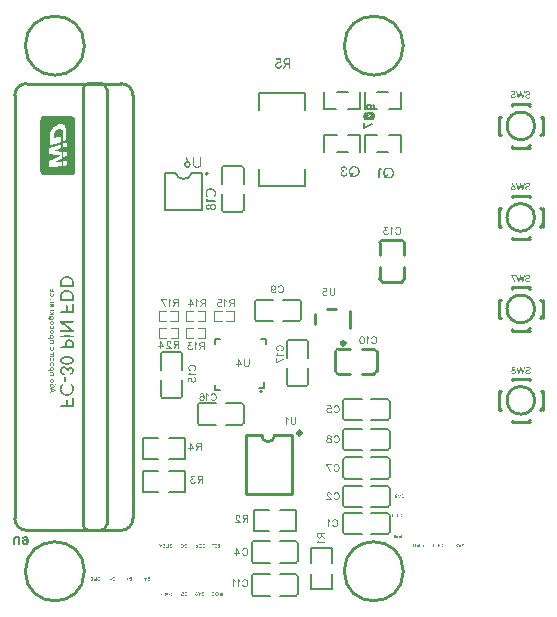
<source format=gbo>
G04 Layer: BottomSilkscreenLayer*
G04 EasyEDA Pro v2.2.45.4, 2026-01-20 19:36:07*
G04 Gerber Generator version 0.3*
G04 Scale: 100 percent, Rotated: No, Reflected: No*
G04 Dimensions in millimeters*
G04 Leading zeros omitted, absolute positions, 4 integers and 5 decimals*
G04 Generated by one-click*
%FSLAX45Y45*%
%MOMM*%
%ADD10C,0.1*%
%ADD11C,0.1524*%
%ADD12C,0.254*%
%ADD13C,0.3*%
%ADD14C,0.2*%
%ADD15C,0.15001*%
%ADD16C,0.1063*%
%ADD17C,0.1016*%
G75*


G04 Image Start*
G36*
G01X111012Y3035313D02*
G01X-128801Y3035300D01*
G01X-130481Y3035769D01*
G01X-130768Y3036875D01*
G01X-131054Y3037980D01*
G01X-135761Y3037980D01*
G01X-138274Y3039030D01*
G01X-138597Y3039880D01*
G01X-138920Y3040729D01*
G01X-141204Y3040729D01*
G01X-142029Y3041553D01*
G01X-142029Y3043436D01*
G01X-144606Y3043649D01*
G01X-144712Y3044938D01*
G01X-144819Y3046226D01*
G01X-146701Y3046226D01*
G01X-147526Y3047050D01*
G01X-147526Y3048974D01*
G01X-149195Y3048974D01*
G01X-150275Y3050054D01*
G01X-150275Y3053065D01*
G01X-153023Y3055274D01*
G01X-153023Y3060329D01*
G01X-153888Y3060658D01*
G01X-154753Y3060987D01*
G01X-155177Y3061938D01*
G01X-155600Y3062889D01*
G01X-155600Y3130260D01*
G01X-81560Y3130260D01*
G01X-81560Y3103774D01*
G01X-71347Y3103895D01*
G01X-61133Y3104016D01*
G01X-60170Y3104827D01*
G01X-59207Y3105637D01*
G01X-57929Y3106044D01*
G01X-56651Y3106451D01*
G01X-45550Y3106605D01*
G01X-34449Y3106759D01*
G01X-34133Y3107592D01*
G01X-33816Y3108425D01*
G01X-32865Y3108834D01*
G01X-31914Y3109243D01*
G01X-21693Y3109370D01*
G01X-11472Y3109497D01*
G01X-11472Y3110495D01*
G01X-10269Y3110922D01*
G01X-9632Y3111471D01*
G01X-8995Y3112020D01*
G01X2039Y3112139D01*
G01X13073Y3112258D01*
G01X15005Y3113883D01*
G01X16283Y3114265D01*
G01X17560Y3114647D01*
G01X21597Y3114841D01*
G01X25634Y3115035D01*
G01X25634Y3153249D01*
G01X38105Y3153249D01*
G01X38373Y3152561D01*
G01X38642Y3151874D01*
G01X38690Y3133861D01*
G01X39756Y3132646D01*
G01X40823Y3131432D01*
G01X38690Y3129003D01*
G01X38690Y3117401D01*
G01X38904Y3116843D01*
G01X38904Y3116843D01*
G01X39118Y3116285D01*
G01X39799Y3116901D01*
G01X40479Y3117517D01*
G01X51094Y3117625D01*
G01X61709Y3117733D01*
G01X61709Y3118837D01*
G01X62846Y3120094D01*
G01X66863Y3120094D01*
G01X66863Y3158917D01*
G01X58274Y3158917D01*
G01X58274Y3157650D01*
G01X57551Y3156995D01*
G01X56827Y3156341D01*
G01X48823Y3156219D01*
G01X40820Y3156097D01*
G01X38105Y3153249D01*
G01X25634Y3153249D01*
G01X25634Y3153420D01*
G01X22580Y3153420D01*
G01X22129Y3152475D01*
G01X21678Y3151531D01*
G01X20134Y3151129D01*
G01X18591Y3150727D01*
G01X10946Y3150699D01*
G01X3302Y3150672D01*
G01X3302Y3149038D01*
G01X2734Y3148566D01*
G01X2167Y3148095D01*
G01X-5533Y3147975D01*
G01X-13232Y3147856D01*
G01X-13548Y3147024D01*
G01X-13864Y3146193D01*
G01X-15766Y3145454D01*
G01X-20590Y3145267D01*
G01X-25413Y3145079D01*
G01X-26589Y3146254D01*
G01X-26589Y3149592D01*
G01X-26049Y3150132D01*
G01X-25509Y3150672D01*
G01X-23840Y3150672D01*
G01X-23840Y3152340D01*
G01X-23300Y3152880D01*
G01X-22760Y3153420D01*
G01X-18343Y3153420D01*
G01X-18343Y3155089D01*
G01X-17803Y3155629D01*
G01X-17263Y3156169D01*
G01X-12846Y3156169D01*
G01X-12846Y3158093D01*
G01X-12021Y3158917D01*
G01X-8939Y3158917D01*
G01X-8144Y3159664D01*
G01X-7349Y3160411D01*
G01X-7349Y3161249D01*
G01X-6805Y3161457D01*
G01X-6262Y3161666D01*
G01X-3913Y3161666D01*
G01X-3913Y3162318D01*
G01X-5027Y3163359D01*
G01X-6141Y3164400D01*
G01X-5364Y3165178D01*
G01X-4586Y3165955D01*
G01X-3545Y3164841D01*
G01X-2504Y3163727D01*
G01X-1892Y3163727D01*
G01X-1680Y3164071D01*
G01X-1467Y3164414D01*
G01X1241Y3164414D01*
G01X1241Y3165682D01*
G01X2443Y3166766D01*
G01X4502Y3167052D01*
G01X6560Y3167338D01*
G01X6915Y3169390D01*
G01X7943Y3169610D01*
G01X8971Y3169830D01*
G01X11872Y3169912D01*
G01X12158Y3171017D01*
G01X12445Y3172123D01*
G01X14125Y3172592D01*
G01X15729Y3172626D01*
G01X17334Y3172660D01*
G01X17565Y3173711D01*
G01X17796Y3174763D01*
G01X18645Y3175086D01*
G01X19494Y3175409D01*
G01X22813Y3175409D01*
G01X23057Y3177985D01*
G01X22856Y3233129D01*
G01X38020Y3233129D01*
G01X38690Y3231366D01*
G01X38690Y3186403D01*
G01X38690Y3186403D01*
G01X42126Y3186403D01*
G01X42126Y3188072D01*
G01X43205Y3189152D01*
G01X47623Y3189152D01*
G01X47623Y3190820D01*
G01X48703Y3191900D01*
G01X53120Y3191900D01*
G01X53120Y3193878D01*
G01X53554Y3194237D01*
G01X53987Y3194598D01*
G01X56692Y3194821D01*
G01X55549Y3196119D01*
G01X54406Y3197417D01*
G01X55631Y3198772D01*
G01X58854Y3198772D01*
G01X59476Y3198085D01*
G01X60098Y3197397D01*
G01X61709Y3197397D01*
G01X61709Y3198665D01*
G01X62325Y3199222D01*
G01X62941Y3199780D01*
G01X64902Y3200010D01*
G01X66863Y3200240D01*
G01X66863Y3230380D01*
G01X57415Y3230436D01*
G01X55871Y3230837D01*
G01X54328Y3231239D01*
G01X53877Y3232184D01*
G01X53426Y3233129D01*
G01X38020Y3233129D01*
G01X22856Y3233129D01*
G01X22846Y3235813D01*
G01X13504Y3235938D01*
G01X4161Y3236063D01*
G01X3069Y3236653D01*
G01X1977Y3237244D01*
G01X1765Y3237910D01*
G01X1554Y3238576D01*
G01X-9683Y3238699D01*
G01X-20920Y3238821D01*
G01X-21871Y3239233D01*
G01X-22822Y3239644D01*
G01X-23151Y3240509D01*
G01X-23480Y3241375D01*
G01X-25108Y3241375D01*
G01X-25730Y3240687D01*
G01X-26352Y3240000D01*
G01X-29631Y3240000D01*
G01X-30334Y3240894D01*
G01X-31037Y3241788D01*
G01X-31251Y3242926D01*
G01X-31464Y3244063D01*
G01X-31235Y3244786D01*
G01X-31005Y3245509D01*
G01X-28334Y3246872D01*
G01X-23497Y3246872D01*
G01X-23497Y3248505D01*
G01X-22963Y3248948D01*
G01X-22429Y3249391D01*
G01X-18840Y3249551D01*
G01X-15251Y3249710D01*
G01X-15251Y3250888D01*
G01X-14565Y3251509D01*
G01X-13879Y3252130D01*
G01X-10439Y3252295D01*
G01X-6998Y3252461D01*
G01X-6572Y3253333D01*
G01X-6146Y3254204D01*
G01X-4944Y3254635D01*
G01X-3741Y3255065D01*
G01X-1250Y3255091D01*
G01X1241Y3255117D01*
G01X1241Y3256181D01*
G01X296Y3257003D01*
G01X-649Y3257825D01*
G01X938Y3259412D01*
G01X1711Y3258524D01*
G01X2484Y3257636D01*
G01X7157Y3257795D01*
G01X11831Y3257953D01*
G01X12042Y3259074D01*
G01X12252Y3260195D01*
G01X13016Y3260400D01*
G01X13781Y3260605D01*
G01X16959Y3260610D01*
G01X20137Y3260614D01*
G01X20137Y3299095D01*
G01X14694Y3299095D01*
G01X14463Y3298043D01*
G01X14233Y3296992D01*
G01X12534Y3296346D01*
G01X6394Y3296346D01*
G01X6394Y3295188D01*
G01X7904Y3293580D01*
G01X7158Y3292834D01*
G01X6411Y3292087D01*
G01X5607Y3292842D01*
G01X4804Y3293597D01*
G01X-365Y3293597D01*
G01X-2832Y3290849D01*
G01X-8610Y3290849D01*
G01X-9844Y3289474D01*
G01X-11078Y3288100D01*
G01X-16856Y3288100D01*
G01X-18090Y3286726D01*
G01X-19323Y3285352D01*
G01X-24184Y3285352D01*
G01X-24184Y3284084D01*
G01X-24870Y3283463D01*
G01X-25556Y3282842D01*
G01X-28993Y3282677D01*
G01X-32429Y3282511D01*
G01X-32429Y3281335D01*
G01X-33116Y3280715D01*
G01X-33802Y3280094D01*
G01X-37238Y3279928D01*
G01X-40675Y3279763D01*
G01X-40675Y3278221D01*
G01X-41204Y3277782D01*
G01X-41732Y3277344D01*
G01X-45157Y3277179D01*
G01X-48582Y3277014D01*
G01X-48856Y3275954D01*
G01X-49131Y3274895D01*
G01X-49970Y3274660D01*
G01X-50811Y3274426D01*
G01X-56804Y3274357D01*
G01X-57090Y3273252D01*
G01X-57376Y3272146D01*
G01X-58216Y3271912D01*
G01X-59056Y3271677D01*
G01X-65014Y3271609D01*
G01X-65245Y3270558D01*
G01X-65476Y3269506D01*
G01X-67175Y3268860D01*
G01X-71890Y3268860D01*
G01X-74013Y3266283D01*
G01X-81560Y3266051D01*
G01X-81560Y3216756D01*
G01X-77773Y3216413D01*
G01X-73986Y3216070D01*
G01X-71768Y3213942D01*
G01X-60259Y3213810D01*
G01X-48749Y3213677D01*
G01X-46847Y3212870D01*
G01X-46210Y3211194D01*
G01X-33908Y3211059D01*
G01X-21607Y3210925D01*
G01X-18261Y3209808D01*
G01X-16797Y3208450D01*
G01X-4526Y3208335D01*
G01X7744Y3208220D01*
G01X8324Y3207640D01*
G01X8904Y3207059D01*
G01X8938Y3204138D01*
G01X8971Y3201216D01*
G01X8553Y3200795D01*
G01X8135Y3200374D01*
G01X3478Y3199974D01*
G01X3125Y3197918D01*
G01X2097Y3197699D01*
G01X1069Y3197478D01*
G01X-391Y3197438D01*
G01X-1851Y3197397D01*
G01X-1851Y3196239D01*
G01X-364Y3194656D01*
G01X-989Y3193965D01*
G01X-1615Y3193274D01*
G01X-4837Y3193274D01*
G01X-6108Y3194679D01*
G01X-7516Y3194477D01*
G01X-7693Y3193449D01*
G01X-7870Y3192421D01*
G01X-8898Y3192201D01*
G01X-9926Y3191981D01*
G01X-11547Y3191941D01*
G01X-13168Y3191900D01*
G01X-12743Y3190698D01*
G01X-12040Y3189916D01*
G01X-11336Y3189135D01*
G01X-12829Y3187642D01*
G01X-14392Y3189092D01*
G01X-14907Y3189163D01*
G01X-15423Y3189233D01*
G01X-17044Y3189192D01*
G01X-18665Y3189152D01*
G01X-18453Y3188550D01*
G01X-18240Y3187949D01*
G01X-17537Y3187167D01*
G01X-16833Y3186386D01*
G01X-18326Y3184893D01*
G01X-19108Y3185618D01*
G01X-19889Y3186343D01*
G01X-20404Y3186414D01*
G01X-20920Y3186484D01*
G01X-22552Y3186444D01*
G01X-24184Y3186403D01*
G01X-24184Y3184769D01*
G01X-25135Y3183979D01*
G01X-27423Y3183766D01*
G01X-29712Y3183552D01*
G01X-29607Y3183002D01*
G01X-29503Y3182452D01*
G01X-27912Y3182349D01*
G01X-26320Y3182245D01*
G01X-25714Y3181576D01*
G01X-25108Y3180906D01*
G01X-26352Y3179532D01*
G01X-29471Y3179532D01*
G01X-30351Y3180374D01*
G01X-31231Y3181217D01*
G01X-33204Y3181014D01*
G01X-35178Y3180810D01*
G01X-35178Y3179272D01*
G01X-36130Y3178483D01*
G01X-38403Y3178270D01*
G01X-40675Y3178058D01*
G01X-40675Y3176524D01*
G01X-41151Y3176129D01*
G01X-41627Y3175734D01*
G01X-46172Y3175309D01*
G01X-46172Y3174141D01*
G01X-46800Y3173573D01*
G01X-47427Y3173006D01*
G01X-49504Y3172789D01*
G01X-51582Y3172571D01*
G01X-51420Y3171951D01*
G01X-51257Y3171330D01*
G01X-49952Y3170149D01*
G01X-49952Y3167045D01*
G01X-51089Y3165789D01*
G01X-54312Y3165789D01*
G01X-54962Y3166507D01*
G01X-55612Y3167226D01*
G01X-54083Y3168530D01*
G01X-52555Y3169833D01*
G01X-53829Y3170083D01*
G01X-57167Y3169845D01*
G01X-57167Y3168644D01*
G01X-57794Y3168076D01*
G01X-58421Y3167509D01*
G01X-60542Y3167287D01*
G01X-62664Y3167065D01*
G01X-62664Y3165895D01*
G01X-63291Y3165328D01*
G01X-63918Y3164760D01*
G01X-68161Y3164316D01*
G01X-68161Y3163147D01*
G01X-68788Y3162579D01*
G01X-69415Y3162011D01*
G01X-73714Y3161562D01*
G01X-74018Y3160765D01*
G01X-74321Y3159968D01*
G01X-76834Y3158917D01*
G01X-79452Y3158917D01*
G01X-79677Y3158209D01*
G01X-79902Y3157501D01*
G01X-80731Y3157123D01*
G01X-81560Y3156746D01*
G01X-81560Y3156746D01*
G01X-81560Y3130260D01*
G01X-155600Y3130260D01*
G01X-155600Y3379109D01*
G01X-78812Y3379109D01*
G01X-78812Y3284272D01*
G01X-78272Y3284812D01*
G01X-77732Y3285352D01*
G01X-73009Y3285352D01*
G01X-72560Y3286269D01*
G01X-72112Y3287187D01*
G01X-70910Y3287617D01*
G01X-69707Y3288048D01*
G01X-67235Y3288074D01*
G01X-64763Y3288100D01*
G01X-63866Y3289936D01*
G01X-62664Y3290366D01*
G01X-61461Y3290797D01*
G01X-58989Y3290823D01*
G01X-56517Y3290849D01*
G01X-55621Y3292684D01*
G01X-54418Y3293115D01*
G01X-53216Y3293545D01*
G01X-50735Y3293571D01*
G01X-48255Y3293597D01*
G01X-48680Y3294800D01*
G01X-49383Y3295581D01*
G01X-50087Y3296363D01*
G01X-48594Y3297856D01*
G01X-47813Y3297131D01*
G01X-47031Y3296406D01*
G01X-46516Y3296335D01*
G01X-46000Y3296265D01*
G01X-39988Y3296346D01*
G01X-39988Y3297980D01*
G01X-39460Y3298418D01*
G01X-38931Y3298857D01*
G01X-35506Y3299022D01*
G01X-32082Y3299187D01*
G01X-31807Y3300246D01*
G01X-31533Y3301306D01*
G01X-30693Y3301540D01*
G01X-29853Y3301775D01*
G01X-23895Y3301843D01*
G01X-23664Y3302894D01*
G01X-23433Y3303946D01*
G01X-22583Y3304269D01*
G01X-21734Y3304592D01*
G01X-15649Y3304592D01*
G01X-15187Y3306694D01*
G01X-14338Y3307017D01*
G01X-13488Y3307340D01*
G01X-7425Y3307340D01*
G01X38020Y3307340D01*
G01X38355Y3306459D01*
G01X38355Y3306459D01*
G01X38690Y3305578D01*
G01X38690Y3268860D01*
G01X43387Y3268860D01*
G01X44621Y3270235D01*
G01X45855Y3271609D01*
G01X53043Y3271609D01*
G01X53262Y3272774D01*
G01X53480Y3273938D01*
G01X55010Y3274348D01*
G01X58160Y3274353D01*
G01X61311Y3274357D01*
G01X61542Y3275409D01*
G01X61773Y3276460D01*
G01X62623Y3276783D01*
G01X63472Y3277106D01*
G01X66863Y3277106D01*
G01X66863Y3316410D01*
G01X66038Y3315586D01*
G01X61022Y3315586D01*
G01X61022Y3313952D01*
G01X59955Y3313066D01*
G01X56366Y3312907D01*
G01X52776Y3312747D01*
G01X52776Y3311204D01*
G01X52248Y3310765D01*
G01X51719Y3310326D01*
G01X48295Y3310162D01*
G01X44870Y3309997D01*
G01X44595Y3308937D01*
G01X44321Y3307878D01*
G01X43481Y3307643D01*
G01X42641Y3307409D01*
G01X38020Y3307340D01*
G01X-7425Y3307340D01*
G01X-7207Y3308505D01*
G01X-6988Y3309670D01*
G01X-5459Y3310079D01*
G01X-590Y3310089D01*
G01X644Y3311463D01*
G01X1877Y3312837D01*
G01X7035Y3312837D01*
G01X7263Y3313556D01*
G01X7491Y3314275D01*
G01X10345Y3315571D01*
G01X13072Y3315578D01*
G01X15798Y3315586D01*
G01X17388Y3317080D01*
G01X17388Y3360204D01*
G01X16701Y3360422D01*
G01X16013Y3360640D01*
G01X15675Y3361273D01*
G01X15336Y3361907D01*
G01X15109Y3364858D01*
G01X14882Y3367809D01*
G01X9143Y3367809D01*
G01X9143Y3366435D01*
G01X12128Y3366435D01*
G01X12750Y3365747D01*
G01X13372Y3365060D01*
G01X12750Y3364373D01*
G01X12128Y3363686D01*
G01X8906Y3363686D01*
G01X8284Y3364373D01*
G01X7662Y3365060D01*
G01X2384Y3365060D01*
G01X1150Y3363686D01*
G01X-83Y3362312D01*
G01X-4906Y3362312D01*
G01X-5803Y3360476D01*
G01X-7005Y3360046D01*
G01X-8208Y3359615D01*
G01X-10698Y3359589D01*
G01X-13189Y3359563D01*
G01X-13189Y3358295D01*
G01X-13876Y3357674D01*
G01X-14561Y3357054D01*
G01X-17998Y3356888D01*
G01X-21435Y3356723D01*
G01X-21435Y3355181D01*
G01X-21953Y3354751D01*
G01X-22470Y3354322D01*
G01X-25987Y3354108D01*
G01X-29504Y3353894D01*
G01X-29681Y3352866D01*
G01X-29858Y3351839D01*
G01X-30886Y3351619D01*
G01X-31914Y3351399D01*
G01X-37563Y3351317D01*
G01X-37848Y3350218D01*
G01X-38133Y3349119D01*
G01X-39232Y3348834D01*
G01X-40332Y3348549D01*
G01X-41437Y3348836D01*
G01X-42543Y3349122D01*
G01X-43012Y3350802D01*
G01X-43080Y3379445D01*
G01X-42757Y3380295D01*
G01X-42434Y3381145D01*
G01X-41383Y3381375D01*
G01X-40332Y3381606D01*
G01X-40332Y3388207D01*
G01X-41842Y3389814D01*
G01X-41095Y3390561D01*
G01X-40348Y3391307D01*
G01X-38741Y3389797D01*
G01X-37583Y3389797D01*
G01X-37583Y3394208D01*
G01X-37375Y3394751D01*
G01X-37166Y3395295D01*
G01X-36425Y3395295D01*
G01X-35630Y3396041D01*
G01X-34834Y3396789D01*
G01X-34834Y3399201D01*
G01X-36344Y3400809D01*
G01X-34851Y3402302D01*
G01X-33244Y3400792D01*
G01X-32086Y3400792D01*
G01X-32086Y3403261D01*
G01X-31399Y3403441D01*
G01X-30712Y3403620D01*
G01X-30712Y3409275D01*
G01X-30037Y3409884D01*
G01X-29363Y3410495D01*
G01X-28276Y3409580D01*
G01X-27189Y3408665D01*
G01X-26417Y3408919D01*
G01X-26298Y3409751D01*
G01X-26179Y3410584D01*
G01X-25827Y3411013D01*
G01X-25474Y3411443D01*
G01X-23924Y3411443D01*
G01X-23248Y3412301D01*
G01X-23026Y3413230D01*
G01X-22805Y3414158D01*
G01X-21977Y3415119D01*
G01X-21149Y3416081D01*
G01X-20325Y3415308D01*
G01X-19501Y3414535D01*
G01X-18343Y3414535D01*
G01X-18343Y3416459D01*
G01X-17518Y3417283D01*
G01X-15594Y3417283D01*
G01X-15594Y3418441D01*
G01X-17105Y3420049D01*
G01X-15612Y3421542D01*
G01X-14808Y3420787D01*
G01X-14004Y3420032D01*
G01X-10097Y3420032D01*
G01X-10097Y3421190D01*
G01X-10852Y3421994D01*
G01X-11607Y3422797D01*
G01X-10114Y3424290D01*
G01X-8468Y3422743D01*
G01X-6450Y3422848D01*
G01X-4432Y3422952D01*
G01X-4258Y3423968D01*
G01X-4083Y3424983D01*
G01X-1336Y3425562D01*
G01X10035Y3425460D01*
G01X21407Y3425357D01*
G01X21974Y3424886D01*
G01X22542Y3424414D01*
G01X22542Y3422780D01*
G01X24810Y3422780D01*
G01X25222Y3422368D01*
G01X25634Y3421956D01*
G01X25634Y3420032D01*
G01X27679Y3420032D01*
G01X28752Y3419379D01*
G01X29826Y3418726D01*
G01X30479Y3417653D01*
G01X31131Y3416579D01*
G01X31131Y3414535D01*
G01X32290Y3414535D01*
G01X33897Y3416045D01*
G01X34643Y3415298D01*
G01X35390Y3414551D01*
G01X34635Y3413748D01*
G01X33880Y3412944D01*
G01X33880Y3411443D01*
G01X35148Y3411443D01*
G01X35802Y3410719D01*
G01X36457Y3409996D01*
G01X36549Y3366914D01*
G01X36641Y3323832D01*
G01X39721Y3323832D01*
G01X39721Y3325465D01*
G01X40756Y3326324D01*
G01X44275Y3326538D01*
G01X47794Y3326752D01*
G01X47898Y3327647D01*
G01X48002Y3328542D01*
G01X50364Y3330830D01*
G01X51163Y3330080D01*
G01X51962Y3329329D01*
G01X55849Y3329329D01*
G01X56135Y3330434D01*
G01X56422Y3331540D01*
G01X58102Y3332009D01*
G01X64114Y3332077D01*
G01X64114Y3434118D01*
G01X63293Y3434118D01*
G01X62323Y3433189D01*
G01X61353Y3432260D01*
G01X60602Y3433011D01*
G01X59851Y3433762D01*
G01X60733Y3434713D01*
G01X61616Y3435664D01*
G01X61449Y3438824D01*
G01X61283Y3441984D01*
G01X60273Y3442206D01*
G01X59263Y3442428D01*
G01X58940Y3443277D01*
G01X58617Y3444126D01*
G01X58617Y3447517D01*
G01X57243Y3447517D01*
G01X57243Y3441783D01*
G01X56556Y3441161D01*
G01X55869Y3440540D01*
G01X55181Y3441161D01*
G01X54494Y3441783D01*
G01X54494Y3447754D01*
G01X55181Y3448376D01*
G01X55869Y3448998D01*
G01X55869Y3450609D01*
G01X54601Y3450609D01*
G01X53421Y3451913D01*
G01X53224Y3453820D01*
G01X53027Y3455727D01*
G01X51785Y3455831D01*
G01X50543Y3455935D01*
G01X50436Y3457223D01*
G01X50330Y3458512D01*
G01X47949Y3458512D01*
G01X47650Y3459299D01*
G01X47351Y3460086D01*
G01X46149Y3461088D01*
G01X44414Y3461432D01*
G01X42679Y3461776D01*
G01X42392Y3462892D01*
G01X42106Y3464009D01*
G01X40103Y3464009D01*
G01X38897Y3464721D01*
G01X37690Y3465433D01*
G01X37495Y3466046D01*
G01X37300Y3466659D01*
G01X32750Y3467084D01*
G01X32112Y3467661D01*
G01X31475Y3468238D01*
G01X31475Y3469506D01*
G01X24992Y3469506D01*
G01X23293Y3470152D01*
G01X23062Y3471203D01*
G01X22831Y3472255D01*
G01X8502Y3472255D01*
G01X8063Y3470873D01*
G01X6971Y3470290D01*
G01X5879Y3469706D01*
G01X2033Y3469570D01*
G01X-1813Y3469433D01*
G01X-2036Y3468418D01*
G01X-2259Y3467403D01*
G01X-3108Y3467080D01*
G01X-3958Y3466757D01*
G01X-7616Y3466757D01*
G01X-7830Y3465615D01*
G01X-8044Y3464473D01*
G01X-9069Y3463491D01*
G01X-10093Y3462511D01*
G01X-10890Y3463260D01*
G01X-11688Y3464009D01*
G01X-15594Y3464009D01*
G01X-15594Y3462085D01*
G01X-16419Y3461260D01*
G01X-19030Y3461260D01*
G01X-19030Y3460608D01*
G01X-17916Y3459567D01*
G01X-16802Y3458526D01*
G01X-18357Y3456971D01*
G01X-19398Y3458085D01*
G01X-20439Y3459199D01*
G01X-20954Y3459199D01*
G01X-21280Y3458880D01*
G01X-21607Y3458561D01*
G01X-22808Y3458450D01*
G01X-24009Y3458340D01*
G01X-24185Y3457312D01*
G01X-24361Y3456284D01*
G01X-25389Y3456064D01*
G01X-26417Y3455844D01*
G01X-29337Y3455763D01*
G01X-29337Y3453839D01*
G01X-29750Y3453427D01*
G01X-30162Y3453015D01*
G01X-32086Y3453015D01*
G01X-32086Y3451856D01*
G01X-30576Y3450249D01*
G01X-32069Y3448756D01*
G01X-33676Y3450266D01*
G01X-35475Y3450266D01*
G01X-35685Y3449604D01*
G01X-35896Y3448942D01*
G01X-37103Y3448230D01*
G01X-38309Y3447517D01*
G01X-40332Y3447517D01*
G01X-40332Y3446143D01*
G01X-37346Y3446143D01*
G01X-36724Y3445456D01*
G01X-36102Y3444769D01*
G01X-36724Y3444082D01*
G01X-37346Y3443395D01*
G01X-40569Y3443395D01*
G01X-41813Y3444769D01*
G01X-43080Y3444769D01*
G01X-43080Y3442845D01*
G01X-43493Y3442433D01*
G01X-43905Y3442020D01*
G01X-45829Y3442020D01*
G01X-45829Y3440752D01*
G01X-45142Y3440131D01*
G01X-44454Y3439509D01*
G01X-44454Y3436286D01*
G01X-45829Y3435042D01*
G01X-46516Y3435664D01*
G01X-47203Y3436286D01*
G01X-47203Y3439272D01*
G01X-48577Y3439272D01*
G01X-48577Y3437348D01*
G01X-49402Y3436523D01*
G01X-51326Y3436523D01*
G01X-51326Y3434054D01*
G01X-52013Y3433874D01*
G01X-52700Y3433694D01*
G01X-52700Y3432680D01*
G01X-53363Y3432506D01*
G01X-54025Y3432333D01*
G01X-54261Y3430906D01*
G01X-54496Y3429480D01*
G01X-54843Y3429050D01*
G01X-55189Y3428621D01*
G01X-56823Y3428621D01*
G01X-56823Y3426609D01*
G01X-57903Y3425529D01*
G01X-59572Y3425529D01*
G01X-59572Y3423102D01*
G01X-60774Y3422678D01*
G01X-61547Y3421982D01*
G01X-62320Y3421286D01*
G01X-62320Y3418363D01*
G01X-63400Y3417283D01*
G01X-65069Y3417283D01*
G01X-65069Y3413376D01*
G01X-63559Y3411769D01*
G01X-65052Y3410276D01*
G01X-65855Y3411031D01*
G01X-66659Y3411786D01*
G01X-67817Y3411786D01*
G01X-67822Y3409982D01*
G01X-67827Y3408178D01*
G01X-68032Y3407414D01*
G01X-68237Y3406649D01*
G01X-70566Y3406212D01*
G01X-70592Y3403932D01*
G01X-70618Y3401651D01*
G01X-71049Y3400448D01*
G01X-71479Y3399246D01*
G01X-73314Y3398349D01*
G01X-73341Y3395877D01*
G01X-73367Y3393405D01*
G01X-73797Y3392202D01*
G01X-74227Y3391000D01*
G01X-75145Y3390552D01*
G01X-76063Y3390104D01*
G01X-76089Y3386429D01*
G01X-76116Y3382754D01*
G01X-76944Y3380006D01*
G01X-77878Y3379558D01*
G01X-77878Y3379558D01*
G01X-78812Y3379109D01*
G01X-155600Y3379109D01*
G01X-155600Y3507169D01*
G01X-153023Y3509431D01*
G01X-153023Y3515152D01*
G01X-152483Y3515692D01*
G01X-151943Y3516232D01*
G01X-150275Y3516232D01*
G01X-150275Y3519623D01*
G01X-149952Y3520472D01*
G01X-149629Y3521322D01*
G01X-148577Y3521553D01*
G01X-147526Y3521784D01*
G01X-147526Y3522997D01*
G01X-148213Y3523619D01*
G01X-148900Y3524240D01*
G01X-148900Y3527463D01*
G01X-147644Y3528600D01*
G01X-143683Y3528600D01*
G01X-143503Y3527913D01*
G01X-143323Y3527226D01*
G01X-142029Y3527226D01*
G01X-142029Y3528520D01*
G01X-142716Y3528700D01*
G01X-143403Y3528880D01*
G01X-143403Y3532960D01*
G01X-142147Y3534097D01*
G01X-136295Y3534097D01*
G01X-135673Y3533410D01*
G01X-135051Y3532723D01*
G01X-127942Y3532723D01*
G01X-127942Y3534357D01*
G01X-127374Y3534828D01*
G01X-126806Y3535300D01*
G01X109050Y3535300D01*
G01X109773Y3534645D01*
G01X110497Y3533991D01*
G01X110497Y3532723D01*
G01X116980Y3532723D01*
G01X118678Y3532077D01*
G01X118899Y3531073D01*
G01X119120Y3530069D01*
G01X121215Y3529850D01*
G01X123310Y3529631D01*
G01X123775Y3529245D01*
G01X124239Y3528860D01*
G01X124239Y3527226D01*
G01X126252Y3527226D01*
G01X126792Y3526686D01*
G01X127332Y3526146D01*
G01X127332Y3524478D01*
G01X128104Y3524472D01*
G01X128878Y3524467D01*
G01X129805Y3523879D01*
G01X130280Y3521559D01*
G01X132308Y3521208D01*
G01X132527Y3520180D01*
G01X132747Y3519152D01*
G01X132829Y3516286D01*
G01X134931Y3515824D01*
G01X135254Y3514975D01*
G01X135577Y3514126D01*
G01X135577Y3507707D01*
G01X136264Y3507887D01*
G01X136951Y3508066D01*
G01X136951Y3513720D01*
G01X137639Y3514342D01*
G01X138326Y3514964D01*
G01X139013Y3514342D01*
G01X139700Y3513720D01*
G01X139700Y3507795D01*
G01X138324Y3506419D01*
G01X138154Y3063820D01*
G01X137605Y3063183D01*
G01X137056Y3062545D01*
G01X136843Y3061944D01*
G01X136630Y3061343D01*
G01X135577Y3061343D01*
G01X135577Y3055551D01*
G01X134497Y3054472D01*
G01X132829Y3054472D01*
G01X132829Y3050054D01*
G01X132289Y3049514D01*
G01X131749Y3048974D01*
G01X130080Y3048974D01*
G01X130080Y3047050D01*
G01X129668Y3046638D01*
G01X129256Y3046226D01*
G01X127332Y3046226D01*
G01X127332Y3044302D01*
G01X126507Y3043477D01*
G01X124583Y3043477D01*
G01X124583Y3041808D01*
G01X124043Y3041269D01*
G01X123503Y3040729D01*
G01X121474Y3040729D01*
G01X121145Y3039864D01*
G01X120816Y3038998D01*
G01X119865Y3038594D01*
G01X118914Y3038189D01*
G01X116167Y3037999D01*
G01X113421Y3037808D01*
G01X113244Y3036781D01*
G01X113067Y3035753D01*
G01X112040Y3035533D01*
G01X111012Y3035313D01*
G37*
G36*
G01X18763Y3263126D02*
G01X18135Y3262558D01*
G01X17506Y3261989D01*
G01X14403Y3261989D01*
G01X13781Y3262676D01*
G01X13159Y3263363D01*
G01X13781Y3264050D01*
G01X14403Y3264737D01*
G01X17625Y3264737D01*
G01X18763Y3263481D01*
G01X18763Y3263126D01*
G37*
G36*
G01X46248Y3329447D02*
G01X46248Y3329092D01*
G01X44992Y3327955D01*
G01X41889Y3327955D01*
G01X40645Y3329329D01*
G01X41267Y3330016D01*
G01X41889Y3330703D01*
G01X45111Y3330703D01*
G01X46248Y3329447D01*
G37*
G36*
G01X3763Y3426903D02*
G01X660Y3426903D01*
G01X38Y3427590D01*
G01X-584Y3428277D01*
G01X38Y3428965D01*
G01X660Y3429652D01*
G01X3883Y3429652D01*
G01X5020Y3428395D01*
G01X5020Y3428040D01*
G01X3763Y3426903D01*
G37*
G36*
G01X139700Y3056983D02*
G01X139013Y3056361D01*
G01X138326Y3055739D01*
G01X137624Y3056374D01*
G01X136922Y3057010D01*
G01X137023Y3059087D01*
G01X137123Y3061164D01*
G01X137750Y3061284D01*
G01X138377Y3061403D01*
G01X139038Y3060804D01*
G01X139700Y3060206D01*
G01X139700Y3056983D01*
G37*
G04 Image End*

G04 Text Start*
G36*
G01X2895949Y-37398D02*
G01X2895343Y-37519D01*
G01X2894615Y-37640D01*
G01X2893828Y-37761D01*
G01X2892797Y-37822D01*
G01X2891828Y-37761D01*
G01X2890373Y-37640D01*
G01X2889525Y-37519D01*
G01X2889040Y-37398D01*
G01X2887706Y-37034D01*
G01X2887222Y-36852D01*
G01X2886797Y-36670D01*
G01X2886312Y-36489D01*
G01X2885767Y-36246D01*
G01X2885222Y-35943D01*
G01X2884252Y-35337D01*
G01X2883706Y-34974D01*
G01X2883282Y-34670D01*
G01X2882979Y-34428D01*
G01X2882676Y-34125D01*
G01X2882434Y-33761D01*
G01X2882252Y-33155D01*
G01X2882191Y-27761D01*
G01X2882312Y-22549D01*
G01X2882616Y-22004D01*
G01X2882979Y-21640D01*
G01X2883343Y-21458D01*
G01X2883949Y-21277D01*
G01X2888312Y-21216D01*
G01X2892494Y-21337D01*
G01X2892979Y-21580D01*
G01X2893403Y-22004D01*
G01X2893646Y-22610D01*
G01X2893706Y-23337D01*
G01X2893585Y-23883D01*
G01X2893343Y-24186D01*
G01X2892919Y-24549D01*
G01X2892191Y-24792D01*
G01X2888979Y-24852D01*
G01X2886191Y-24852D01*
G01X2886191Y-28489D01*
G01X2886252Y-31231D01*
G01X2886434Y-32186D01*
G01X2886797Y-32367D01*
G01X2887222Y-32610D01*
G01X2887706Y-32852D01*
G01X2888252Y-33095D01*
G01X2888858Y-33337D01*
G01X2889464Y-33519D01*
G01X2890009Y-33640D01*
G01X2890494Y-33761D01*
G01X2891100Y-33883D01*
G01X2891949Y-33943D01*
G01X2892616Y-34004D01*
G01X2892919Y-34004D01*
G01X2894494Y-33883D01*
G01X2895100Y-33761D01*
G01X2895767Y-33580D01*
G01X2896737Y-33216D01*
G01X2897282Y-32974D01*
G01X2897767Y-32731D01*
G01X2898191Y-32489D01*
G01X2898676Y-32186D01*
G01X2899100Y-31883D01*
G01X2899585Y-31519D01*
G01X2900009Y-31095D01*
G01X2900434Y-30731D01*
G01X2900858Y-30307D01*
G01X2901161Y-29943D01*
G01X2901646Y-29337D01*
G01X2901888Y-28974D01*
G01X2902070Y-28610D01*
G01X2902373Y-28186D01*
G01X2902919Y-27095D01*
G01X2903161Y-26549D01*
G01X2903403Y-25822D01*
G01X2903646Y-25034D01*
G01X2903828Y-24064D01*
G01X2903949Y-23337D01*
G01X2904009Y-21580D01*
G01X2903949Y-19822D01*
G01X2903706Y-18489D01*
G01X2903282Y-17216D01*
G01X2903040Y-16610D01*
G01X2902797Y-16064D01*
G01X2902555Y-15580D01*
G01X2901949Y-14610D01*
G01X2901706Y-14246D01*
G01X2901343Y-13761D01*
G01X2900979Y-13337D01*
G01X2900737Y-13034D01*
G01X2900434Y-12731D01*
G01X2899949Y-12368D01*
G01X2899525Y-11943D01*
G01X2899222Y-11701D01*
G01X2898737Y-11398D01*
G01X2898131Y-11034D01*
G01X2897585Y-10731D01*
G01X2896979Y-10428D01*
G01X2896373Y-10186D01*
G01X2895828Y-10004D01*
G01X2895343Y-9883D01*
G01X2894252Y-9640D01*
G01X2892676Y-9519D01*
G01X2892191Y-9519D01*
G01X2891222Y-9580D01*
G01X2890373Y-9640D01*
G01X2889767Y-9761D01*
G01X2889100Y-9943D01*
G01X2888131Y-10307D01*
G01X2887646Y-10549D01*
G01X2887222Y-10792D01*
G01X2886737Y-11095D01*
G01X2886131Y-11519D01*
G01X2885525Y-12004D01*
G01X2884919Y-12428D01*
G01X2884009Y-12610D01*
G01X2883222Y-12489D01*
G01X2882797Y-12246D01*
G01X2882434Y-11883D01*
G01X2882191Y-11398D01*
G01X2882070Y-10731D01*
G01X2882191Y-10064D01*
G01X2882434Y-9640D01*
G01X2882737Y-9337D01*
G01X2883706Y-8610D01*
G01X2884131Y-8307D01*
G01X2884676Y-7943D01*
G01X2885282Y-7580D01*
G01X2886373Y-7034D01*
G01X2886919Y-6792D01*
G01X2887525Y-6549D01*
G01X2888131Y-6368D01*
G01X2888676Y-6246D01*
G01X2889888Y-6004D01*
G01X2890858Y-5883D01*
G01X2892797Y-5822D01*
G01X2894737Y-5883D01*
G01X2896070Y-6125D01*
G01X2896555Y-6246D01*
G01X2898191Y-6792D01*
G01X2898737Y-7034D01*
G01X2899343Y-7277D01*
G01X2900615Y-8004D01*
G01X2901040Y-8307D01*
G01X2901646Y-8731D01*
G01X2902131Y-9095D01*
G01X2902434Y-9398D01*
G01X2903040Y-9883D01*
G01X2903646Y-10489D01*
G01X2904131Y-11095D01*
G01X2904434Y-11398D01*
G01X2904676Y-11701D01*
G01X2904858Y-12004D01*
G01X2905161Y-12428D01*
G01X2905525Y-12974D01*
G01X2905828Y-13519D01*
G01X2906312Y-14368D01*
G01X2906797Y-15458D01*
G01X2907040Y-16125D01*
G01X2907282Y-16852D01*
G01X2907525Y-17640D01*
G01X2907706Y-18610D01*
G01X2907828Y-19337D01*
G01X2907949Y-20186D01*
G01X2908009Y-22004D01*
G01X2907949Y-23822D01*
G01X2907828Y-24671D01*
G01X2907585Y-26004D01*
G01X2906918Y-28004D01*
G01X2906676Y-28549D01*
G01X2906494Y-28974D01*
G01X2906312Y-29337D01*
G01X2906070Y-29761D01*
G01X2905767Y-30307D01*
G01X2905464Y-30792D01*
G01X2905100Y-31337D01*
G01X2904373Y-32307D01*
G01X2903949Y-32731D01*
G01X2903464Y-33337D01*
G01X2902858Y-33822D01*
G01X2902555Y-34125D01*
G01X2902131Y-34489D01*
G01X2901282Y-35095D01*
G01X2900737Y-35458D01*
G01X2900191Y-35761D01*
G01X2899343Y-36246D01*
G01X2898737Y-36489D01*
G01X2898191Y-36731D01*
G01X2897585Y-36974D01*
G01X2896797Y-37216D01*
G01X2895949Y-37398D01*
G37*
G36*
G01X2875403Y-36125D02*
G01X2875161Y-36549D01*
G01X2874858Y-36852D01*
G01X2874434Y-37155D01*
G01X2874085Y-37292D01*
G01X2873525Y-37337D01*
G01X2872676Y-37216D01*
G01X2872191Y-36913D01*
G01X2871828Y-36549D01*
G01X2871646Y-36186D01*
G01X2871464Y-35458D01*
G01X2871403Y-24307D01*
G01X2871373Y-16368D01*
G01X2871282Y-13761D01*
G01X2871040Y-14004D01*
G01X2869222Y-16428D01*
G01X2868737Y-17034D01*
G01X2857828Y-31580D01*
G01X2857343Y-32186D01*
G01X2854070Y-36549D01*
G01X2853767Y-36852D01*
G01X2853403Y-37095D01*
G01X2852919Y-37277D01*
G01X2852191Y-37337D01*
G01X2851585Y-37216D01*
G01X2851161Y-36974D01*
G01X2850797Y-36610D01*
G01X2850555Y-36186D01*
G01X2850373Y-35458D01*
G01X2850313Y-21458D01*
G01X2850373Y-7822D01*
G01X2850555Y-7337D01*
G01X2850858Y-6913D01*
G01X2851161Y-6610D01*
G01X2851585Y-6368D01*
G01X2852070Y-6246D01*
G01X2852616Y-6186D01*
G01X2853161Y-6307D01*
G01X2853585Y-6549D01*
G01X2854010Y-6974D01*
G01X2854313Y-7640D01*
G01X2854434Y-18974D01*
G01X2854479Y-27186D01*
G01X2854616Y-29883D01*
G01X2854919Y-29580D01*
G01X2855161Y-29216D01*
G01X2855403Y-28913D01*
G01X2867403Y-12913D01*
G01X2867888Y-12307D01*
G01X2871888Y-6974D01*
G01X2872313Y-6610D01*
G01X2872979Y-6307D01*
G01X2873706Y-6186D01*
G01X2874252Y-6307D01*
G01X2874676Y-6549D01*
G01X2875040Y-6913D01*
G01X2875282Y-7337D01*
G01X2875464Y-7943D01*
G01X2875525Y-22125D01*
G01X2875403Y-36125D01*
G37*
G36*
G01X2842191Y-36125D02*
G01X2841949Y-36549D01*
G01X2841646Y-36852D01*
G01X2841222Y-37155D01*
G01X2839797Y-37292D01*
G01X2836010Y-37337D01*
G01X2830858Y-37277D01*
G01X2830010Y-37155D01*
G01X2828797Y-36913D01*
G01X2828191Y-36731D01*
G01X2827403Y-36489D01*
G01X2826797Y-36246D01*
G01X2825707Y-35761D01*
G01X2824434Y-35034D01*
G01X2823949Y-34731D01*
G01X2823525Y-34428D01*
G01X2822616Y-33701D01*
G01X2821403Y-32489D01*
G01X2820797Y-31761D01*
G01X2820555Y-31458D01*
G01X2820313Y-31034D01*
G01X2819949Y-30489D01*
G01X2819585Y-29883D01*
G01X2819040Y-28792D01*
G01X2818797Y-28246D01*
G01X2818555Y-27640D01*
G01X2818373Y-27095D01*
G01X2818252Y-26610D01*
G01X2818070Y-26004D01*
G01X2817888Y-25155D01*
G01X2817767Y-24428D01*
G01X2817707Y-23883D01*
G01X2817646Y-23458D01*
G01X2817593Y-21822D01*
G01X2821525Y-21822D01*
G01X2821525Y-22125D01*
G01X2821646Y-23943D01*
G01X2821888Y-25277D01*
G01X2822313Y-26549D01*
G01X2822555Y-27095D01*
G01X2822737Y-27519D01*
G01X2822979Y-28004D01*
G01X2823282Y-28489D01*
G01X2823525Y-28913D01*
G01X2823767Y-29277D01*
G01X2824252Y-29883D01*
G01X2825464Y-31095D01*
G01X2825828Y-31398D01*
G01X2826313Y-31701D01*
G01X2826858Y-32064D01*
G01X2828434Y-32852D01*
G01X2829100Y-33095D01*
G01X2829888Y-33337D01*
G01X2830555Y-33458D01*
G01X2830979Y-33519D01*
G01X2830979Y-33519D01*
G01X2831707Y-33640D01*
G01X2835161Y-33701D01*
G01X2838131Y-33640D01*
G01X2838191Y-21701D01*
G01X2838191Y-9822D01*
G01X2835161Y-9822D01*
G01X2831949Y-9883D01*
G01X2830858Y-10004D01*
G01X2830191Y-10125D01*
G01X2829464Y-10307D01*
G01X2828919Y-10489D01*
G01X2828434Y-10671D01*
G01X2826979Y-11398D01*
G01X2826555Y-11701D01*
G01X2826252Y-11943D01*
G01X2825767Y-12246D01*
G01X2825343Y-12610D01*
G01X2825040Y-12852D01*
G01X2824737Y-13155D01*
G01X2824373Y-13640D01*
G01X2824010Y-14064D01*
G01X2823707Y-14489D01*
G01X2823100Y-15458D01*
G01X2822797Y-16064D01*
G01X2822555Y-16610D01*
G01X2822313Y-17216D01*
G01X2822070Y-17943D01*
G01X2821888Y-18731D01*
G01X2821767Y-19337D01*
G01X2821646Y-20064D01*
G01X2821585Y-21155D01*
G01X2821525Y-21822D01*
G01X2817593Y-21822D01*
G01X2817585Y-21580D01*
G01X2817646Y-19701D01*
G01X2817767Y-18731D01*
G01X2818010Y-17519D01*
G01X2818191Y-16913D01*
G01X2818434Y-16125D01*
G01X2818676Y-15458D01*
G01X2819161Y-14368D01*
G01X2819403Y-13883D01*
G01X2819707Y-13398D01*
G01X2820070Y-12792D01*
G01X2820494Y-12186D01*
G01X2820858Y-11701D01*
G01X2821343Y-11095D01*
G01X2822252Y-10186D01*
G01X2822858Y-9701D01*
G01X2823161Y-9398D01*
G01X2823464Y-9155D01*
G01X2823888Y-8913D01*
G01X2824434Y-8549D01*
G01X2825040Y-8186D01*
G01X2826131Y-7640D01*
G01X2826676Y-7398D01*
G01X2827282Y-7155D01*
G01X2827828Y-6974D01*
G01X2828313Y-6852D01*
G01X2828919Y-6671D01*
G01X2829888Y-6489D01*
G01X2830616Y-6368D01*
G01X2831585Y-6246D01*
G01X2836313Y-6186D01*
G01X2841040Y-6307D01*
G01X2841525Y-6610D01*
G01X2841888Y-6974D01*
G01X2842070Y-7337D01*
G01X2842252Y-7943D01*
G01X2842313Y-22125D01*
G01X2842191Y-36125D01*
G37*
G36*
G01X2895222Y140281D02*
G01X2894373Y140160D01*
G01X2893646Y140099D01*
G01X2893282Y140039D01*
G01X2892252Y139978D01*
G01X2891100Y140039D01*
G01X2889646Y140160D01*
G01X2888312Y140402D01*
G01X2887767Y140523D01*
G01X2887161Y140705D01*
G01X2886070Y141069D01*
G01X2885464Y141311D01*
G01X2884919Y141554D01*
G01X2884434Y141796D01*
G01X2883888Y142099D01*
G01X2882919Y142705D01*
G01X2882494Y143008D01*
G01X2882009Y143372D01*
G01X2881585Y143736D01*
G01X2881282Y143978D01*
G01X2880676Y144584D01*
G01X2879949Y145433D01*
G01X2879646Y145796D01*
G01X2879403Y146160D01*
G01X2879100Y146584D01*
G01X2878737Y147130D01*
G01X2878434Y147675D01*
G01X2877706Y149129D01*
G01X2877464Y149675D01*
G01X2877222Y150402D01*
G01X2876979Y151190D01*
G01X2876797Y151917D01*
G01X2876555Y153129D01*
G01X2876434Y153978D01*
G01X2876373Y155190D01*
G01X2876325Y155857D01*
G01X2880252Y155857D01*
G01X2880313Y155311D01*
G01X2880434Y153736D01*
G01X2880555Y153129D01*
G01X2880737Y152342D01*
G01X2880979Y151614D01*
G01X2881222Y150948D01*
G01X2881464Y150402D01*
G01X2881706Y149917D01*
G01X2881949Y149493D01*
G01X2882252Y149008D01*
G01X2882676Y148402D01*
G01X2883040Y147917D01*
G01X2884434Y146523D01*
G01X2884737Y146281D01*
G01X2885161Y145978D01*
G01X2885706Y145614D01*
G01X2886252Y145311D01*
G01X2887222Y144826D01*
G01X2887767Y144584D01*
G01X2888312Y144402D01*
G01X2888797Y144220D01*
G01X2889282Y144099D01*
G01X2889767Y144039D01*
G01X2890373Y143917D01*
G01X2891100Y143857D01*
G01X2891100Y143857D01*
G01X2891585Y143796D01*
G01X2892312Y143736D01*
G01X2892919Y143796D01*
G01X2893585Y143857D01*
G01X2894373Y143917D01*
G01X2895040Y144039D01*
G01X2895767Y144220D01*
G01X2896373Y144463D01*
G01X2897040Y144705D01*
G01X2898009Y145190D01*
G01X2898555Y145493D01*
G01X2899828Y146402D01*
G01X2901040Y147614D01*
G01X2901525Y148220D01*
G01X2901828Y148645D01*
G01X2902070Y149069D01*
G01X2902373Y149493D01*
G01X2902919Y150584D01*
G01X2903161Y151129D01*
G01X2903403Y151857D01*
G01X2903646Y152645D01*
G01X2903767Y153311D01*
G01X2903828Y153736D01*
G01X2903949Y154342D01*
G01X2904009Y156342D01*
G01X2903949Y158099D01*
G01X2903828Y158705D01*
G01X2903646Y159554D01*
G01X2903403Y160342D01*
G01X2903161Y161069D01*
G01X2902919Y161614D01*
G01X2902676Y162099D01*
G01X2902373Y162645D01*
G01X2902009Y163190D01*
G01X2901706Y163675D01*
G01X2901222Y164281D01*
G01X2900009Y165493D01*
G01X2899585Y165857D01*
G01X2898494Y166584D01*
G01X2896919Y167372D01*
G01X2896252Y167614D01*
G01X2895525Y167857D01*
G01X2894615Y168039D01*
G01X2893888Y168160D01*
G01X2892312Y168281D01*
G01X2891828Y168281D01*
G01X2890919Y168220D01*
G01X2890131Y168160D01*
G01X2888919Y167917D01*
G01X2887646Y167493D01*
G01X2887100Y167251D01*
G01X2886131Y166766D01*
G01X2885646Y166463D01*
G01X2884797Y165857D01*
G01X2884373Y165493D01*
G01X2883464Y164584D01*
G01X2882858Y163857D01*
G01X2882555Y163432D01*
G01X2882312Y163008D01*
G01X2882009Y162584D01*
G01X2881222Y161008D01*
G01X2881040Y160402D01*
G01X2880858Y159857D01*
G01X2880676Y159190D01*
G01X2880555Y158584D01*
G01X2880434Y157857D01*
G01X2880373Y156948D01*
G01X2880252Y155857D01*
G01X2876325Y155857D01*
G01X2876313Y156039D01*
G01X2876313Y156402D01*
G01X2876434Y158463D01*
G01X2876555Y159311D01*
G01X2876676Y159917D01*
G01X2876858Y160584D01*
G01X2877222Y161796D01*
G01X2877585Y162766D01*
G01X2877828Y163311D01*
G01X2878313Y164281D01*
G01X2878555Y164705D01*
G01X2878797Y165069D01*
G01X2879100Y165554D01*
G01X2879403Y165978D01*
G01X2879888Y166584D01*
G01X2880191Y166887D01*
G01X2880797Y167614D01*
G01X2881282Y167978D01*
G01X2881706Y168402D01*
G01X2882070Y168705D01*
G01X2882434Y168948D01*
G01X2882858Y169251D01*
G01X2883403Y169614D01*
G01X2884494Y170220D01*
G01X2885100Y170523D01*
G01X2885646Y170766D01*
G01X2886131Y170948D01*
G01X2887222Y171311D01*
G01X2888191Y171554D01*
G01X2889403Y171796D01*
G01X2889949Y171857D01*
G01X2890373Y171917D01*
G01X2892434Y171978D01*
G01X2894494Y171917D01*
G01X2895343Y171796D01*
G01X2896555Y171554D01*
G01X2897100Y171372D01*
G01X2897767Y171190D01*
G01X2898252Y171008D01*
G01X2898676Y170826D01*
G01X2899161Y170645D01*
G01X2899706Y170402D01*
G01X2900252Y170099D01*
G01X2901222Y169493D01*
G01X2901767Y169129D01*
G01X2902191Y168826D01*
G01X2902494Y168584D01*
G01X2902797Y168281D01*
G01X2903525Y167675D01*
G01X2904009Y167069D01*
G01X2904312Y166766D01*
G01X2904615Y166402D01*
G01X2904858Y166039D01*
G01X2905100Y165736D01*
G01X2905403Y165311D01*
G01X2905706Y164826D01*
G01X2905949Y164402D01*
G01X2906434Y163432D01*
G01X2906676Y162887D01*
G01X2906918Y162281D01*
G01X2907282Y161190D01*
G01X2907464Y160523D01*
G01X2907585Y159917D01*
G01X2907706Y159432D01*
G01X2907828Y158705D01*
G01X2907949Y157736D01*
G01X2908009Y155614D01*
G01X2907949Y153857D01*
G01X2907828Y152887D01*
G01X2907585Y151675D01*
G01X2907403Y151069D01*
G01X2907161Y150281D01*
G01X2906918Y149554D01*
G01X2906676Y149008D01*
G01X2906312Y148160D01*
G01X2906009Y147675D01*
G01X2905706Y147130D01*
G01X2905403Y146645D01*
G01X2905100Y146220D01*
G01X2904737Y145736D01*
G01X2904252Y145130D01*
G01X2902919Y143796D01*
G01X2902009Y143069D01*
G01X2901706Y142887D01*
G01X2901282Y142584D01*
G01X2900676Y142220D01*
G01X2900070Y141917D01*
G01X2899646Y141675D01*
G01X2899282Y141493D01*
G01X2898434Y141130D01*
G01X2897949Y140948D01*
G01X2896737Y140584D01*
G01X2896252Y140463D01*
G01X2895828Y140402D01*
G01X2895222Y140281D01*
G37*
G36*
G01X2859585Y140039D02*
G01X2858737Y139917D01*
G01X2857888Y139857D01*
G01X2857403Y139796D01*
G01X2856737Y139736D01*
G01X2854373Y139917D01*
G01X2853646Y140039D01*
G01X2852858Y140220D01*
G01X2851646Y140584D01*
G01X2850676Y140948D01*
G01X2850131Y141190D01*
G01X2849040Y141796D01*
G01X2848616Y142099D01*
G01X2848313Y142342D01*
G01X2848010Y142523D01*
G01X2847707Y142766D01*
G01X2846494Y143978D01*
G01X2846252Y144281D01*
G01X2846070Y144584D01*
G01X2845828Y144887D01*
G01X2845585Y145251D01*
G01X2845343Y145736D01*
G01X2845040Y146281D01*
G01X2844797Y146826D01*
G01X2844616Y147311D01*
G01X2844434Y147857D01*
G01X2844313Y148402D01*
G01X2844191Y149008D01*
G01X2844070Y149736D01*
G01X2844010Y160099D01*
G01X2844055Y167721D01*
G01X2844191Y170463D01*
G01X2844494Y170948D01*
G01X2844858Y171251D01*
G01X2845343Y171493D01*
G01X2846070Y171614D01*
G01X2846797Y171493D01*
G01X2847222Y171251D01*
G01X2847525Y170948D01*
G01X2847767Y170584D01*
G01X2847949Y170099D01*
G01X2848070Y169493D01*
G01X2848131Y159372D01*
G01X2848191Y149372D01*
G01X2848313Y148887D01*
G01X2848494Y148342D01*
G01X2848737Y147796D01*
G01X2849040Y147251D01*
G01X2849343Y146826D01*
G01X2849707Y146342D01*
G01X2850434Y145614D01*
G01X2850737Y145372D01*
G01X2851040Y145190D01*
G01X2851464Y144887D01*
G01X2852555Y144342D01*
G01X2852979Y144160D01*
G01X2853403Y144039D01*
G01X2853949Y143857D01*
G01X2854555Y143736D01*
G01X2854979Y143675D01*
G01X2855949Y143554D01*
G01X2856919Y143493D01*
G01X2857888Y143554D01*
G01X2858979Y143675D01*
G01X2860070Y143917D01*
G01X2860555Y144099D01*
G01X2861161Y144342D01*
G01X2861646Y144584D01*
G01X2862070Y144826D01*
G01X2862555Y145130D01*
G01X2862979Y145433D01*
G01X2864010Y146463D01*
G01X2864252Y146766D01*
G01X2864555Y147190D01*
G01X2864919Y147796D01*
G01X2865161Y148402D01*
G01X2865343Y148948D01*
G01X2865464Y149433D01*
G01X2865525Y149857D01*
G01X2865646Y169978D01*
G01X2865828Y170463D01*
G01X2866131Y170887D01*
G01X2866434Y171190D01*
G01X2866858Y171432D01*
G01X2867343Y171554D01*
G01X2867888Y171614D01*
G01X2868494Y171493D01*
G01X2868919Y171251D01*
G01X2869222Y170948D01*
G01X2869464Y170584D01*
G01X2869646Y169978D01*
G01X2869706Y159372D01*
G01X2869646Y149008D01*
G01X2869343Y147796D01*
G01X2869100Y147130D01*
G01X2868919Y146645D01*
G01X2868737Y146220D01*
G01X2868252Y145372D01*
G01X2867949Y144887D01*
G01X2867585Y144463D01*
G01X2867100Y143857D01*
G01X2866191Y142948D01*
G01X2865888Y142705D01*
G01X2865585Y142523D01*
G01X2865282Y142281D01*
G01X2864858Y141978D01*
G01X2863767Y141372D01*
G01X2863282Y141130D01*
G01X2862797Y140948D01*
G01X2862252Y140705D01*
G01X2861525Y140463D01*
G01X2860737Y140281D01*
G01X2860191Y140160D01*
G01X2859585Y140039D01*
G37*
G36*
G01X2828676Y141736D02*
G01X2828434Y141311D01*
G01X2828191Y141069D01*
G01X2827767Y140705D01*
G01X2827343Y140523D01*
G01X2826797Y140463D01*
G01X2825949Y140584D01*
G01X2825525Y140826D01*
G01X2825222Y141130D01*
G01X2824979Y141493D01*
G01X2824797Y141978D01*
G01X2824676Y142584D01*
G01X2824616Y155372D01*
G01X2824616Y167857D01*
G01X2820070Y167857D01*
G01X2815282Y167978D01*
G01X2814858Y168220D01*
G01X2814494Y168645D01*
G01X2814252Y169251D01*
G01X2814191Y169917D01*
G01X2814373Y170584D01*
G01X2814676Y171069D01*
G01X2815040Y171311D01*
G01X2815464Y171493D01*
G01X2826797Y171614D01*
G01X2838191Y171493D01*
G01X2838616Y171251D01*
G01X2838979Y170826D01*
G01X2839282Y170099D01*
G01X2839343Y169311D01*
G01X2839100Y168705D01*
G01X2838797Y168342D01*
G01X2838434Y168099D01*
G01X2837888Y167917D01*
G01X2833222Y167857D01*
G01X2828858Y167857D01*
G01X2828858Y155129D01*
G01X2828797Y142220D01*
G01X2828676Y141736D01*
G37*
G36*
G01X2885679Y305805D02*
G01X2885240Y305623D01*
G01X2884649Y305563D01*
G01X2883800Y305684D01*
G01X2883437Y305926D01*
G01X2883073Y306351D01*
G01X2882528Y307442D01*
G01X2881800Y309139D01*
G01X2881316Y310230D01*
G01X2880588Y311926D01*
G01X2880103Y313017D01*
G01X2879740Y313866D01*
G01X2879255Y314957D01*
G01X2878528Y316654D01*
G01X2878043Y317745D01*
G01X2877679Y318593D01*
G01X2877194Y319684D01*
G01X2876467Y321381D01*
G01X2875982Y322472D01*
G01X2875619Y323320D01*
G01X2875134Y324411D01*
G01X2874406Y326108D01*
G01X2873922Y327199D01*
G01X2873558Y328048D01*
G01X2873073Y329139D01*
G01X2872346Y330836D01*
G01X2871861Y331926D01*
G01X2871497Y332775D01*
G01X2871013Y333866D01*
G01X2870831Y334472D01*
G01X2870710Y335078D01*
G01X2870710Y335442D01*
G01X2870891Y335866D01*
G01X2871194Y336229D01*
G01X2871558Y336472D01*
G01X2872164Y336654D01*
G01X2872891Y336714D01*
G01X2873437Y336593D01*
G01X2873861Y336351D01*
G01X2874164Y335926D01*
G01X2874406Y335442D01*
G01X2874588Y335017D01*
G01X2874770Y334532D01*
G01X2875013Y333987D01*
G01X2875255Y333381D01*
G01X2875740Y332290D01*
G01X2875982Y331684D01*
G01X2876225Y331139D01*
G01X2876467Y330532D01*
G01X2876710Y329987D01*
G01X2877982Y327017D01*
G01X2878164Y326532D01*
G01X2878406Y325987D01*
G01X2878649Y325381D01*
G01X2879134Y324290D01*
G01X2879619Y323078D01*
G01X2880103Y321987D01*
G01X2880346Y321381D01*
G01X2880831Y320290D01*
G01X2881316Y319078D01*
G01X2881800Y317987D01*
G01X2882043Y317381D01*
G01X2882528Y316290D01*
G01X2883013Y315078D01*
G01X2883497Y313987D01*
G01X2883740Y313381D01*
G01X2884467Y311745D01*
G01X2884588Y311578D01*
G01X2884709Y311563D01*
G01X2884952Y311987D01*
G01X2885194Y312533D01*
G01X2885376Y312957D01*
G01X2885558Y313442D01*
G01X2885800Y313987D01*
G01X2886285Y315199D01*
G01X2886528Y315745D01*
G01X2886770Y316351D01*
G01X2887013Y316896D01*
G01X2887194Y317320D01*
G01X2887376Y317805D01*
G01X2887619Y318351D01*
G01X2888103Y319563D01*
G01X2888346Y320108D01*
G01X2888588Y320714D01*
G01X2888831Y321260D01*
G01X2889013Y321684D01*
G01X2889194Y322169D01*
G01X2889437Y322714D01*
G01X2889922Y323926D01*
G01X2890164Y324472D01*
G01X2890406Y325078D01*
G01X2890649Y325623D01*
G01X2890831Y326048D01*
G01X2891013Y326532D01*
G01X2891255Y327078D01*
G01X2891740Y328290D01*
G01X2892225Y329381D01*
G01X2892709Y330593D01*
G01X2892952Y331139D01*
G01X2893194Y331745D01*
G01X2893437Y332290D01*
G01X2893619Y332714D01*
G01X2893800Y333199D01*
G01X2894043Y333745D01*
G01X2894528Y334957D01*
G01X2894831Y335563D01*
G01X2895134Y336048D01*
G01X2895497Y336351D01*
G01X2896043Y336593D01*
G01X2896831Y336714D01*
G01X2897619Y336532D01*
G01X2898043Y336229D01*
G01X2898285Y335866D01*
G01X2898467Y335320D01*
G01X2898528Y334714D01*
G01X2898406Y334169D01*
G01X2898225Y333623D01*
G01X2898043Y333139D01*
G01X2897073Y330957D01*
G01X2896346Y329260D01*
G01X2895861Y328169D01*
G01X2895497Y327320D01*
G01X2895012Y326229D01*
G01X2894649Y325381D01*
G01X2894164Y324290D01*
G01X2893800Y323442D01*
G01X2893316Y322351D01*
G01X2892952Y321502D01*
G01X2892467Y320411D01*
G01X2892103Y319563D01*
G01X2891619Y318472D01*
G01X2891255Y317623D01*
G01X2890770Y316533D01*
G01X2890406Y315684D01*
G01X2889922Y314593D01*
G01X2889558Y313745D01*
G01X2889073Y312654D01*
G01X2888709Y311805D01*
G01X2888225Y310714D01*
G01X2887861Y309866D01*
G01X2887376Y308775D01*
G01X2887013Y307926D01*
G01X2886528Y306836D01*
G01X2886225Y306351D01*
G01X2885679Y305805D01*
G37*
G36*
G01X2859073Y305623D02*
G01X2857497Y305563D01*
G01X2855800Y305623D01*
G01X2855194Y305745D01*
G01X2854528Y305926D01*
G01X2853982Y306108D01*
G01X2853497Y306290D01*
G01X2853073Y306472D01*
G01X2852588Y306714D01*
G01X2851619Y307320D01*
G01X2851194Y307623D01*
G01X2850588Y308108D01*
G01X2850285Y308411D01*
G01X2849922Y308896D01*
G01X2849558Y309320D01*
G01X2849255Y309745D01*
G01X2848952Y310230D01*
G01X2848710Y310654D01*
G01X2848467Y311139D01*
G01X2848103Y312108D01*
G01X2847982Y312593D01*
G01X2847922Y313017D01*
G01X2847800Y313623D01*
G01X2847740Y314836D01*
G01X2847800Y315805D01*
G01X2847922Y316654D01*
G01X2848103Y317260D01*
G01X2848346Y317926D01*
G01X2848528Y318411D01*
G01X2848770Y318896D01*
G01X2849073Y319381D01*
G01X2849316Y319745D01*
G01X2849558Y320048D01*
G01X2850649Y321139D01*
G01X2850952Y321381D01*
G01X2851376Y321623D01*
G01X2851861Y321926D01*
G01X2852285Y322169D01*
G01X2852831Y322411D01*
G01X2853316Y322775D01*
G01X2853331Y322987D01*
G01X2853134Y323139D01*
G01X2852588Y323442D01*
G01X2852043Y323805D01*
G01X2851619Y324169D01*
G01X2851013Y324654D01*
G01X2850710Y324957D01*
G01X2850346Y325381D01*
G01X2849740Y326229D01*
G01X2849437Y326836D01*
G01X2849194Y327563D01*
G01X2849073Y328290D01*
G01X2849013Y328775D01*
G01X2848952Y329320D01*
G01X2849013Y329866D01*
G01X2849134Y330714D01*
G01X2849255Y331139D01*
G01X2849619Y332108D01*
G01X2849861Y332593D01*
G01X2850164Y333078D01*
G01X2850407Y333442D01*
G01X2850649Y333745D01*
G01X2851558Y334654D01*
G01X2851861Y334896D01*
G01X2852285Y335199D01*
G01X2852770Y335502D01*
G01X2853740Y335987D01*
G01X2854285Y336229D01*
G01X2855073Y336472D01*
G01X2855740Y336593D01*
G01X2856164Y336654D01*
G01X2857619Y336714D01*
G01X2859073Y336654D01*
G01X2859679Y336532D01*
G01X2860346Y336351D01*
G01X2860891Y336169D01*
G01X2861376Y335987D01*
G01X2861861Y335745D01*
G01X2862407Y335442D01*
G01X2862891Y335139D01*
G01X2863255Y334896D01*
G01X2863558Y334654D01*
G01X2864467Y333745D01*
G01X2864831Y333260D01*
G01X2865255Y332654D01*
G01X2865800Y331563D01*
G01X2865982Y331078D01*
G01X2866225Y330108D01*
G01X2866346Y329502D01*
G01X2866407Y328593D01*
G01X2866285Y327805D01*
G01X2866043Y327381D01*
G01X2865619Y326957D01*
G01X2864891Y326714D01*
G01X2864164Y326714D01*
G01X2863558Y327017D01*
G01X2863134Y327563D01*
G01X2862891Y328108D01*
G01X2862770Y328896D01*
G01X2862710Y329623D01*
G01X2862528Y330169D01*
G01X2862225Y330775D01*
G01X2861922Y331199D01*
G01X2861316Y331805D01*
G01X2860952Y332108D01*
G01X2860528Y332351D01*
G01X2860043Y332593D01*
G01X2859497Y332836D01*
G01X2858831Y333017D01*
G01X2858225Y333139D01*
G01X2857134Y333199D01*
G01X2856043Y333139D01*
G01X2855497Y332957D01*
G01X2854952Y332714D01*
G01X2854528Y332472D01*
G01X2854164Y332229D01*
G01X2853922Y331987D01*
G01X2853437Y331381D01*
G01X2853194Y331017D01*
G01X2852952Y330532D01*
G01X2852770Y329745D01*
G01X2852710Y328654D01*
G01X2852831Y327866D01*
G01X2853013Y327381D01*
G01X2853316Y326836D01*
G01X2853679Y326351D01*
G01X2853982Y326048D01*
G01X2854285Y325805D01*
G01X2854710Y325502D01*
G01X2855194Y325199D01*
G01X2855740Y324957D01*
G01X2856649Y324775D01*
G01X2857437Y324714D01*
G01X2857922Y324593D01*
G01X2858467Y324290D01*
G01X2858831Y323926D01*
G01X2859013Y323563D01*
G01X2859194Y322957D01*
G01X2859255Y322290D01*
G01X2859134Y321866D01*
G01X2858891Y321442D01*
G01X2858467Y321017D01*
G01X2857922Y320714D01*
G01X2857073Y320593D01*
G01X2856285Y320533D01*
G01X2855800Y320411D01*
G01X2855255Y320229D01*
G01X2854710Y319987D01*
G01X2854285Y319684D01*
G01X2853679Y319199D01*
G01X2853376Y318896D01*
G01X2853013Y318472D01*
G01X2852710Y317987D01*
G01X2852225Y317017D01*
G01X2852043Y316472D01*
G01X2851922Y315926D01*
G01X2851800Y315320D01*
G01X2851740Y314290D01*
G01X2851800Y313502D01*
G01X2851922Y312957D01*
G01X2852103Y312351D01*
G01X2852346Y311805D01*
G01X2852710Y311199D01*
G01X2853437Y310472D01*
G01X2853800Y310169D01*
G01X2854225Y309926D01*
G01X2854710Y309684D01*
G01X2855255Y309442D01*
G01X2855982Y309260D01*
G01X2856649Y309139D01*
G01X2857800Y309078D01*
G01X2858952Y309139D01*
G01X2859437Y309260D01*
G01X2859982Y309442D01*
G01X2860588Y309684D01*
G01X2861073Y309926D01*
G01X2861497Y310230D01*
G01X2861922Y310593D01*
G01X2862528Y311199D01*
G01X2862770Y311502D01*
G01X2863073Y311926D01*
G01X2863619Y313017D01*
G01X2863800Y313623D01*
G01X2863922Y314229D01*
G01X2863982Y314957D01*
G01X2864103Y315745D01*
G01X2864285Y316169D01*
G01X2864588Y316593D01*
G01X2865134Y316957D01*
G01X2865740Y317139D01*
G01X2866407Y317078D01*
G01X2866891Y316775D01*
G01X2867194Y316472D01*
G01X2867437Y316048D01*
G01X2867558Y315563D01*
G01X2867619Y314533D01*
G01X2867558Y313502D01*
G01X2867437Y312896D01*
G01X2867255Y312230D01*
G01X2867073Y311684D01*
G01X2866891Y311199D01*
G01X2866649Y310714D01*
G01X2866346Y310169D01*
G01X2866043Y309745D01*
G01X2865679Y309260D01*
G01X2865316Y308836D01*
G01X2865073Y308533D01*
G01X2864225Y307805D01*
G01X2863861Y307502D01*
G01X2863437Y307260D01*
G01X2862952Y306957D01*
G01X2861861Y306411D01*
G01X2861255Y306169D01*
G01X2860467Y305926D01*
G01X2859619Y305745D01*
G01X2859073Y305623D01*
G37*
G36*
G01X2912649Y305623D02*
G01X2910952Y305563D01*
G01X2909255Y305623D01*
G01X2908649Y305745D01*
G01X2907982Y305926D01*
G01X2907437Y306108D01*
G01X2906952Y306290D01*
G01X2906103Y306654D01*
G01X2905134Y307260D01*
G01X2904649Y307623D01*
G01X2904043Y308108D01*
G01X2903619Y308533D01*
G01X2903134Y309139D01*
G01X2902770Y309623D01*
G01X2902406Y310230D01*
G01X2901922Y311078D01*
G01X2901679Y311745D01*
G01X2901437Y312533D01*
G01X2901255Y313502D01*
G01X2901194Y314957D01*
G01X2901255Y316048D01*
G01X2901376Y316654D01*
G01X2901558Y317320D01*
G01X2901922Y318290D01*
G01X2902164Y318775D01*
G01X2902406Y319199D01*
G01X2902709Y319684D01*
G01X2903073Y320108D01*
G01X2903376Y320472D01*
G01X2903679Y320775D01*
G01X2903982Y321017D01*
G01X2904406Y321381D01*
G01X2905376Y321987D01*
G01X2905982Y322290D01*
G01X2906588Y322533D01*
G01X2906952Y322836D01*
G01X2906937Y322987D01*
G01X2906770Y323078D01*
G01X2906346Y323260D01*
G01X2905861Y323563D01*
G01X2905255Y323987D01*
G01X2904770Y324351D01*
G01X2903861Y325260D01*
G01X2903558Y325684D01*
G01X2903194Y326229D01*
G01X2902891Y326836D01*
G01X2902649Y327563D01*
G01X2902467Y328532D01*
G01X2902406Y329502D01*
G01X2902467Y330108D01*
G01X2902588Y330714D01*
G01X2902770Y331381D01*
G01X2902952Y331866D01*
G01X2903134Y332290D01*
G01X2903376Y332714D01*
G01X2903679Y333199D01*
G01X2903982Y333623D01*
G01X2905012Y334654D01*
G01X2905316Y334896D01*
G01X2905740Y335199D01*
G01X2906285Y335563D01*
G01X2906891Y335866D01*
G01X2907437Y336108D01*
G01X2907922Y336290D01*
G01X2908891Y336532D01*
G01X2909619Y336654D01*
G01X2911194Y336714D01*
G01X2912528Y336654D01*
G01X2913619Y336411D01*
G01X2914164Y336229D01*
G01X2914770Y335987D01*
G01X2915315Y335745D01*
G01X2915861Y335442D01*
G01X2916346Y335139D01*
G01X2916709Y334836D01*
G01X2917315Y334351D01*
G01X2917922Y333745D01*
G01X2918285Y333260D01*
G01X2918709Y332654D01*
G01X2919012Y332048D01*
G01X2919255Y331502D01*
G01X2919497Y330896D01*
G01X2919679Y330048D01*
G01X2919800Y329381D01*
G01X2919861Y328654D01*
G01X2919740Y327866D01*
G01X2919437Y327320D01*
G01X2919073Y326957D01*
G01X2918649Y326775D01*
G01X2917982Y326654D01*
G01X2917376Y326775D01*
G01X2917012Y327017D01*
G01X2916649Y327442D01*
G01X2916346Y328108D01*
G01X2916225Y328896D01*
G01X2916164Y329502D01*
G01X2916043Y329987D01*
G01X2915861Y330472D01*
G01X2915558Y330957D01*
G01X2915194Y331381D01*
G01X2914891Y331684D01*
G01X2914467Y332048D01*
G01X2913982Y332351D01*
G01X2913497Y332593D01*
G01X2912952Y332836D01*
G01X2912285Y333017D01*
G01X2911679Y333139D01*
G01X2910588Y333199D01*
G01X2909497Y333139D01*
G01X2908952Y332957D01*
G01X2908285Y332714D01*
G01X2907861Y332411D01*
G01X2907497Y332108D01*
G01X2907134Y331745D01*
G01X2906891Y331381D01*
G01X2906588Y330957D01*
G01X2906346Y330351D01*
G01X2906225Y329866D01*
G01X2906164Y328836D01*
G01X2906285Y327745D01*
G01X2906528Y327199D01*
G01X2906770Y326775D01*
G01X2907012Y326472D01*
G01X2907619Y325866D01*
G01X2908043Y325563D01*
G01X2908891Y325078D01*
G01X2909619Y324836D01*
G01X2910588Y324714D01*
G01X2911376Y324593D01*
G01X2911800Y324351D01*
G01X2912103Y324048D01*
G01X2912346Y323745D01*
G01X2912588Y323199D01*
G01X2912709Y322472D01*
G01X2912588Y321926D01*
G01X2912346Y321442D01*
G01X2911922Y321017D01*
G01X2911255Y320714D01*
G01X2910406Y320593D01*
G01X2909740Y320533D01*
G01X2909255Y320411D01*
G01X2908709Y320229D01*
G01X2908164Y319987D01*
G01X2907740Y319745D01*
G01X2907437Y319502D01*
G01X2906831Y318896D01*
G01X2906467Y318472D01*
G01X2906103Y317926D01*
G01X2905800Y317320D01*
G01X2905558Y316714D01*
G01X2905376Y316048D01*
G01X2905255Y315320D01*
G01X2905194Y314290D01*
G01X2905255Y313381D01*
G01X2905376Y312836D01*
G01X2905558Y312290D01*
G01X2905740Y311866D01*
G01X2905922Y311502D01*
G01X2906164Y311199D01*
G01X2906952Y310411D01*
G01X2907437Y310048D01*
G01X2907982Y309745D01*
G01X2908406Y309563D01*
G01X2908952Y309381D01*
G01X2909497Y309260D01*
G01X2910103Y309139D01*
G01X2911376Y309078D01*
G01X2912406Y309139D01*
G01X2912891Y309260D01*
G01X2913437Y309442D01*
G01X2913982Y309684D01*
G01X2914467Y309926D01*
G01X2914952Y310230D01*
G01X2915376Y310593D01*
G01X2915982Y311199D01*
G01X2916346Y311684D01*
G01X2916709Y312290D01*
G01X2916952Y312775D01*
G01X2917134Y313260D01*
G01X2917255Y313745D01*
G01X2917376Y314351D01*
G01X2917437Y315139D01*
G01X2917497Y315684D01*
G01X2917679Y316108D01*
G01X2918043Y316593D01*
G01X2918588Y316957D01*
G01X2919194Y317139D01*
G01X2919861Y317078D01*
G01X2920346Y316775D01*
G01X2920588Y316472D01*
G01X2920831Y316048D01*
G01X2921012Y315442D01*
G01X2921073Y314411D01*
G01X2921012Y313502D01*
G01X2920891Y312896D01*
G01X2920709Y312230D01*
G01X2920346Y311260D01*
G01X2920103Y310714D01*
G01X2919740Y310108D01*
G01X2919315Y309502D01*
G01X2918588Y308654D01*
G01X2918164Y308230D01*
G01X2917437Y307623D01*
G01X2916709Y307139D01*
G01X2916285Y306896D01*
G01X2915315Y306411D01*
G01X2914831Y306230D01*
G01X2914285Y306048D01*
G01X2913619Y305866D01*
G01X2913012Y305745D01*
G01X2912649Y305623D01*
G37*
G36*
G01X1344333Y-523703D02*
G01X1343606Y-523885D01*
G01X1342394Y-524127D01*
G01X1340697Y-524370D01*
G01X1339424Y-524430D01*
G01X1338273Y-524370D01*
G01X1336818Y-524248D01*
G01X1335485Y-524006D01*
G01X1334939Y-523885D01*
G01X1334333Y-523703D01*
G01X1333242Y-523339D01*
G01X1332636Y-523097D01*
G01X1332091Y-522855D01*
G01X1331606Y-522612D01*
G01X1331061Y-522309D01*
G01X1330091Y-521703D01*
G01X1329667Y-521400D01*
G01X1329182Y-521036D01*
G01X1328576Y-520552D01*
G01X1327545Y-519521D01*
G01X1327182Y-519036D01*
G01X1326697Y-518430D01*
G01X1326273Y-517824D01*
G01X1325909Y-517279D01*
G01X1325303Y-516188D01*
G01X1325000Y-515582D01*
G01X1324758Y-515036D01*
G01X1324576Y-514552D01*
G01X1324212Y-513461D01*
G01X1323970Y-512491D01*
G01X1323727Y-511279D01*
G01X1323606Y-510430D01*
G01X1323545Y-509339D01*
G01X1323485Y-508612D01*
G01X1323476Y-508552D01*
G01X1327424Y-508552D01*
G01X1327485Y-509218D01*
G01X1327606Y-510673D01*
G01X1327727Y-511339D01*
G01X1327909Y-512067D01*
G01X1328273Y-513158D01*
G01X1328515Y-513703D01*
G01X1328758Y-514309D01*
G01X1329061Y-514855D01*
G01X1329424Y-515400D01*
G01X1329848Y-516006D01*
G01X1330212Y-516491D01*
G01X1330515Y-516794D01*
G01X1330758Y-517097D01*
G01X1331000Y-517339D01*
G01X1331303Y-517582D01*
G01X1331606Y-517885D01*
G01X1331909Y-518127D01*
G01X1332333Y-518430D01*
G01X1332879Y-518794D01*
G01X1333424Y-519097D01*
G01X1334394Y-519582D01*
G01X1334939Y-519824D01*
G01X1335909Y-520188D01*
G01X1336455Y-520309D01*
G01X1336939Y-520370D01*
G01X1337545Y-520491D01*
G01X1338273Y-520552D01*
G01X1338273Y-520552D01*
G01X1338758Y-520612D01*
G01X1339485Y-520673D01*
G01X1340091Y-520612D01*
G01X1340758Y-520552D01*
G01X1341545Y-520491D01*
G01X1342212Y-520370D01*
G01X1342879Y-520188D01*
G01X1343364Y-520006D01*
G01X1343909Y-519824D01*
G01X1344455Y-519582D01*
G01X1345424Y-519097D01*
G01X1345848Y-518855D01*
G01X1346152Y-518612D01*
G01X1347000Y-518006D01*
G01X1348212Y-516794D01*
G01X1348939Y-515885D01*
G01X1349182Y-515461D01*
G01X1349545Y-514915D01*
G01X1350091Y-513824D01*
G01X1350273Y-513400D01*
G01X1350455Y-512915D01*
G01X1350818Y-511703D01*
G01X1350939Y-511158D01*
G01X1351000Y-510673D01*
G01X1351121Y-509945D01*
G01X1351182Y-508006D01*
G01X1351121Y-506430D01*
G01X1351000Y-505703D01*
G01X1350818Y-504915D01*
G01X1350455Y-503703D01*
G01X1350212Y-503097D01*
G01X1349970Y-502552D01*
G01X1349727Y-502067D01*
G01X1349485Y-501642D01*
G01X1349182Y-501218D01*
G01X1348879Y-500733D01*
G01X1348394Y-500127D01*
G01X1347182Y-498915D01*
G01X1346818Y-498612D01*
G01X1346455Y-498370D01*
G01X1346030Y-498067D01*
G01X1345545Y-497764D01*
G01X1344091Y-497036D01*
G01X1343424Y-496794D01*
G01X1342697Y-496552D01*
G01X1341788Y-496370D01*
G01X1341061Y-496248D01*
G01X1339485Y-496127D01*
G01X1339000Y-496127D01*
G01X1338091Y-496188D01*
G01X1337303Y-496248D01*
G01X1336091Y-496491D01*
G01X1334818Y-496915D01*
G01X1334273Y-497158D01*
G01X1333303Y-497642D01*
G01X1332818Y-497945D01*
G01X1331970Y-498552D01*
G01X1331545Y-498915D01*
G01X1330636Y-499824D01*
G01X1329909Y-500673D01*
G01X1329667Y-500976D01*
G01X1329485Y-501339D01*
G01X1329182Y-501824D01*
G01X1328394Y-503400D01*
G01X1328152Y-504127D01*
G01X1327909Y-504915D01*
G01X1327727Y-505824D01*
G01X1327606Y-506552D01*
G01X1327424Y-508552D01*
G01X1323476Y-508552D01*
G01X1323424Y-508188D01*
G01X1323485Y-507764D01*
G01X1323606Y-505945D01*
G01X1323727Y-505097D01*
G01X1323970Y-503885D01*
G01X1324636Y-501885D01*
G01X1324879Y-501339D01*
G01X1325364Y-500370D01*
G01X1325849Y-499521D01*
G01X1326152Y-499036D01*
G01X1326576Y-498430D01*
G01X1326939Y-497945D01*
G01X1327242Y-497642D01*
G01X1327849Y-496915D01*
G01X1328152Y-496612D01*
G01X1328758Y-496127D01*
G01X1329182Y-495764D01*
G01X1330030Y-495158D01*
G01X1330576Y-494794D01*
G01X1331667Y-494188D01*
G01X1332273Y-493885D01*
G01X1332818Y-493642D01*
G01X1333788Y-493279D01*
G01X1334333Y-493097D01*
G01X1334879Y-492976D01*
G01X1335364Y-492855D01*
G01X1336576Y-492612D01*
G01X1337424Y-492491D01*
G01X1339727Y-492430D01*
G01X1341667Y-492491D01*
G01X1342515Y-492612D01*
G01X1343727Y-492855D01*
G01X1344273Y-493036D01*
G01X1344879Y-493218D01*
G01X1345848Y-493582D01*
G01X1347121Y-494127D01*
G01X1347606Y-494430D01*
G01X1348212Y-494794D01*
G01X1348758Y-495158D01*
G01X1349182Y-495461D01*
G01X1349667Y-495824D01*
G01X1350091Y-496248D01*
G01X1350455Y-496552D01*
G01X1350879Y-496976D01*
G01X1351242Y-497400D01*
G01X1351545Y-497703D01*
G01X1351909Y-498188D01*
G01X1352333Y-498794D01*
G01X1352697Y-499339D01*
G01X1353000Y-499824D01*
G01X1353242Y-500248D01*
G01X1353485Y-500733D01*
G01X1353970Y-501824D01*
G01X1354212Y-502491D01*
G01X1354455Y-503218D01*
G01X1354636Y-503945D01*
G01X1354758Y-504491D01*
G01X1354879Y-505097D01*
G01X1355000Y-505824D01*
G01X1355061Y-506370D01*
G01X1355121Y-506794D01*
G01X1355182Y-508612D01*
G01X1355121Y-510430D01*
G01X1355000Y-511400D01*
G01X1354758Y-512733D01*
G01X1354576Y-513339D01*
G01X1354333Y-514127D01*
G01X1354091Y-514794D01*
G01X1353848Y-515400D01*
G01X1353121Y-516855D01*
G01X1352515Y-517824D01*
G01X1351909Y-518673D01*
G01X1351424Y-519279D01*
G01X1350212Y-520491D01*
G01X1349485Y-521097D01*
G01X1349182Y-521339D01*
G01X1348697Y-521642D01*
G01X1348152Y-522006D01*
G01X1347727Y-522248D01*
G01X1346273Y-522976D01*
G01X1345727Y-523218D01*
G01X1345121Y-523461D01*
G01X1344333Y-523703D01*
G37*
G36*
G01X1393000Y-508491D02*
G01X1392879Y-522794D01*
G01X1392576Y-523218D01*
G01X1392030Y-523703D01*
G01X1391591Y-523885D01*
G01X1391000Y-523945D01*
G01X1390152Y-523824D01*
G01X1389788Y-523582D01*
G01X1389485Y-523279D01*
G01X1389242Y-522976D01*
G01X1389000Y-522430D01*
G01X1388879Y-512370D01*
G01X1388848Y-505158D01*
G01X1388758Y-502794D01*
G01X1388515Y-503158D01*
G01X1385848Y-508491D01*
G01X1385485Y-509339D01*
G01X1379667Y-520976D01*
G01X1379182Y-521824D01*
G01X1378939Y-522127D01*
G01X1378636Y-522370D01*
G01X1378212Y-522612D01*
G01X1377364Y-522733D01*
G01X1376576Y-522612D01*
G01X1376212Y-522370D01*
G01X1375909Y-522067D01*
G01X1375667Y-521703D01*
G01X1373485Y-517339D01*
G01X1373242Y-516733D01*
G01X1370333Y-510915D01*
G01X1369848Y-509824D01*
G01X1366939Y-504006D01*
G01X1366455Y-502915D01*
G01X1366152Y-502491D01*
G01X1366015Y-504870D01*
G01X1365970Y-512248D01*
G01X1365909Y-522309D01*
G01X1365788Y-522733D01*
G01X1365606Y-523097D01*
G01X1365364Y-523400D01*
G01X1365061Y-523642D01*
G01X1364636Y-523824D01*
G01X1363848Y-523945D01*
G01X1363061Y-523824D01*
G01X1362636Y-523582D01*
G01X1362333Y-523279D01*
G01X1362091Y-522915D01*
G01X1361909Y-522430D01*
G01X1361788Y-521703D01*
G01X1361727Y-508067D01*
G01X1361788Y-494673D01*
G01X1361909Y-494188D01*
G01X1362212Y-493582D01*
G01X1362758Y-493158D01*
G01X1363242Y-492915D01*
G01X1363909Y-492794D01*
G01X1364576Y-492915D01*
G01X1365000Y-493158D01*
G01X1365424Y-493582D01*
G01X1365727Y-494067D01*
G01X1366212Y-495036D01*
G01X1366697Y-496127D01*
G01X1368394Y-499521D01*
G01X1368636Y-500127D01*
G01X1370333Y-503521D01*
G01X1370697Y-504370D01*
G01X1372394Y-507764D01*
G01X1372636Y-508370D01*
G01X1374333Y-511764D01*
G01X1374697Y-512612D01*
G01X1376394Y-516006D01*
G01X1376636Y-516612D01*
G01X1376879Y-517097D01*
G01X1377110Y-517461D01*
G01X1377364Y-517461D01*
G01X1389000Y-494188D01*
G01X1389303Y-493703D01*
G01X1389788Y-493218D01*
G01X1390394Y-492915D01*
G01X1391121Y-492794D01*
G01X1391848Y-492976D01*
G01X1392333Y-493279D01*
G01X1392636Y-493703D01*
G01X1392879Y-494188D01*
G01X1393000Y-508491D01*
G37*
G36*
G01X1309667Y-524127D02*
G01X1308939Y-524248D01*
G01X1308030Y-524309D01*
G01X1307606Y-524370D01*
G01X1307000Y-524430D01*
G01X1304818Y-524248D01*
G01X1303970Y-524127D01*
G01X1303364Y-523945D01*
G01X1302636Y-523764D01*
G01X1302091Y-523582D01*
G01X1301606Y-523400D01*
G01X1300758Y-523036D01*
G01X1300273Y-522794D01*
G01X1299727Y-522430D01*
G01X1299243Y-522127D01*
G01X1298636Y-521642D01*
G01X1298030Y-521036D01*
G01X1297424Y-520309D01*
G01X1297182Y-520006D01*
G01X1296939Y-519582D01*
G01X1296636Y-519036D01*
G01X1296394Y-518430D01*
G01X1296152Y-517764D01*
G01X1295970Y-516855D01*
G01X1295849Y-515885D01*
G01X1295788Y-514915D01*
G01X1295849Y-514188D01*
G01X1295970Y-513339D01*
G01X1296152Y-512733D01*
G01X1296394Y-511945D01*
G01X1296636Y-511400D01*
G01X1297121Y-510552D01*
G01X1297364Y-510188D01*
G01X1297849Y-509582D01*
G01X1298455Y-508976D01*
G01X1299364Y-508248D01*
G01X1299788Y-508006D01*
G01X1300333Y-507703D01*
G01X1300818Y-507461D01*
G01X1301364Y-507218D01*
G01X1301970Y-506976D01*
G01X1302515Y-506794D01*
G01X1303000Y-506673D01*
G01X1303606Y-506491D01*
G01X1304576Y-506309D01*
G01X1305424Y-506188D01*
G01X1305970Y-506127D01*
G01X1306394Y-506067D01*
G01X1307364Y-505945D01*
G01X1308697Y-505703D01*
G01X1309303Y-505521D01*
G01X1310091Y-505279D01*
G01X1310636Y-505036D01*
G01X1311121Y-504794D01*
G01X1311546Y-504552D01*
G01X1311849Y-504309D01*
G01X1312455Y-503703D01*
G01X1312758Y-503279D01*
G01X1313000Y-502855D01*
G01X1313242Y-502370D01*
G01X1313424Y-501703D01*
G01X1313485Y-500552D01*
G01X1313424Y-499521D01*
G01X1313242Y-499036D01*
G01X1312879Y-498430D01*
G01X1312515Y-497945D01*
G01X1312152Y-497642D01*
G01X1311667Y-497339D01*
G01X1311121Y-497036D01*
G01X1310576Y-496794D01*
G01X1310030Y-496612D01*
G01X1309546Y-496491D01*
G01X1308939Y-496370D01*
G01X1308212Y-496248D01*
G01X1306636Y-496188D01*
G01X1305182Y-496248D01*
G01X1304576Y-496370D01*
G01X1303909Y-496552D01*
G01X1303424Y-496733D01*
G01X1303000Y-496915D01*
G01X1302576Y-497158D01*
G01X1302091Y-497461D01*
G01X1301667Y-497764D01*
G01X1301061Y-498370D01*
G01X1300697Y-498794D01*
G01X1299788Y-500067D01*
G01X1299546Y-500309D01*
G01X1299121Y-500612D01*
G01X1298515Y-500855D01*
G01X1297849Y-500915D01*
G01X1297303Y-500794D01*
G01X1296879Y-500491D01*
G01X1296455Y-500006D01*
G01X1296212Y-499400D01*
G01X1296212Y-498915D01*
G01X1296394Y-498370D01*
G01X1296758Y-497703D01*
G01X1297182Y-497097D01*
G01X1297485Y-496673D01*
G01X1297727Y-496370D01*
G01X1299243Y-494855D01*
G01X1299667Y-494552D01*
G01X1300212Y-494188D01*
G01X1300697Y-493885D01*
G01X1301667Y-493400D01*
G01X1302212Y-493158D01*
G01X1302939Y-492915D01*
G01X1303727Y-492733D01*
G01X1304455Y-492612D01*
G01X1305303Y-492491D01*
G01X1307000Y-492430D01*
G01X1308333Y-492491D01*
G01X1309182Y-492612D01*
G01X1310515Y-492855D01*
G01X1311788Y-493279D01*
G01X1312455Y-493521D01*
G01X1313000Y-493764D01*
G01X1313546Y-494067D01*
G01X1314152Y-494430D01*
G01X1314576Y-494733D01*
G01X1314879Y-494976D01*
G01X1316091Y-496188D01*
G01X1316333Y-496552D01*
G01X1316515Y-496915D01*
G01X1316758Y-497279D01*
G01X1317000Y-497824D01*
G01X1317182Y-498309D01*
G01X1317364Y-498915D01*
G01X1317485Y-499582D01*
G01X1317545Y-500006D01*
G01X1317606Y-500915D01*
G01X1317545Y-501824D01*
G01X1317424Y-502430D01*
G01X1317242Y-503097D01*
G01X1317061Y-503582D01*
G01X1316818Y-504127D01*
G01X1316515Y-504673D01*
G01X1316212Y-505158D01*
G01X1315909Y-505582D01*
G01X1315000Y-506491D01*
G01X1314394Y-506976D01*
G01X1313970Y-507279D01*
G01X1313424Y-507642D01*
G01X1311849Y-508430D01*
G01X1311182Y-508673D01*
G01X1310455Y-508915D01*
G01X1309727Y-509097D01*
G01X1309182Y-509218D01*
G01X1308576Y-509339D01*
G01X1307849Y-509461D01*
G01X1307303Y-509521D01*
G01X1306879Y-509582D01*
G01X1305909Y-509703D01*
G01X1305303Y-509824D01*
G01X1304636Y-510006D01*
G01X1303546Y-510370D01*
G01X1303000Y-510612D01*
G01X1302455Y-510915D01*
G01X1302030Y-511218D01*
G01X1301121Y-512127D01*
G01X1300879Y-512430D01*
G01X1300636Y-512794D01*
G01X1300394Y-513218D01*
G01X1300212Y-513703D01*
G01X1300030Y-514248D01*
G01X1299909Y-515582D01*
G01X1300030Y-516915D01*
G01X1300212Y-517400D01*
G01X1300394Y-517764D01*
G01X1300697Y-518188D01*
G01X1301061Y-518612D01*
G01X1301667Y-519097D01*
G01X1302030Y-519339D01*
G01X1303000Y-519824D01*
G01X1303546Y-520067D01*
G01X1304333Y-520309D01*
G01X1305303Y-520491D01*
G01X1306091Y-520552D01*
G01X1306515Y-520612D01*
G01X1307303Y-520673D01*
G01X1308091Y-520612D01*
G01X1309061Y-520491D01*
G01X1310152Y-520248D01*
G01X1310697Y-520067D01*
G01X1311242Y-519824D01*
G01X1311667Y-519642D01*
G01X1312030Y-519461D01*
G01X1312939Y-518855D01*
G01X1313546Y-518370D01*
G01X1313909Y-517945D01*
G01X1314091Y-517642D01*
G01X1314394Y-517218D01*
G01X1314758Y-516612D01*
G01X1315121Y-516188D01*
G01X1315485Y-515945D01*
G01X1315970Y-515703D01*
G01X1316697Y-515582D01*
G01X1317364Y-515703D01*
G01X1317849Y-515945D01*
G01X1318273Y-516370D01*
G01X1318515Y-516855D01*
G01X1318576Y-517461D01*
G01X1318455Y-518067D01*
G01X1317970Y-519036D01*
G01X1317667Y-519521D01*
G01X1317303Y-519945D01*
G01X1316818Y-520552D01*
G01X1316212Y-521158D01*
G01X1315242Y-521885D01*
G01X1314879Y-522127D01*
G01X1314394Y-522430D01*
G01X1312818Y-523218D01*
G01X1312273Y-523461D01*
G01X1311061Y-523824D01*
G01X1310333Y-524006D01*
G01X1309667Y-524127D01*
G37*
G36*
G01X1289000Y-523158D02*
G01X1288697Y-523461D01*
G01X1288333Y-523703D01*
G01X1288030Y-523885D01*
G01X1287303Y-523945D01*
G01X1286515Y-523824D01*
G01X1286091Y-523521D01*
G01X1285727Y-523158D01*
G01X1285485Y-522794D01*
G01X1285303Y-522067D01*
G01X1285243Y-507945D01*
G01X1285364Y-494127D01*
G01X1285606Y-493642D01*
G01X1286030Y-493218D01*
G01X1286636Y-492915D01*
G01X1287364Y-492794D01*
G01X1288030Y-492915D01*
G01X1288515Y-493158D01*
G01X1288879Y-493461D01*
G01X1289121Y-493824D01*
G01X1289303Y-494430D01*
G01X1289364Y-508673D01*
G01X1289243Y-522733D01*
G01X1289000Y-523158D01*
G37*
G36*
G01X1194324Y-523703D02*
G01X1193885Y-523885D01*
G01X1193294Y-523945D01*
G01X1192445Y-523824D01*
G01X1192082Y-523582D01*
G01X1191718Y-523158D01*
G01X1191173Y-522067D01*
G01X1190445Y-520370D01*
G01X1189961Y-519279D01*
G01X1189233Y-517582D01*
G01X1188748Y-516491D01*
G01X1188385Y-515642D01*
G01X1187900Y-514552D01*
G01X1187173Y-512855D01*
G01X1186688Y-511764D01*
G01X1186324Y-510915D01*
G01X1185839Y-509824D01*
G01X1185112Y-508127D01*
G01X1184627Y-507036D01*
G01X1184264Y-506188D01*
G01X1183779Y-505097D01*
G01X1183052Y-503400D01*
G01X1182567Y-502309D01*
G01X1182203Y-501461D01*
G01X1181718Y-500370D01*
G01X1180991Y-498673D01*
G01X1180506Y-497582D01*
G01X1180142Y-496733D01*
G01X1179658Y-495642D01*
G01X1179476Y-495036D01*
G01X1179355Y-494430D01*
G01X1179355Y-494067D01*
G01X1179536Y-493642D01*
G01X1179839Y-493279D01*
G01X1180203Y-493036D01*
G01X1180809Y-492855D01*
G01X1181536Y-492794D01*
G01X1182082Y-492915D01*
G01X1182506Y-493158D01*
G01X1182809Y-493582D01*
G01X1183052Y-494067D01*
G01X1183233Y-494491D01*
G01X1183415Y-494976D01*
G01X1183658Y-495521D01*
G01X1183900Y-496127D01*
G01X1184385Y-497218D01*
G01X1184627Y-497824D01*
G01X1184870Y-498370D01*
G01X1185112Y-498976D01*
G01X1185355Y-499521D01*
G01X1186627Y-502491D01*
G01X1186809Y-502976D01*
G01X1187052Y-503521D01*
G01X1187294Y-504127D01*
G01X1187779Y-505218D01*
G01X1188264Y-506430D01*
G01X1188748Y-507521D01*
G01X1188991Y-508127D01*
G01X1189476Y-509218D01*
G01X1189961Y-510430D01*
G01X1190445Y-511521D01*
G01X1190688Y-512127D01*
G01X1191173Y-513218D01*
G01X1191658Y-514430D01*
G01X1192142Y-515521D01*
G01X1192385Y-516127D01*
G01X1193112Y-517764D01*
G01X1193233Y-517930D01*
G01X1193355Y-517945D01*
G01X1193597Y-517521D01*
G01X1193839Y-516976D01*
G01X1194021Y-516552D01*
G01X1194203Y-516067D01*
G01X1194445Y-515521D01*
G01X1194930Y-514309D01*
G01X1195173Y-513764D01*
G01X1195415Y-513158D01*
G01X1195658Y-512612D01*
G01X1195839Y-512188D01*
G01X1196021Y-511703D01*
G01X1196264Y-511158D01*
G01X1196748Y-509945D01*
G01X1196991Y-509400D01*
G01X1197233Y-508794D01*
G01X1197476Y-508248D01*
G01X1197658Y-507824D01*
G01X1197839Y-507339D01*
G01X1198082Y-506794D01*
G01X1198567Y-505582D01*
G01X1198809Y-505036D01*
G01X1199052Y-504430D01*
G01X1199294Y-503885D01*
G01X1199476Y-503461D01*
G01X1199658Y-502976D01*
G01X1199900Y-502430D01*
G01X1200385Y-501218D01*
G01X1200870Y-500127D01*
G01X1201355Y-498915D01*
G01X1201597Y-498370D01*
G01X1201839Y-497764D01*
G01X1202082Y-497218D01*
G01X1202264Y-496794D01*
G01X1202445Y-496309D01*
G01X1202688Y-495764D01*
G01X1203173Y-494552D01*
G01X1203476Y-493945D01*
G01X1203779Y-493461D01*
G01X1204142Y-493158D01*
G01X1204688Y-492915D01*
G01X1205476Y-492794D01*
G01X1206264Y-492976D01*
G01X1206688Y-493279D01*
G01X1206930Y-493642D01*
G01X1207112Y-494188D01*
G01X1207173Y-494794D01*
G01X1207052Y-495339D01*
G01X1206870Y-495885D01*
G01X1206688Y-496370D01*
G01X1205718Y-498552D01*
G01X1204991Y-500248D01*
G01X1204506Y-501339D01*
G01X1204142Y-502188D01*
G01X1203658Y-503279D01*
G01X1203294Y-504127D01*
G01X1202809Y-505218D01*
G01X1202445Y-506067D01*
G01X1201961Y-507158D01*
G01X1201597Y-508006D01*
G01X1201112Y-509097D01*
G01X1200748Y-509945D01*
G01X1200264Y-511036D01*
G01X1199900Y-511885D01*
G01X1199415Y-512976D01*
G01X1199052Y-513824D01*
G01X1198567Y-514915D01*
G01X1198203Y-515764D01*
G01X1197718Y-516855D01*
G01X1197355Y-517703D01*
G01X1196870Y-518794D01*
G01X1196506Y-519642D01*
G01X1196021Y-520733D01*
G01X1195658Y-521582D01*
G01X1195173Y-522673D01*
G01X1194870Y-523158D01*
G01X1194324Y-523703D01*
G37*
G36*
G01X1167718Y-523885D02*
G01X1166142Y-523945D01*
G01X1164445Y-523885D01*
G01X1163839Y-523764D01*
G01X1163173Y-523582D01*
G01X1162627Y-523400D01*
G01X1162142Y-523218D01*
G01X1161718Y-523036D01*
G01X1161233Y-522794D01*
G01X1160264Y-522188D01*
G01X1159839Y-521885D01*
G01X1159233Y-521400D01*
G01X1158930Y-521097D01*
G01X1158567Y-520612D01*
G01X1158203Y-520188D01*
G01X1157900Y-519764D01*
G01X1157597Y-519279D01*
G01X1157355Y-518855D01*
G01X1157112Y-518370D01*
G01X1156749Y-517400D01*
G01X1156627Y-516915D01*
G01X1156567Y-516491D01*
G01X1156445Y-515885D01*
G01X1156385Y-514673D01*
G01X1156445Y-513703D01*
G01X1156567Y-512855D01*
G01X1156749Y-512248D01*
G01X1156991Y-511582D01*
G01X1157173Y-511097D01*
G01X1157415Y-510612D01*
G01X1157718Y-510127D01*
G01X1157961Y-509764D01*
G01X1158203Y-509461D01*
G01X1159294Y-508370D01*
G01X1159597Y-508127D01*
G01X1160021Y-507885D01*
G01X1160506Y-507582D01*
G01X1160930Y-507339D01*
G01X1161476Y-507097D01*
G01X1161961Y-506733D01*
G01X1161976Y-506521D01*
G01X1161779Y-506370D01*
G01X1161233Y-506067D01*
G01X1160688Y-505703D01*
G01X1160264Y-505339D01*
G01X1159658Y-504855D01*
G01X1159355Y-504552D01*
G01X1158991Y-504127D01*
G01X1158385Y-503279D01*
G01X1158082Y-502673D01*
G01X1157839Y-501945D01*
G01X1157718Y-501218D01*
G01X1157658Y-500733D01*
G01X1157597Y-500188D01*
G01X1157658Y-499642D01*
G01X1157779Y-498794D01*
G01X1157900Y-498370D01*
G01X1158264Y-497400D01*
G01X1158506Y-496915D01*
G01X1158809Y-496430D01*
G01X1159052Y-496067D01*
G01X1159294Y-495764D01*
G01X1160203Y-494855D01*
G01X1160506Y-494612D01*
G01X1160930Y-494309D01*
G01X1161415Y-494006D01*
G01X1162385Y-493521D01*
G01X1162930Y-493279D01*
G01X1163718Y-493036D01*
G01X1164385Y-492915D01*
G01X1164809Y-492855D01*
G01X1166264Y-492794D01*
G01X1167718Y-492855D01*
G01X1168324Y-492976D01*
G01X1168991Y-493158D01*
G01X1169536Y-493339D01*
G01X1170021Y-493521D01*
G01X1170506Y-493764D01*
G01X1171052Y-494067D01*
G01X1171536Y-494370D01*
G01X1171900Y-494612D01*
G01X1172203Y-494855D01*
G01X1173112Y-495764D01*
G01X1173476Y-496248D01*
G01X1173900Y-496855D01*
G01X1174445Y-497945D01*
G01X1174627Y-498430D01*
G01X1174870Y-499400D01*
G01X1174991Y-500006D01*
G01X1175052Y-500915D01*
G01X1174930Y-501703D01*
G01X1174688Y-502127D01*
G01X1174264Y-502552D01*
G01X1173536Y-502794D01*
G01X1172809Y-502794D01*
G01X1172203Y-502491D01*
G01X1171779Y-501945D01*
G01X1171536Y-501400D01*
G01X1171415Y-500612D01*
G01X1171355Y-499885D01*
G01X1171173Y-499339D01*
G01X1170870Y-498733D01*
G01X1170567Y-498309D01*
G01X1169961Y-497703D01*
G01X1169597Y-497400D01*
G01X1169173Y-497158D01*
G01X1168688Y-496915D01*
G01X1168142Y-496673D01*
G01X1167476Y-496491D01*
G01X1166870Y-496370D01*
G01X1165779Y-496309D01*
G01X1164688Y-496370D01*
G01X1164142Y-496552D01*
G01X1163597Y-496794D01*
G01X1163173Y-497036D01*
G01X1162809Y-497279D01*
G01X1162567Y-497521D01*
G01X1162082Y-498127D01*
G01X1161839Y-498491D01*
G01X1161597Y-498976D01*
G01X1161415Y-499764D01*
G01X1161355Y-500855D01*
G01X1161476Y-501642D01*
G01X1161658Y-502127D01*
G01X1161961Y-502673D01*
G01X1162324Y-503158D01*
G01X1162627Y-503461D01*
G01X1162930Y-503703D01*
G01X1163355Y-504006D01*
G01X1163839Y-504309D01*
G01X1164385Y-504552D01*
G01X1165294Y-504733D01*
G01X1166082Y-504794D01*
G01X1166567Y-504915D01*
G01X1167112Y-505218D01*
G01X1167476Y-505582D01*
G01X1167658Y-505945D01*
G01X1167839Y-506552D01*
G01X1167900Y-507218D01*
G01X1167779Y-507642D01*
G01X1167536Y-508067D01*
G01X1167112Y-508491D01*
G01X1166567Y-508794D01*
G01X1165718Y-508915D01*
G01X1164930Y-508976D01*
G01X1164445Y-509097D01*
G01X1163900Y-509279D01*
G01X1163355Y-509521D01*
G01X1162930Y-509824D01*
G01X1162324Y-510309D01*
G01X1162021Y-510612D01*
G01X1161658Y-511036D01*
G01X1161355Y-511521D01*
G01X1160870Y-512491D01*
G01X1160688Y-513036D01*
G01X1160567Y-513582D01*
G01X1160445Y-514188D01*
G01X1160385Y-515218D01*
G01X1160445Y-516006D01*
G01X1160567Y-516552D01*
G01X1160749Y-517158D01*
G01X1160991Y-517703D01*
G01X1161355Y-518309D01*
G01X1162082Y-519036D01*
G01X1162445Y-519339D01*
G01X1162870Y-519582D01*
G01X1163355Y-519824D01*
G01X1163900Y-520067D01*
G01X1164627Y-520248D01*
G01X1165294Y-520370D01*
G01X1166445Y-520430D01*
G01X1167597Y-520370D01*
G01X1168082Y-520248D01*
G01X1168627Y-520067D01*
G01X1169233Y-519824D01*
G01X1169718Y-519582D01*
G01X1170142Y-519279D01*
G01X1170567Y-518915D01*
G01X1171173Y-518309D01*
G01X1171415Y-518006D01*
G01X1171718Y-517582D01*
G01X1172264Y-516491D01*
G01X1172445Y-515885D01*
G01X1172567Y-515279D01*
G01X1172627Y-514552D01*
G01X1172748Y-513764D01*
G01X1172930Y-513339D01*
G01X1173233Y-512915D01*
G01X1173779Y-512552D01*
G01X1174385Y-512370D01*
G01X1175052Y-512430D01*
G01X1175536Y-512733D01*
G01X1175839Y-513036D01*
G01X1176082Y-513461D01*
G01X1176203Y-513945D01*
G01X1176264Y-514976D01*
G01X1176203Y-516006D01*
G01X1176082Y-516612D01*
G01X1175900Y-517279D01*
G01X1175718Y-517824D01*
G01X1175536Y-518309D01*
G01X1175294Y-518794D01*
G01X1174991Y-519339D01*
G01X1174688Y-519764D01*
G01X1174324Y-520248D01*
G01X1173961Y-520673D01*
G01X1173718Y-520976D01*
G01X1172870Y-521703D01*
G01X1172506Y-522006D01*
G01X1172082Y-522248D01*
G01X1171597Y-522552D01*
G01X1170506Y-523097D01*
G01X1169900Y-523339D01*
G01X1169112Y-523582D01*
G01X1168264Y-523764D01*
G01X1167718Y-523885D01*
G37*
G36*
G01X1221294Y-523885D02*
G01X1219597Y-523945D01*
G01X1217900Y-523885D01*
G01X1217294Y-523764D01*
G01X1216627Y-523582D01*
G01X1216082Y-523400D01*
G01X1215597Y-523218D01*
G01X1214748Y-522855D01*
G01X1213779Y-522248D01*
G01X1213294Y-521885D01*
G01X1212688Y-521400D01*
G01X1212264Y-520976D01*
G01X1211779Y-520370D01*
G01X1211415Y-519885D01*
G01X1211052Y-519279D01*
G01X1210567Y-518430D01*
G01X1210324Y-517764D01*
G01X1210082Y-516976D01*
G01X1209900Y-516006D01*
G01X1209839Y-514552D01*
G01X1209900Y-513461D01*
G01X1210021Y-512855D01*
G01X1210203Y-512188D01*
G01X1210567Y-511218D01*
G01X1210809Y-510733D01*
G01X1211052Y-510309D01*
G01X1211355Y-509824D01*
G01X1211718Y-509400D01*
G01X1212021Y-509036D01*
G01X1212324Y-508733D01*
G01X1212627Y-508491D01*
G01X1213052Y-508127D01*
G01X1214021Y-507521D01*
G01X1214627Y-507218D01*
G01X1215233Y-506976D01*
G01X1215597Y-506673D01*
G01X1215582Y-506521D01*
G01X1215415Y-506430D01*
G01X1214991Y-506248D01*
G01X1214506Y-505945D01*
G01X1213900Y-505521D01*
G01X1213415Y-505158D01*
G01X1212506Y-504248D01*
G01X1212203Y-503824D01*
G01X1211839Y-503279D01*
G01X1211536Y-502673D01*
G01X1211294Y-501945D01*
G01X1211112Y-500976D01*
G01X1211052Y-500006D01*
G01X1211112Y-499400D01*
G01X1211233Y-498794D01*
G01X1211415Y-498127D01*
G01X1211597Y-497642D01*
G01X1211779Y-497218D01*
G01X1212021Y-496794D01*
G01X1212324Y-496309D01*
G01X1212627Y-495885D01*
G01X1213658Y-494855D01*
G01X1213961Y-494612D01*
G01X1214385Y-494309D01*
G01X1214930Y-493945D01*
G01X1215536Y-493642D01*
G01X1216082Y-493400D01*
G01X1216567Y-493218D01*
G01X1217536Y-492976D01*
G01X1218264Y-492855D01*
G01X1219839Y-492794D01*
G01X1221173Y-492855D01*
G01X1222264Y-493097D01*
G01X1222809Y-493279D01*
G01X1223415Y-493521D01*
G01X1223961Y-493764D01*
G01X1224506Y-494067D01*
G01X1224991Y-494370D01*
G01X1225355Y-494673D01*
G01X1225961Y-495158D01*
G01X1226567Y-495764D01*
G01X1226930Y-496248D01*
G01X1227355Y-496855D01*
G01X1227658Y-497461D01*
G01X1227900Y-498006D01*
G01X1228142Y-498612D01*
G01X1228324Y-499461D01*
G01X1228445Y-500127D01*
G01X1228506Y-500855D01*
G01X1228385Y-501642D01*
G01X1228082Y-502188D01*
G01X1227718Y-502552D01*
G01X1227294Y-502733D01*
G01X1226627Y-502855D01*
G01X1226021Y-502733D01*
G01X1225658Y-502491D01*
G01X1225294Y-502067D01*
G01X1224991Y-501400D01*
G01X1224870Y-500612D01*
G01X1224809Y-500006D01*
G01X1224688Y-499521D01*
G01X1224506Y-499036D01*
G01X1224203Y-498552D01*
G01X1223839Y-498127D01*
G01X1223536Y-497824D01*
G01X1223112Y-497461D01*
G01X1222627Y-497158D01*
G01X1222142Y-496915D01*
G01X1221597Y-496673D01*
G01X1220930Y-496491D01*
G01X1220324Y-496370D01*
G01X1219233Y-496309D01*
G01X1218142Y-496370D01*
G01X1217597Y-496552D01*
G01X1216930Y-496794D01*
G01X1216506Y-497097D01*
G01X1216142Y-497400D01*
G01X1215779Y-497764D01*
G01X1215536Y-498127D01*
G01X1215233Y-498552D01*
G01X1214991Y-499158D01*
G01X1214870Y-499642D01*
G01X1214809Y-500673D01*
G01X1214930Y-501764D01*
G01X1215173Y-502309D01*
G01X1215415Y-502733D01*
G01X1215658Y-503036D01*
G01X1216264Y-503642D01*
G01X1216688Y-503945D01*
G01X1217536Y-504430D01*
G01X1218264Y-504673D01*
G01X1219233Y-504794D01*
G01X1220021Y-504915D01*
G01X1220445Y-505158D01*
G01X1220748Y-505461D01*
G01X1220991Y-505764D01*
G01X1221233Y-506309D01*
G01X1221355Y-507036D01*
G01X1221233Y-507582D01*
G01X1220991Y-508067D01*
G01X1220567Y-508491D01*
G01X1219900Y-508794D01*
G01X1219052Y-508915D01*
G01X1218385Y-508976D01*
G01X1217900Y-509097D01*
G01X1217355Y-509279D01*
G01X1216809Y-509521D01*
G01X1216385Y-509764D01*
G01X1216082Y-510006D01*
G01X1215476Y-510612D01*
G01X1215112Y-511036D01*
G01X1214748Y-511582D01*
G01X1214445Y-512188D01*
G01X1214203Y-512794D01*
G01X1214021Y-513461D01*
G01X1213900Y-514188D01*
G01X1213839Y-515218D01*
G01X1213900Y-516127D01*
G01X1214021Y-516673D01*
G01X1214203Y-517218D01*
G01X1214385Y-517642D01*
G01X1214567Y-518006D01*
G01X1214809Y-518309D01*
G01X1215597Y-519097D01*
G01X1216082Y-519461D01*
G01X1216627Y-519764D01*
G01X1217052Y-519945D01*
G01X1217597Y-520127D01*
G01X1218142Y-520248D01*
G01X1218748Y-520370D01*
G01X1220021Y-520430D01*
G01X1221052Y-520370D01*
G01X1221536Y-520248D01*
G01X1222082Y-520067D01*
G01X1222627Y-519824D01*
G01X1223112Y-519582D01*
G01X1223597Y-519279D01*
G01X1224021Y-518915D01*
G01X1224627Y-518309D01*
G01X1224991Y-517824D01*
G01X1225355Y-517218D01*
G01X1225597Y-516733D01*
G01X1225779Y-516248D01*
G01X1225900Y-515764D01*
G01X1226021Y-515158D01*
G01X1226082Y-514370D01*
G01X1226142Y-513824D01*
G01X1226324Y-513400D01*
G01X1226688Y-512915D01*
G01X1227233Y-512552D01*
G01X1227839Y-512370D01*
G01X1228506Y-512430D01*
G01X1228991Y-512733D01*
G01X1229233Y-513036D01*
G01X1229476Y-513461D01*
G01X1229658Y-514067D01*
G01X1229718Y-515097D01*
G01X1229658Y-516006D01*
G01X1229536Y-516612D01*
G01X1229355Y-517279D01*
G01X1228991Y-518248D01*
G01X1228748Y-518794D01*
G01X1228385Y-519400D01*
G01X1227961Y-520006D01*
G01X1227233Y-520855D01*
G01X1226809Y-521279D01*
G01X1226082Y-521885D01*
G01X1225355Y-522370D01*
G01X1224930Y-522612D01*
G01X1223961Y-523097D01*
G01X1223476Y-523279D01*
G01X1222930Y-523461D01*
G01X1222264Y-523642D01*
G01X1221658Y-523764D01*
G01X1221294Y-523885D01*
G37*
G36*
G01X1075473Y-524370D02*
G01X1074442Y-524430D01*
G01X1073473Y-524370D01*
G01X1072018Y-524248D01*
G01X1070685Y-524006D01*
G01X1070200Y-523885D01*
G01X1069109Y-523521D01*
G01X1068624Y-523339D01*
G01X1067776Y-522976D01*
G01X1066806Y-522491D01*
G01X1066321Y-522188D01*
G01X1065715Y-521824D01*
G01X1065291Y-521521D01*
G01X1064988Y-521279D01*
G01X1064503Y-520915D01*
G01X1064139Y-520430D01*
G01X1063958Y-520006D01*
G01X1063836Y-519400D01*
G01X1063958Y-518733D01*
G01X1064200Y-518248D01*
G01X1064624Y-517824D01*
G01X1065230Y-517582D01*
G01X1065836Y-517521D01*
G01X1066321Y-517642D01*
G01X1066745Y-517885D01*
G01X1067109Y-518127D01*
G01X1067533Y-518430D01*
G01X1068503Y-519036D01*
G01X1069594Y-519582D01*
G01X1070018Y-519764D01*
G01X1070503Y-519945D01*
G01X1071048Y-520127D01*
G01X1071533Y-520248D01*
G01X1072139Y-520370D01*
G01X1072867Y-520491D01*
G01X1073655Y-520552D01*
G01X1074261Y-520612D01*
G01X1074564Y-520612D01*
G01X1076139Y-520491D01*
G01X1076745Y-520370D01*
G01X1077412Y-520188D01*
G01X1078382Y-519824D01*
G01X1078927Y-519582D01*
G01X1079412Y-519339D01*
G01X1079836Y-519097D01*
G01X1080321Y-518794D01*
G01X1080745Y-518491D01*
G01X1081230Y-518127D01*
G01X1081655Y-517703D01*
G01X1082079Y-517339D01*
G01X1082503Y-516915D01*
G01X1082806Y-516552D01*
G01X1083291Y-515945D01*
G01X1083533Y-515582D01*
G01X1083715Y-515218D01*
G01X1084018Y-514794D01*
G01X1084564Y-513703D01*
G01X1084806Y-513158D01*
G01X1085048Y-512430D01*
G01X1085291Y-511642D01*
G01X1085473Y-510673D01*
G01X1085594Y-509945D01*
G01X1085655Y-508188D01*
G01X1085594Y-506430D01*
G01X1085352Y-505097D01*
G01X1084927Y-503824D01*
G01X1084685Y-503218D01*
G01X1084442Y-502673D01*
G01X1084200Y-502188D01*
G01X1083594Y-501218D01*
G01X1083352Y-500855D01*
G01X1082988Y-500370D01*
G01X1082624Y-499945D01*
G01X1082382Y-499642D01*
G01X1082079Y-499339D01*
G01X1081594Y-498976D01*
G01X1081170Y-498552D01*
G01X1080867Y-498309D01*
G01X1080382Y-498006D01*
G01X1079776Y-497642D01*
G01X1079230Y-497339D01*
G01X1078624Y-497036D01*
G01X1078018Y-496794D01*
G01X1077473Y-496612D01*
G01X1076988Y-496491D01*
G01X1075897Y-496248D01*
G01X1074321Y-496127D01*
G01X1073836Y-496127D01*
G01X1072867Y-496188D01*
G01X1072018Y-496248D01*
G01X1071412Y-496370D01*
G01X1070745Y-496552D01*
G01X1069776Y-496915D01*
G01X1069291Y-497158D01*
G01X1068867Y-497400D01*
G01X1068382Y-497703D01*
G01X1067776Y-498127D01*
G01X1067170Y-498612D01*
G01X1066624Y-498976D01*
G01X1066079Y-499158D01*
G01X1065412Y-499218D01*
G01X1064745Y-499036D01*
G01X1064261Y-498733D01*
G01X1064018Y-498430D01*
G01X1063836Y-498006D01*
G01X1063715Y-497339D01*
G01X1063836Y-496673D01*
G01X1064079Y-496248D01*
G01X1064382Y-495945D01*
G01X1065352Y-495218D01*
G01X1065776Y-494915D01*
G01X1066321Y-494552D01*
G01X1066927Y-494188D01*
G01X1068018Y-493642D01*
G01X1068564Y-493400D01*
G01X1069170Y-493158D01*
G01X1069776Y-492976D01*
G01X1070321Y-492855D01*
G01X1071533Y-492612D01*
G01X1072503Y-492491D01*
G01X1074442Y-492430D01*
G01X1076382Y-492491D01*
G01X1077715Y-492733D01*
G01X1078200Y-492855D01*
G01X1079836Y-493400D01*
G01X1080382Y-493642D01*
G01X1080988Y-493885D01*
G01X1082261Y-494612D01*
G01X1082685Y-494915D01*
G01X1083291Y-495339D01*
G01X1083776Y-495703D01*
G01X1084079Y-496006D01*
G01X1084685Y-496491D01*
G01X1085291Y-497097D01*
G01X1085776Y-497703D01*
G01X1086079Y-498006D01*
G01X1086321Y-498309D01*
G01X1086503Y-498612D01*
G01X1086806Y-499036D01*
G01X1087170Y-499582D01*
G01X1087473Y-500127D01*
G01X1087958Y-500976D01*
G01X1088442Y-502067D01*
G01X1088685Y-502733D01*
G01X1088927Y-503461D01*
G01X1089170Y-504248D01*
G01X1089352Y-505218D01*
G01X1089473Y-505945D01*
G01X1089594Y-506794D01*
G01X1089655Y-508612D01*
G01X1089594Y-510430D01*
G01X1089473Y-511279D01*
G01X1089230Y-512612D01*
G01X1088564Y-514612D01*
G01X1088321Y-515158D01*
G01X1088139Y-515582D01*
G01X1087958Y-515945D01*
G01X1087715Y-516370D01*
G01X1087412Y-516915D01*
G01X1087109Y-517400D01*
G01X1086745Y-517945D01*
G01X1086018Y-518915D01*
G01X1085594Y-519339D01*
G01X1085109Y-519945D01*
G01X1084503Y-520430D01*
G01X1084200Y-520733D01*
G01X1083776Y-521097D01*
G01X1082927Y-521703D01*
G01X1082382Y-522067D01*
G01X1081836Y-522370D01*
G01X1080988Y-522855D01*
G01X1080382Y-523097D01*
G01X1079836Y-523339D01*
G01X1079230Y-523582D01*
G01X1078442Y-523824D01*
G01X1077594Y-524006D01*
G01X1076988Y-524127D01*
G01X1076261Y-524248D01*
G01X1075473Y-524370D01*
G37*
G36*
G01X1047776Y-524370D02*
G01X1047230Y-524430D01*
G01X1046564Y-524370D01*
G01X1045109Y-524248D01*
G01X1044261Y-524127D01*
G01X1043048Y-523824D01*
G01X1042382Y-523582D01*
G01X1041836Y-523400D01*
G01X1041352Y-523218D01*
G01X1040867Y-522976D01*
G01X1040321Y-522673D01*
G01X1039776Y-522309D01*
G01X1039170Y-521885D01*
G01X1037958Y-520673D01*
G01X1037594Y-520248D01*
G01X1037230Y-519642D01*
G01X1036927Y-519158D01*
G01X1036745Y-518733D01*
G01X1036564Y-518248D01*
G01X1036382Y-517642D01*
G01X1036261Y-517097D01*
G01X1036139Y-516612D01*
G01X1036079Y-515158D01*
G01X1036139Y-513824D01*
G01X1036261Y-513218D01*
G01X1036442Y-512552D01*
G01X1036624Y-512006D01*
G01X1036806Y-511521D01*
G01X1037291Y-510673D01*
G01X1037533Y-510309D01*
G01X1037897Y-509824D01*
G01X1038927Y-508794D01*
G01X1039412Y-508430D01*
G01X1040018Y-508006D01*
G01X1040564Y-507703D01*
G01X1041048Y-507461D01*
G01X1041594Y-507218D01*
G01X1042261Y-506976D01*
G01X1042806Y-506794D01*
G01X1043412Y-506612D01*
G01X1044261Y-506430D01*
G01X1044867Y-506309D01*
G01X1045594Y-506188D01*
G01X1047533Y-505945D01*
G01X1048261Y-505824D01*
G01X1049352Y-505582D01*
G01X1050624Y-505158D01*
G01X1051170Y-504915D01*
G01X1051655Y-504612D01*
G01X1052261Y-504188D01*
G01X1052624Y-503764D01*
G01X1053109Y-503158D01*
G01X1053291Y-502794D01*
G01X1053533Y-502248D01*
G01X1053715Y-501339D01*
G01X1053776Y-500370D01*
G01X1053715Y-499764D01*
G01X1053533Y-499218D01*
G01X1053291Y-498673D01*
G01X1053048Y-498309D01*
G01X1052442Y-497703D01*
G01X1052139Y-497461D01*
G01X1050806Y-496794D01*
G01X1050261Y-496612D01*
G01X1049715Y-496491D01*
G01X1049230Y-496370D01*
G01X1048503Y-496248D01*
G01X1046806Y-496188D01*
G01X1045352Y-496248D01*
G01X1044261Y-496491D01*
G01X1043715Y-496673D01*
G01X1043170Y-496915D01*
G01X1042685Y-497218D01*
G01X1042079Y-497642D01*
G01X1041655Y-498006D01*
G01X1041412Y-498248D01*
G01X1041170Y-498552D01*
G01X1040867Y-498855D01*
G01X1040624Y-499158D01*
G01X1040382Y-499582D01*
G01X1040079Y-500006D01*
G01X1039776Y-500309D01*
G01X1039473Y-500552D01*
G01X1038988Y-500794D01*
G01X1038139Y-500915D01*
G01X1037473Y-500794D01*
G01X1037109Y-500552D01*
G01X1036745Y-500127D01*
G01X1036503Y-499521D01*
G01X1036503Y-498794D01*
G01X1036685Y-498188D01*
G01X1036988Y-497703D01*
G01X1037594Y-496855D01*
G01X1038685Y-495582D01*
G01X1038988Y-495279D01*
G01X1039594Y-494794D01*
G01X1039958Y-494491D01*
G01X1040442Y-494188D01*
G01X1040988Y-493824D01*
G01X1042079Y-493279D01*
G01X1042624Y-493097D01*
G01X1043230Y-492915D01*
G01X1043958Y-492733D01*
G01X1044624Y-492612D01*
G01X1045473Y-492491D01*
G01X1046988Y-492430D01*
G01X1048503Y-492491D01*
G01X1049473Y-492612D01*
G01X1050685Y-492855D01*
G01X1051170Y-492976D01*
G01X1051715Y-493158D01*
G01X1052685Y-493521D01*
G01X1053230Y-493764D01*
G01X1053715Y-494006D01*
G01X1054200Y-494309D01*
G01X1054806Y-494733D01*
G01X1055412Y-495218D01*
G01X1056139Y-495945D01*
G01X1056382Y-496248D01*
G01X1056624Y-496673D01*
G01X1056988Y-497218D01*
G01X1057230Y-497764D01*
G01X1057412Y-498248D01*
G01X1057594Y-498915D01*
G01X1057715Y-499521D01*
G01X1057836Y-500733D01*
G01X1057836Y-501097D01*
G01X1057715Y-502309D01*
G01X1057594Y-502794D01*
G01X1057412Y-503339D01*
G01X1057170Y-503945D01*
G01X1056927Y-504430D01*
G01X1056321Y-505339D01*
G01X1055836Y-505945D01*
G01X1055412Y-506370D01*
G01X1054927Y-506733D01*
G01X1054382Y-507158D01*
G01X1053836Y-507521D01*
G01X1053352Y-507824D01*
G01X1052382Y-508309D01*
G01X1051958Y-508491D01*
G01X1051473Y-508673D01*
G01X1050927Y-508855D01*
G01X1050442Y-508976D01*
G01X1049836Y-509158D01*
G01X1049170Y-509279D01*
G01X1048745Y-509339D01*
G01X1048139Y-509461D01*
G01X1046200Y-509703D01*
G01X1045352Y-509885D01*
G01X1044624Y-510067D01*
G01X1044079Y-510248D01*
G01X1043533Y-510491D01*
G01X1043048Y-510733D01*
G01X1042624Y-510976D01*
G01X1042261Y-511218D01*
G01X1041958Y-511461D01*
G01X1041655Y-511764D01*
G01X1040927Y-512733D01*
G01X1040624Y-513218D01*
G01X1040382Y-513885D01*
G01X1040261Y-514430D01*
G01X1040139Y-515158D01*
G01X1040079Y-516006D01*
G01X1040139Y-516491D01*
G01X1040261Y-516915D01*
G01X1040442Y-517400D01*
G01X1040745Y-517945D01*
G01X1041109Y-518370D01*
G01X1041412Y-518673D01*
G01X1041836Y-519036D01*
G01X1042806Y-519642D01*
G01X1043473Y-519945D01*
G01X1044200Y-520188D01*
G01X1044988Y-520370D01*
G01X1045594Y-520491D01*
G01X1046685Y-520612D01*
G01X1047473Y-520673D01*
G01X1048261Y-520612D01*
G01X1049352Y-520491D01*
G01X1049897Y-520370D01*
G01X1050503Y-520188D01*
G01X1051048Y-520006D01*
G01X1051533Y-519824D01*
G01X1052018Y-519582D01*
G01X1052442Y-519339D01*
G01X1053170Y-518855D01*
G01X1053473Y-518612D01*
G01X1054079Y-518006D01*
G01X1054382Y-517642D01*
G01X1054624Y-517218D01*
G01X1054927Y-516733D01*
G01X1055412Y-516188D01*
G01X1055958Y-515824D01*
G01X1056503Y-515642D01*
G01X1057109Y-515582D01*
G01X1057655Y-515703D01*
G01X1058200Y-516006D01*
G01X1058564Y-516370D01*
G01X1058745Y-516794D01*
G01X1058867Y-517400D01*
G01X1058745Y-517945D01*
G01X1058564Y-518370D01*
G01X1058321Y-518855D01*
G01X1058018Y-519339D01*
G01X1057776Y-519703D01*
G01X1057533Y-520006D01*
G01X1057230Y-520309D01*
G01X1056988Y-520612D01*
G01X1056685Y-520915D01*
G01X1056321Y-521218D01*
G01X1055897Y-521582D01*
G01X1055048Y-522188D01*
G01X1054442Y-522552D01*
G01X1053836Y-522855D01*
G01X1052745Y-523339D01*
G01X1052079Y-523582D01*
G01X1051352Y-523824D01*
G01X1050564Y-524006D01*
G01X1049836Y-524127D01*
G01X1049230Y-524248D01*
G01X1048382Y-524309D01*
G01X1047776Y-524370D01*
G37*
G36*
G01X946321Y-528589D02*
G01X945715Y-528710D01*
G01X944988Y-528831D01*
G01X944200Y-528953D01*
G01X943170Y-529013D01*
G01X942200Y-528953D01*
G01X940745Y-528831D01*
G01X939897Y-528710D01*
G01X939412Y-528589D01*
G01X938079Y-528225D01*
G01X937594Y-528044D01*
G01X937170Y-527862D01*
G01X936685Y-527680D01*
G01X936139Y-527438D01*
G01X935594Y-527135D01*
G01X934624Y-526528D01*
G01X934079Y-526165D01*
G01X933654Y-525862D01*
G01X933351Y-525619D01*
G01X933048Y-525316D01*
G01X932806Y-524953D01*
G01X932624Y-524347D01*
G01X932564Y-518953D01*
G01X932685Y-513741D01*
G01X932988Y-513195D01*
G01X933351Y-512831D01*
G01X933715Y-512650D01*
G01X934321Y-512468D01*
G01X938685Y-512407D01*
G01X942867Y-512528D01*
G01X943351Y-512771D01*
G01X943776Y-513195D01*
G01X944018Y-513801D01*
G01X944079Y-514528D01*
G01X943957Y-515074D01*
G01X943715Y-515377D01*
G01X943291Y-515741D01*
G01X942564Y-515983D01*
G01X939351Y-516044D01*
G01X936564Y-516044D01*
G01X936564Y-519680D01*
G01X936624Y-522422D01*
G01X936806Y-523377D01*
G01X937170Y-523559D01*
G01X937594Y-523801D01*
G01X938079Y-524044D01*
G01X938624Y-524286D01*
G01X939230Y-524528D01*
G01X939836Y-524710D01*
G01X940382Y-524831D01*
G01X940867Y-524953D01*
G01X941473Y-525074D01*
G01X942321Y-525135D01*
G01X942988Y-525195D01*
G01X943291Y-525195D01*
G01X944867Y-525074D01*
G01X945473Y-524953D01*
G01X946139Y-524771D01*
G01X947109Y-524407D01*
G01X947654Y-524165D01*
G01X948139Y-523922D01*
G01X948564Y-523680D01*
G01X949048Y-523377D01*
G01X949473Y-523074D01*
G01X949957Y-522710D01*
G01X950382Y-522286D01*
G01X950806Y-521922D01*
G01X951230Y-521498D01*
G01X951533Y-521135D01*
G01X952018Y-520528D01*
G01X952260Y-520165D01*
G01X952442Y-519801D01*
G01X952745Y-519377D01*
G01X953291Y-518286D01*
G01X953533Y-517741D01*
G01X953776Y-517013D01*
G01X954018Y-516225D01*
G01X954200Y-515256D01*
G01X954321Y-514528D01*
G01X954382Y-512771D01*
G01X954321Y-511013D01*
G01X954079Y-509680D01*
G01X953654Y-508407D01*
G01X953412Y-507801D01*
G01X953170Y-507256D01*
G01X952927Y-506771D01*
G01X952321Y-505801D01*
G01X952079Y-505438D01*
G01X951715Y-504953D01*
G01X951351Y-504528D01*
G01X951109Y-504225D01*
G01X950806Y-503922D01*
G01X950321Y-503559D01*
G01X949897Y-503135D01*
G01X949594Y-502892D01*
G01X949109Y-502589D01*
G01X948503Y-502225D01*
G01X947957Y-501922D01*
G01X947351Y-501619D01*
G01X946745Y-501377D01*
G01X946200Y-501195D01*
G01X945715Y-501074D01*
G01X944624Y-500831D01*
G01X943048Y-500710D01*
G01X942564Y-500710D01*
G01X941594Y-500771D01*
G01X940745Y-500831D01*
G01X940139Y-500953D01*
G01X939473Y-501135D01*
G01X938503Y-501498D01*
G01X938018Y-501741D01*
G01X937594Y-501983D01*
G01X937109Y-502286D01*
G01X936503Y-502710D01*
G01X935897Y-503195D01*
G01X935291Y-503619D01*
G01X934382Y-503801D01*
G01X933594Y-503680D01*
G01X933170Y-503438D01*
G01X932806Y-503074D01*
G01X932564Y-502589D01*
G01X932442Y-501922D01*
G01X932564Y-501256D01*
G01X932806Y-500831D01*
G01X933109Y-500528D01*
G01X934079Y-499801D01*
G01X934503Y-499498D01*
G01X935048Y-499135D01*
G01X935654Y-498771D01*
G01X936745Y-498225D01*
G01X937291Y-497983D01*
G01X937897Y-497741D01*
G01X938503Y-497559D01*
G01X939048Y-497438D01*
G01X940261Y-497195D01*
G01X941230Y-497074D01*
G01X943170Y-497013D01*
G01X945109Y-497074D01*
G01X946442Y-497316D01*
G01X946927Y-497438D01*
G01X948564Y-497983D01*
G01X949109Y-498225D01*
G01X949715Y-498468D01*
G01X950988Y-499195D01*
G01X951412Y-499498D01*
G01X952018Y-499922D01*
G01X952503Y-500286D01*
G01X952806Y-500589D01*
G01X953412Y-501074D01*
G01X954018Y-501680D01*
G01X954503Y-502286D01*
G01X954806Y-502589D01*
G01X955048Y-502892D01*
G01X955230Y-503195D01*
G01X955533Y-503619D01*
G01X955897Y-504165D01*
G01X956200Y-504710D01*
G01X956685Y-505559D01*
G01X957170Y-506650D01*
G01X957412Y-507316D01*
G01X957654Y-508044D01*
G01X957897Y-508831D01*
G01X958079Y-509801D01*
G01X958200Y-510528D01*
G01X958321Y-511377D01*
G01X958382Y-513195D01*
G01X958321Y-515013D01*
G01X958200Y-515862D01*
G01X957957Y-517195D01*
G01X957291Y-519195D01*
G01X957048Y-519741D01*
G01X956867Y-520165D01*
G01X956685Y-520528D01*
G01X956442Y-520953D01*
G01X956139Y-521498D01*
G01X955836Y-521983D01*
G01X955473Y-522528D01*
G01X954745Y-523498D01*
G01X954321Y-523922D01*
G01X953836Y-524528D01*
G01X953230Y-525013D01*
G01X952927Y-525316D01*
G01X952503Y-525680D01*
G01X951654Y-526286D01*
G01X951109Y-526650D01*
G01X950564Y-526953D01*
G01X949715Y-527438D01*
G01X949109Y-527680D01*
G01X948564Y-527922D01*
G01X947957Y-528165D01*
G01X947170Y-528407D01*
G01X946321Y-528589D01*
G37*
G36*
G01X925776Y-527316D02*
G01X925533Y-527741D01*
G01X925230Y-528044D01*
G01X924806Y-528347D01*
G01X924458Y-528483D01*
G01X923897Y-528528D01*
G01X923048Y-528407D01*
G01X922564Y-528104D01*
G01X922200Y-527741D01*
G01X922018Y-527377D01*
G01X921836Y-526650D01*
G01X921776Y-515498D01*
G01X921745Y-507559D01*
G01X921654Y-504953D01*
G01X921412Y-505195D01*
G01X919594Y-507619D01*
G01X919109Y-508225D01*
G01X908200Y-522771D01*
G01X907715Y-523377D01*
G01X904442Y-527741D01*
G01X904139Y-528044D01*
G01X903776Y-528286D01*
G01X903291Y-528468D01*
G01X902564Y-528528D01*
G01X901958Y-528407D01*
G01X901533Y-528165D01*
G01X901170Y-527801D01*
G01X900927Y-527377D01*
G01X900745Y-526650D01*
G01X900685Y-512650D01*
G01X900745Y-499013D01*
G01X900927Y-498528D01*
G01X901230Y-498104D01*
G01X901533Y-497801D01*
G01X901958Y-497559D01*
G01X902442Y-497438D01*
G01X902988Y-497377D01*
G01X903533Y-497498D01*
G01X903958Y-497741D01*
G01X904382Y-498165D01*
G01X904685Y-498831D01*
G01X904806Y-510165D01*
G01X904852Y-518377D01*
G01X904988Y-521074D01*
G01X905291Y-520771D01*
G01X905533Y-520407D01*
G01X905776Y-520104D01*
G01X917776Y-504104D01*
G01X918261Y-503498D01*
G01X922261Y-498165D01*
G01X922685Y-497801D01*
G01X923351Y-497498D01*
G01X924079Y-497377D01*
G01X924624Y-497498D01*
G01X925048Y-497741D01*
G01X925412Y-498104D01*
G01X925654Y-498528D01*
G01X925836Y-499135D01*
G01X925897Y-513316D01*
G01X925776Y-527316D01*
G37*
G36*
G01X892564Y-527316D02*
G01X892321Y-527741D01*
G01X892018Y-528044D01*
G01X891594Y-528347D01*
G01X890170Y-528483D01*
G01X886382Y-528528D01*
G01X881230Y-528468D01*
G01X880382Y-528347D01*
G01X879170Y-528104D01*
G01X878564Y-527922D01*
G01X877776Y-527680D01*
G01X877170Y-527438D01*
G01X876079Y-526953D01*
G01X874806Y-526225D01*
G01X874321Y-525922D01*
G01X873897Y-525619D01*
G01X872988Y-524892D01*
G01X871776Y-523680D01*
G01X871170Y-522953D01*
G01X870927Y-522650D01*
G01X870685Y-522225D01*
G01X870321Y-521680D01*
G01X869958Y-521074D01*
G01X869412Y-519983D01*
G01X869170Y-519438D01*
G01X868927Y-518831D01*
G01X868746Y-518286D01*
G01X868624Y-517801D01*
G01X868443Y-517195D01*
G01X868261Y-516347D01*
G01X868139Y-515619D01*
G01X868079Y-515074D01*
G01X868018Y-514650D01*
G01X867965Y-513013D01*
G01X871897Y-513013D01*
G01X871897Y-513316D01*
G01X872018Y-515135D01*
G01X872261Y-516468D01*
G01X872685Y-517741D01*
G01X872927Y-518286D01*
G01X873109Y-518710D01*
G01X873352Y-519195D01*
G01X873655Y-519680D01*
G01X873897Y-520104D01*
G01X874139Y-520468D01*
G01X874624Y-521074D01*
G01X875836Y-522286D01*
G01X876200Y-522589D01*
G01X876685Y-522892D01*
G01X877230Y-523256D01*
G01X878806Y-524044D01*
G01X879473Y-524286D01*
G01X880261Y-524528D01*
G01X880927Y-524650D01*
G01X881352Y-524710D01*
G01X881352Y-524710D01*
G01X882079Y-524831D01*
G01X885533Y-524892D01*
G01X888503Y-524831D01*
G01X888564Y-512892D01*
G01X888564Y-501013D01*
G01X885533Y-501013D01*
G01X882321Y-501074D01*
G01X881230Y-501195D01*
G01X880564Y-501316D01*
G01X879836Y-501498D01*
G01X879291Y-501680D01*
G01X878806Y-501862D01*
G01X877352Y-502589D01*
G01X876927Y-502892D01*
G01X876624Y-503135D01*
G01X876139Y-503438D01*
G01X875715Y-503801D01*
G01X875412Y-504044D01*
G01X875109Y-504347D01*
G01X874746Y-504831D01*
G01X874382Y-505256D01*
G01X874079Y-505680D01*
G01X873473Y-506650D01*
G01X873170Y-507256D01*
G01X872927Y-507801D01*
G01X872685Y-508407D01*
G01X872443Y-509135D01*
G01X872261Y-509922D01*
G01X872139Y-510528D01*
G01X872018Y-511256D01*
G01X871958Y-512347D01*
G01X871897Y-513013D01*
G01X867965Y-513013D01*
G01X867958Y-512771D01*
G01X868018Y-510892D01*
G01X868139Y-509922D01*
G01X868382Y-508710D01*
G01X868564Y-508104D01*
G01X868806Y-507316D01*
G01X869049Y-506650D01*
G01X869533Y-505559D01*
G01X869776Y-505074D01*
G01X870079Y-504589D01*
G01X870443Y-503983D01*
G01X870867Y-503377D01*
G01X871230Y-502892D01*
G01X871715Y-502286D01*
G01X872624Y-501377D01*
G01X873230Y-500892D01*
G01X873533Y-500589D01*
G01X873836Y-500347D01*
G01X874261Y-500104D01*
G01X874806Y-499741D01*
G01X875412Y-499377D01*
G01X876503Y-498831D01*
G01X877049Y-498589D01*
G01X877655Y-498347D01*
G01X878200Y-498165D01*
G01X878685Y-498044D01*
G01X879291Y-497862D01*
G01X880261Y-497680D01*
G01X880988Y-497559D01*
G01X881958Y-497438D01*
G01X886685Y-497377D01*
G01X891412Y-497498D01*
G01X891897Y-497801D01*
G01X892261Y-498165D01*
G01X892442Y-498528D01*
G01X892624Y-499135D01*
G01X892685Y-513316D01*
G01X892564Y-527316D01*
G37*
G36*
G01X864836Y-111303D02*
G01X864715Y-116394D01*
G01X864412Y-116818D01*
G01X863867Y-117303D01*
G01X863443Y-117485D01*
G01X862897Y-117545D01*
G01X862049Y-117424D01*
G01X861624Y-117182D01*
G01X861321Y-116879D01*
G01X861079Y-116515D01*
G01X860897Y-115909D01*
G01X860836Y-110818D01*
G01X860791Y-107258D01*
G01X860655Y-105909D01*
G01X859927Y-104818D01*
G01X859321Y-103848D01*
G01X858594Y-102758D01*
G01X857988Y-101788D01*
G01X856897Y-100152D01*
G01X856533Y-99545D01*
G01X855806Y-98455D01*
G01X855200Y-97485D01*
G01X854473Y-96394D01*
G01X853867Y-95424D01*
G01X852776Y-93788D01*
G01X852170Y-92818D01*
G01X851443Y-91727D01*
G01X850837Y-90758D01*
G01X850473Y-90212D01*
G01X850170Y-89727D01*
G01X849927Y-89242D01*
G01X849746Y-88758D01*
G01X849685Y-88091D01*
G01X849806Y-87424D01*
G01X850049Y-87061D01*
G01X850473Y-86697D01*
G01X851079Y-86455D01*
G01X851685Y-86394D01*
G01X852170Y-86515D01*
G01X852594Y-86758D01*
G01X853018Y-87182D01*
G01X853746Y-88273D01*
G01X854958Y-90212D01*
G01X855321Y-90758D01*
G01X855927Y-91727D01*
G01X856291Y-92273D01*
G01X856655Y-92879D01*
G01X857018Y-93424D01*
G01X857624Y-94394D01*
G01X857988Y-94939D01*
G01X858352Y-95545D01*
G01X858958Y-96515D01*
G01X859321Y-97061D01*
G01X859927Y-98030D01*
G01X860291Y-98576D01*
G01X860655Y-99182D01*
G01X861018Y-99727D01*
G01X861624Y-100697D01*
G01X861988Y-101242D01*
G01X862352Y-101848D01*
G01X862715Y-102212D01*
G01X862958Y-102091D01*
G01X863200Y-101667D01*
G01X863564Y-101121D01*
G01X863927Y-100515D01*
G01X865139Y-98576D01*
G01X865503Y-98030D01*
G01X866715Y-96091D01*
G01X867079Y-95545D01*
G01X867443Y-94939D01*
G01X868655Y-93000D01*
G01X869018Y-92455D01*
G01X870230Y-90515D01*
G01X870594Y-89970D01*
G01X870958Y-89364D01*
G01X871564Y-88394D01*
G01X872291Y-87303D01*
G01X872655Y-86879D01*
G01X873018Y-86636D01*
G01X873624Y-86455D01*
G01X874291Y-86394D01*
G01X874715Y-86515D01*
G01X875139Y-86758D01*
G01X875564Y-87182D01*
G01X875867Y-87727D01*
G01X875988Y-88394D01*
G01X875867Y-89061D01*
G01X875624Y-89545D01*
G01X875321Y-90030D01*
G01X874958Y-90576D01*
G01X874352Y-91545D01*
G01X873624Y-92636D01*
G01X873261Y-93242D01*
G01X872533Y-94333D01*
G01X872170Y-94939D01*
G01X871443Y-96030D01*
G01X871079Y-96636D01*
G01X870352Y-97727D01*
G01X869988Y-98333D01*
G01X869261Y-99424D01*
G01X868897Y-100030D01*
G01X868170Y-101121D01*
G01X867806Y-101727D01*
G01X867079Y-102818D01*
G01X866715Y-103424D01*
G01X865988Y-104515D01*
G01X865624Y-105121D01*
G01X865261Y-105667D01*
G01X864958Y-106152D01*
G01X864836Y-111303D01*
G37*
G36*
G01X961200Y-102333D02*
G01X961079Y-116394D01*
G01X960776Y-116818D01*
G01X960230Y-117303D01*
G01X958382Y-117485D01*
G01X953564Y-117545D01*
G01X947079Y-117485D01*
G01X945745Y-117242D01*
G01X944473Y-116818D01*
G01X943927Y-116576D01*
G01X943200Y-116212D01*
G01X942230Y-115606D01*
G01X941624Y-115121D01*
G01X941018Y-114515D01*
G01X940655Y-114091D01*
G01X940048Y-113242D01*
G01X939745Y-112758D01*
G01X939503Y-112273D01*
G01X939261Y-111727D01*
G01X938897Y-110636D01*
G01X938776Y-110152D01*
G01X938715Y-109727D01*
G01X938594Y-108636D01*
G01X938570Y-108394D01*
G01X942533Y-108394D01*
G01X942594Y-109364D01*
G01X942715Y-109909D01*
G01X942897Y-110515D01*
G01X943139Y-111000D01*
G01X943503Y-111545D01*
G01X943867Y-111970D01*
G01X944473Y-112455D01*
G01X944897Y-112758D01*
G01X945442Y-113061D01*
G01X945988Y-113303D01*
G01X946655Y-113485D01*
G01X947200Y-113606D01*
G01X947200Y-113606D01*
G01X948170Y-113727D01*
G01X952655Y-113788D01*
G01X957018Y-113727D01*
G01X957079Y-108333D01*
G01X957079Y-103000D01*
G01X952715Y-103000D01*
G01X948170Y-103061D01*
G01X946958Y-103182D01*
G01X946412Y-103303D01*
G01X945867Y-103485D01*
G01X945018Y-103848D01*
G01X944533Y-104152D01*
G01X944109Y-104455D01*
G01X943806Y-104697D01*
G01X943564Y-105000D01*
G01X943382Y-105303D01*
G01X943139Y-105667D01*
G01X942897Y-106152D01*
G01X942715Y-106818D01*
G01X942594Y-107424D01*
G01X942533Y-108394D01*
G01X938570Y-108394D01*
G01X938533Y-108030D01*
G01X938594Y-107424D01*
G01X938715Y-106333D01*
G01X938836Y-105848D01*
G01X939018Y-105242D01*
G01X939261Y-104697D01*
G01X939564Y-104152D01*
G01X939927Y-103606D01*
G01X940230Y-103182D01*
G01X940836Y-102576D01*
G01X941200Y-102273D01*
G01X941564Y-102030D01*
G01X941988Y-101727D01*
G01X943079Y-101182D01*
G01X944170Y-100830D01*
G01X944170Y-100576D01*
G01X943685Y-100273D01*
G01X943079Y-99848D01*
G01X941927Y-98697D01*
G01X941564Y-98212D01*
G01X941200Y-97606D01*
G01X940958Y-97121D01*
G01X940776Y-96636D01*
G01X940655Y-96152D01*
G01X940533Y-95545D01*
G01X940505Y-94939D01*
G01X944473Y-94939D01*
G01X944594Y-96212D01*
G01X944776Y-96697D01*
G01X944958Y-97061D01*
G01X945200Y-97424D01*
G01X945503Y-97788D01*
G01X945806Y-98030D01*
G01X946170Y-98273D01*
G01X946594Y-98515D01*
G01X947079Y-98758D01*
G01X947685Y-98939D01*
G01X948291Y-99061D01*
G01X948836Y-99121D01*
G01X948836Y-99121D01*
G01X949261Y-99182D01*
G01X953200Y-99242D01*
G01X957018Y-99182D01*
G01X957079Y-94636D01*
G01X957079Y-90152D01*
G01X953200Y-90152D01*
G01X949139Y-90212D01*
G01X948048Y-90333D01*
G01X947564Y-90455D01*
G01X947018Y-90636D01*
G01X946533Y-90879D01*
G01X945988Y-91242D01*
G01X945261Y-91970D01*
G01X945018Y-92333D01*
G01X944836Y-92697D01*
G01X944655Y-93182D01*
G01X944533Y-93727D01*
G01X944473Y-94939D01*
G01X940505Y-94939D01*
G01X940473Y-94273D01*
G01X940533Y-93242D01*
G01X940655Y-92697D01*
G01X940836Y-92091D01*
G01X941018Y-91606D01*
G01X941200Y-91182D01*
G01X941442Y-90697D01*
G01X941685Y-90273D01*
G01X941927Y-89970D01*
G01X942291Y-89485D01*
G01X943018Y-88758D01*
G01X943442Y-88394D01*
G01X943867Y-88091D01*
G01X944230Y-87848D01*
G01X944655Y-87606D01*
G01X945139Y-87364D01*
G01X945745Y-87121D01*
G01X946412Y-86879D01*
G01X947200Y-86697D01*
G01X947806Y-86576D01*
G01X948533Y-86455D01*
G01X954412Y-86394D01*
G01X959988Y-86515D01*
G01X960412Y-86758D01*
G01X960715Y-87061D01*
G01X960958Y-87424D01*
G01X961139Y-88030D01*
G01X961200Y-102333D01*
G37*
G36*
G01X891200Y-117727D02*
G01X890594Y-117848D01*
G01X889745Y-117909D01*
G01X889139Y-117970D01*
G01X888594Y-118030D01*
G01X887927Y-117970D01*
G01X886473Y-117848D01*
G01X885624Y-117727D01*
G01X884533Y-117485D01*
G01X883988Y-117303D01*
G01X883382Y-117061D01*
G01X882897Y-116879D01*
G01X882473Y-116697D01*
G01X881988Y-116455D01*
G01X881564Y-116212D01*
G01X881139Y-115909D01*
G01X880655Y-115606D01*
G01X879321Y-114273D01*
G01X878958Y-113848D01*
G01X878594Y-113242D01*
G01X878291Y-112758D01*
G01X877927Y-111909D01*
G01X877746Y-111303D01*
G01X877624Y-110697D01*
G01X877503Y-110212D01*
G01X877442Y-108758D01*
G01X877503Y-107424D01*
G01X877624Y-106818D01*
G01X877806Y-106152D01*
G01X877988Y-105606D01*
G01X878170Y-105121D01*
G01X878412Y-104636D01*
G01X878655Y-104212D01*
G01X878897Y-103909D01*
G01X879261Y-103424D01*
G01X880291Y-102394D01*
G01X880776Y-102030D01*
G01X881382Y-101606D01*
G01X881927Y-101303D01*
G01X882412Y-101061D01*
G01X882958Y-100818D01*
G01X883564Y-100576D01*
G01X884291Y-100333D01*
G01X885079Y-100152D01*
G01X885624Y-100030D01*
G01X886230Y-99909D01*
G01X886958Y-99788D01*
G01X887503Y-99727D01*
G01X887927Y-99667D01*
G01X888897Y-99545D01*
G01X890230Y-99303D01*
G01X890836Y-99121D01*
G01X891624Y-98879D01*
G01X892291Y-98636D01*
G01X892836Y-98333D01*
G01X893382Y-97970D01*
G01X893745Y-97606D01*
G01X893988Y-97303D01*
G01X894352Y-96879D01*
G01X894655Y-96394D01*
G01X894836Y-95970D01*
G01X894958Y-95545D01*
G01X895079Y-94939D01*
G01X895139Y-94030D01*
G01X895079Y-93364D01*
G01X894897Y-92818D01*
G01X894655Y-92273D01*
G01X894412Y-91909D01*
G01X893806Y-91303D01*
G01X893503Y-91061D01*
G01X892170Y-90394D01*
G01X891624Y-90212D01*
G01X891079Y-90091D01*
G01X890594Y-89970D01*
G01X889867Y-89848D01*
G01X888170Y-89788D01*
G01X886715Y-89848D01*
G01X885624Y-90091D01*
G01X885079Y-90273D01*
G01X884533Y-90515D01*
G01X884049Y-90818D01*
G01X883442Y-91242D01*
G01X883018Y-91606D01*
G01X882776Y-91848D01*
G01X882533Y-92152D01*
G01X882230Y-92455D01*
G01X881988Y-92758D01*
G01X881685Y-93242D01*
G01X881321Y-93727D01*
G01X881018Y-94030D01*
G01X880655Y-94273D01*
G01X880049Y-94455D01*
G01X879321Y-94515D01*
G01X878836Y-94394D01*
G01X878473Y-94152D01*
G01X878109Y-93727D01*
G01X877867Y-93121D01*
G01X877867Y-92394D01*
G01X878049Y-91788D01*
G01X878352Y-91303D01*
G01X878958Y-90455D01*
G01X879321Y-90030D01*
G01X879927Y-89303D01*
G01X880230Y-89000D01*
G01X881321Y-88091D01*
G01X881806Y-87788D01*
G01X882352Y-87424D01*
G01X883442Y-86879D01*
G01X883988Y-86697D01*
G01X884594Y-86515D01*
G01X885321Y-86333D01*
G01X885988Y-86212D01*
G01X886836Y-86091D01*
G01X888352Y-86030D01*
G01X889867Y-86091D01*
G01X890836Y-86212D01*
G01X892049Y-86455D01*
G01X892533Y-86576D01*
G01X893079Y-86758D01*
G01X894049Y-87121D01*
G01X894594Y-87364D01*
G01X895079Y-87606D01*
G01X895564Y-87909D01*
G01X896170Y-88333D01*
G01X896776Y-88818D01*
G01X897503Y-89545D01*
G01X897745Y-89848D01*
G01X897988Y-90273D01*
G01X898291Y-90758D01*
G01X898776Y-91848D01*
G01X898958Y-92515D01*
G01X899079Y-93121D01*
G01X899200Y-94333D01*
G01X899200Y-94697D01*
G01X899079Y-95909D01*
G01X898897Y-96515D01*
G01X898655Y-97242D01*
G01X898412Y-97788D01*
G01X898170Y-98212D01*
G01X897867Y-98697D01*
G01X897503Y-99121D01*
G01X896897Y-99848D01*
G01X896412Y-100212D01*
G01X895988Y-100576D01*
G01X895564Y-100879D01*
G01X895018Y-101242D01*
G01X894473Y-101545D01*
G01X893988Y-101788D01*
G01X893442Y-102030D01*
G01X892836Y-102273D01*
G01X892291Y-102455D01*
G01X891806Y-102576D01*
G01X891200Y-102758D01*
G01X890533Y-102879D01*
G01X890109Y-102939D01*
G01X889503Y-103061D01*
G01X887564Y-103303D01*
G01X886715Y-103485D01*
G01X885988Y-103667D01*
G01X885442Y-103848D01*
G01X884897Y-104091D01*
G01X884412Y-104333D01*
G01X883988Y-104576D01*
G01X883624Y-104818D01*
G01X883321Y-105061D01*
G01X883018Y-105364D01*
G01X882291Y-106333D01*
G01X881988Y-106818D01*
G01X881746Y-107424D01*
G01X881624Y-107909D01*
G01X881503Y-108758D01*
G01X881442Y-109424D01*
G01X881503Y-110091D01*
G01X881624Y-110576D01*
G01X881806Y-111061D01*
G01X882109Y-111545D01*
G01X882473Y-111970D01*
G01X882776Y-112273D01*
G01X883200Y-112636D01*
G01X884170Y-113242D01*
G01X884836Y-113545D01*
G01X885564Y-113788D01*
G01X886352Y-113970D01*
G01X886958Y-114091D01*
G01X888049Y-114212D01*
G01X888836Y-114273D01*
G01X889624Y-114212D01*
G01X890715Y-114091D01*
G01X891261Y-113970D01*
G01X891867Y-113788D01*
G01X892412Y-113606D01*
G01X892897Y-113424D01*
G01X893382Y-113182D01*
G01X893806Y-112939D01*
G01X894533Y-112455D01*
G01X894836Y-112212D01*
G01X895442Y-111606D01*
G01X895745Y-111242D01*
G01X895988Y-110818D01*
G01X896291Y-110333D01*
G01X896776Y-109788D01*
G01X897261Y-109424D01*
G01X897867Y-109242D01*
G01X898533Y-109182D01*
G01X899018Y-109303D01*
G01X899564Y-109606D01*
G01X899927Y-109970D01*
G01X900109Y-110394D01*
G01X900230Y-111000D01*
G01X900109Y-111545D01*
G01X899867Y-112091D01*
G01X899624Y-112576D01*
G01X899139Y-113303D01*
G01X898897Y-113606D01*
G01X898594Y-113909D01*
G01X898352Y-114212D01*
G01X898109Y-114455D01*
G01X897806Y-114697D01*
G01X897503Y-115000D01*
G01X897018Y-115364D01*
G01X896412Y-115788D01*
G01X895806Y-116152D01*
G01X895200Y-116455D01*
G01X894109Y-116939D01*
G01X893442Y-117182D01*
G01X892715Y-117424D01*
G01X891927Y-117606D01*
G01X891200Y-117727D01*
G37*
G36*
G01X922109Y-117970D02*
G01X921382Y-118091D01*
G01X920412Y-118152D01*
G01X919927Y-118212D01*
G01X919321Y-118273D01*
G01X918594Y-118212D01*
G01X917018Y-118091D01*
G01X916170Y-117970D01*
G01X915624Y-117848D01*
G01X914412Y-117485D01*
G01X913867Y-117303D01*
G01X913442Y-117121D01*
G01X912958Y-116939D01*
G01X912473Y-116697D01*
G01X911624Y-116212D01*
G01X911079Y-115848D01*
G01X910594Y-115485D01*
G01X909988Y-115000D01*
G01X909382Y-114394D01*
G01X909079Y-114030D01*
G01X908836Y-113667D01*
G01X908594Y-113364D01*
G01X908291Y-112939D01*
G01X907988Y-112455D01*
G01X907745Y-112030D01*
G01X907503Y-111545D01*
G01X907261Y-110879D01*
G01X907018Y-110273D01*
G01X906897Y-109788D01*
G01X906836Y-109364D01*
G01X906715Y-108758D01*
G01X906655Y-108091D01*
G01X906594Y-107667D01*
G01X906533Y-97727D01*
G01X906655Y-87727D01*
G01X906958Y-87182D01*
G01X907321Y-86818D01*
G01X907685Y-86636D01*
G01X908291Y-86455D01*
G01X909079Y-86455D01*
G01X909685Y-86697D01*
G01X910170Y-87182D01*
G01X910533Y-87909D01*
G01X910655Y-98273D01*
G01X910715Y-108394D01*
G01X910836Y-108939D01*
G01X911018Y-109545D01*
G01X911261Y-110091D01*
G01X911503Y-110576D01*
G01X911806Y-111061D01*
G01X912109Y-111485D01*
G01X912352Y-111788D01*
G01X912655Y-112091D01*
G01X913261Y-112576D01*
G01X913685Y-112879D01*
G01X914230Y-113242D01*
G01X914836Y-113545D01*
G01X915382Y-113788D01*
G01X916048Y-114030D01*
G01X916897Y-114212D01*
G01X917503Y-114333D01*
G01X918473Y-114455D01*
G01X919442Y-114515D01*
G01X920412Y-114455D01*
G01X921503Y-114333D01*
G01X922594Y-114091D01*
G01X923139Y-113909D01*
G01X923745Y-113667D01*
G01X924230Y-113424D01*
G01X924655Y-113182D01*
G01X925139Y-112879D01*
G01X925564Y-112576D01*
G01X925867Y-112333D01*
G01X926473Y-111727D01*
G01X926715Y-111424D01*
G01X926897Y-111121D01*
G01X927200Y-110697D01*
G01X927503Y-110091D01*
G01X927745Y-109545D01*
G01X927927Y-108939D01*
G01X928048Y-108394D01*
G01X928170Y-107182D01*
G01X928230Y-97424D01*
G01X928352Y-87606D01*
G01X928594Y-87182D01*
G01X928897Y-86879D01*
G01X929261Y-86636D01*
G01X929867Y-86455D01*
G01X930533Y-86394D01*
G01X931018Y-86515D01*
G01X931442Y-86758D01*
G01X931745Y-87061D01*
G01X931988Y-87424D01*
G01X932230Y-87970D01*
G01X932352Y-98030D01*
G01X932291Y-107909D01*
G01X932170Y-109121D01*
G01X932048Y-109727D01*
G01X931867Y-110394D01*
G01X931624Y-111000D01*
G01X931382Y-111667D01*
G01X930655Y-112939D01*
G01X930412Y-113242D01*
G01X930048Y-113727D01*
G01X928715Y-115061D01*
G01X928352Y-115364D01*
G01X927988Y-115606D01*
G01X927685Y-115848D01*
G01X927321Y-116091D01*
G01X926836Y-116333D01*
G01X925988Y-116818D01*
G01X924776Y-117303D01*
G01X924048Y-117545D01*
G01X923200Y-117788D01*
G01X922533Y-117909D01*
G01X922109Y-117970D01*
G37*
G36*
G01X1046442Y-117727D02*
G01X1045715Y-117848D01*
G01X1045170Y-117909D01*
G01X1044745Y-117970D01*
G01X1043897Y-118030D01*
G01X1042927Y-117970D01*
G01X1041594Y-117848D01*
G01X1040745Y-117727D01*
G01X1039655Y-117485D01*
G01X1038382Y-117061D01*
G01X1037776Y-116818D01*
G01X1037230Y-116576D01*
G01X1036745Y-116333D01*
G01X1035897Y-115848D01*
G01X1035412Y-115545D01*
G01X1034867Y-115182D01*
G01X1034442Y-114879D01*
G01X1034018Y-114515D01*
G01X1033594Y-113970D01*
G01X1033352Y-113242D01*
G01X1033412Y-112394D01*
G01X1033655Y-111848D01*
G01X1033897Y-111545D01*
G01X1034321Y-111303D01*
G01X1034806Y-111182D01*
G01X1035291Y-111121D01*
G01X1035776Y-111242D01*
G01X1036200Y-111485D01*
G01X1036685Y-111788D01*
G01X1037230Y-112152D01*
G01X1038200Y-112758D01*
G01X1038806Y-113061D01*
G01X1039412Y-113303D01*
G01X1039958Y-113545D01*
G01X1040564Y-113727D01*
G01X1041109Y-113848D01*
G01X1041594Y-113970D01*
G01X1042321Y-114091D01*
G01X1043170Y-114152D01*
G01X1043715Y-114212D01*
G01X1044018Y-114212D01*
G01X1045594Y-114091D01*
G01X1046200Y-113970D01*
G01X1046867Y-113788D01*
G01X1047412Y-113606D01*
G01X1047897Y-113424D01*
G01X1048321Y-113242D01*
G01X1048685Y-113061D01*
G01X1049109Y-112818D01*
G01X1049715Y-112455D01*
G01X1050321Y-112030D01*
G01X1050745Y-111667D01*
G01X1051473Y-111061D01*
G01X1051776Y-110758D01*
G01X1052685Y-109667D01*
G01X1052988Y-109182D01*
G01X1053352Y-108636D01*
G01X1053715Y-108030D01*
G01X1053958Y-107485D01*
G01X1054139Y-107061D01*
G01X1054382Y-106515D01*
G01X1054624Y-105788D01*
G01X1054806Y-105000D01*
G01X1054927Y-104394D01*
G01X1055048Y-103667D01*
G01X1055109Y-102697D01*
G01X1055170Y-102091D01*
G01X1055170Y-101485D01*
G01X1055109Y-100576D01*
G01X1055048Y-99909D01*
G01X1054927Y-99242D01*
G01X1054745Y-98515D01*
G01X1054382Y-97303D01*
G01X1054139Y-96758D01*
G01X1053655Y-95788D01*
G01X1053352Y-95242D01*
G01X1052988Y-94697D01*
G01X1052564Y-94091D01*
G01X1052200Y-93667D01*
G01X1051958Y-93364D01*
G01X1051352Y-92758D01*
G01X1050927Y-92394D01*
G01X1050503Y-92091D01*
G01X1050200Y-91848D01*
G01X1049776Y-91545D01*
G01X1049291Y-91242D01*
G01X1048867Y-91000D01*
G01X1048382Y-90758D01*
G01X1047836Y-90515D01*
G01X1046745Y-90152D01*
G01X1046018Y-89970D01*
G01X1045352Y-89848D01*
G01X1043776Y-89727D01*
G01X1043291Y-89727D01*
G01X1042382Y-89788D01*
G01X1041594Y-89848D01*
G01X1040927Y-89970D01*
G01X1040200Y-90152D01*
G01X1039715Y-90333D01*
G01X1039291Y-90515D01*
G01X1038564Y-90879D01*
G01X1038139Y-91121D01*
G01X1037594Y-91485D01*
G01X1036139Y-92576D01*
G01X1035655Y-92758D01*
G01X1034927Y-92818D01*
G01X1034321Y-92697D01*
G01X1033958Y-92455D01*
G01X1033655Y-92152D01*
G01X1033412Y-91788D01*
G01X1033230Y-91182D01*
G01X1033291Y-90394D01*
G01X1033655Y-89727D01*
G01X1034079Y-89364D01*
G01X1034382Y-89182D01*
G01X1034685Y-88939D01*
G01X1035109Y-88636D01*
G01X1035655Y-88273D01*
G01X1036624Y-87667D01*
G01X1037230Y-87364D01*
G01X1038321Y-86879D01*
G01X1038927Y-86697D01*
G01X1039473Y-86515D01*
G01X1039958Y-86394D01*
G01X1040382Y-86333D01*
G01X1040988Y-86212D01*
G01X1041958Y-86091D01*
G01X1044079Y-86030D01*
G01X1045836Y-86091D01*
G01X1047291Y-86333D01*
G01X1047836Y-86515D01*
G01X1048503Y-86697D01*
G01X1049958Y-87242D01*
G01X1050442Y-87485D01*
G01X1050988Y-87788D01*
G01X1051473Y-88091D01*
G01X1051897Y-88333D01*
G01X1052382Y-88636D01*
G01X1052806Y-88939D01*
G01X1053109Y-89182D01*
G01X1053412Y-89485D01*
G01X1054018Y-89970D01*
G01X1054927Y-90879D01*
G01X1055655Y-91727D01*
G01X1055897Y-92030D01*
G01X1056200Y-92515D01*
G01X1056624Y-93121D01*
G01X1056988Y-93727D01*
G01X1057776Y-95303D01*
G01X1058018Y-95909D01*
G01X1058261Y-96576D01*
G01X1058503Y-97364D01*
G01X1058685Y-98091D01*
G01X1058927Y-99303D01*
G01X1059048Y-100152D01*
G01X1059109Y-101303D01*
G01X1059170Y-102030D01*
G01X1059170Y-102333D01*
G01X1059048Y-104273D01*
G01X1058927Y-105121D01*
G01X1058806Y-105727D01*
G01X1058624Y-106394D01*
G01X1058261Y-107606D01*
G01X1058079Y-108091D01*
G01X1057533Y-109364D01*
G01X1057291Y-109848D01*
G01X1057048Y-110273D01*
G01X1056806Y-110636D01*
G01X1056503Y-111121D01*
G01X1056139Y-111667D01*
G01X1055836Y-112091D01*
G01X1055594Y-112394D01*
G01X1055291Y-112697D01*
G01X1054806Y-113303D01*
G01X1054200Y-113909D01*
G01X1053715Y-114273D01*
G01X1053291Y-114636D01*
G01X1052988Y-114879D01*
G01X1052503Y-115242D01*
G01X1051958Y-115606D01*
G01X1051533Y-115848D01*
G01X1051048Y-116152D01*
G01X1049958Y-116697D01*
G01X1049533Y-116879D01*
G01X1049048Y-117061D01*
G01X1048503Y-117242D01*
G01X1048018Y-117364D01*
G01X1047412Y-117545D01*
G01X1046442Y-117727D01*
G37*
G36*
G01X1088200Y-102333D02*
G01X1088079Y-116394D01*
G01X1087776Y-116818D01*
G01X1087230Y-117303D01*
G01X1085730Y-117485D01*
G01X1081958Y-117545D01*
G01X1076867Y-117485D01*
G01X1075897Y-117364D01*
G01X1074685Y-117121D01*
G01X1072685Y-116455D01*
G01X1072139Y-116212D01*
G01X1071170Y-115727D01*
G01X1070745Y-115485D01*
G01X1070261Y-115182D01*
G01X1069715Y-114818D01*
G01X1069291Y-114515D01*
G01X1068988Y-114273D01*
G01X1068685Y-113970D01*
G01X1068079Y-113485D01*
G01X1067776Y-113182D01*
G01X1067048Y-112333D01*
G01X1066745Y-111970D01*
G01X1066503Y-111606D01*
G01X1066200Y-111182D01*
G01X1065836Y-110636D01*
G01X1065533Y-110091D01*
G01X1064806Y-108636D01*
G01X1064624Y-108212D01*
G01X1064442Y-107727D01*
G01X1064261Y-107182D01*
G01X1064139Y-106697D01*
G01X1063958Y-106091D01*
G01X1063776Y-105121D01*
G01X1063655Y-104394D01*
G01X1063533Y-103182D01*
G01X1063499Y-102394D01*
G01X1067473Y-102394D01*
G01X1067533Y-103788D01*
G01X1067655Y-104636D01*
G01X1067776Y-105242D01*
G01X1067958Y-105909D01*
G01X1068139Y-106455D01*
G01X1068321Y-106939D01*
G01X1068685Y-107788D01*
G01X1068927Y-108273D01*
G01X1069170Y-108697D01*
G01X1069473Y-109121D01*
G01X1069776Y-109606D01*
G01X1070079Y-109909D01*
G01X1070564Y-110515D01*
G01X1070867Y-110818D01*
G01X1071715Y-111545D01*
G01X1072018Y-111788D01*
G01X1072442Y-112030D01*
G01X1072988Y-112394D01*
G01X1074079Y-112939D01*
G01X1074685Y-113182D01*
G01X1075473Y-113424D01*
G01X1076261Y-113606D01*
G01X1076867Y-113727D01*
G01X1076867Y-113727D01*
G01X1077715Y-113848D01*
G01X1080927Y-113909D01*
G01X1084018Y-113848D01*
G01X1084079Y-101909D01*
G01X1084079Y-90030D01*
G01X1081048Y-90030D01*
G01X1077836Y-90091D01*
G01X1076745Y-90212D01*
G01X1076139Y-90333D01*
G01X1075473Y-90515D01*
G01X1074382Y-90879D01*
G01X1073836Y-91121D01*
G01X1073352Y-91364D01*
G01X1072927Y-91606D01*
G01X1072442Y-91909D01*
G01X1071897Y-92273D01*
G01X1071473Y-92636D01*
G01X1071170Y-92939D01*
G01X1070867Y-93182D01*
G01X1070139Y-94030D01*
G01X1069897Y-94333D01*
G01X1069594Y-94758D01*
G01X1069230Y-95303D01*
G01X1068927Y-95848D01*
G01X1068685Y-96394D01*
G01X1068442Y-96879D01*
G01X1068200Y-97485D01*
G01X1067958Y-98273D01*
G01X1067776Y-99061D01*
G01X1067655Y-99788D01*
G01X1067533Y-100636D01*
G01X1067473Y-102394D01*
G01X1063499Y-102394D01*
G01X1063473Y-101788D01*
G01X1063533Y-100394D01*
G01X1063655Y-99182D01*
G01X1063897Y-97848D01*
G01X1064079Y-97242D01*
G01X1064321Y-96455D01*
G01X1064564Y-95788D01*
G01X1064806Y-95182D01*
G01X1065291Y-94212D01*
G01X1065594Y-93667D01*
G01X1066200Y-92697D01*
G01X1066503Y-92273D01*
G01X1066867Y-91788D01*
G01X1067291Y-91364D01*
G01X1067897Y-90636D01*
G01X1068382Y-90273D01*
G01X1068806Y-89848D01*
G01X1069109Y-89606D01*
G01X1069412Y-89424D01*
G01X1069715Y-89182D01*
G01X1070079Y-88939D01*
G01X1071048Y-88333D01*
G01X1072018Y-87848D01*
G01X1072442Y-87667D01*
G01X1072927Y-87485D01*
G01X1073533Y-87242D01*
G01X1074200Y-87061D01*
G01X1075170Y-86818D01*
G01X1075776Y-86697D01*
G01X1076503Y-86576D01*
G01X1077473Y-86455D01*
G01X1082382Y-86394D01*
G01X1086988Y-86515D01*
G01X1087412Y-86758D01*
G01X1087715Y-87061D01*
G01X1087958Y-87424D01*
G01X1088139Y-88030D01*
G01X1088200Y-102333D01*
G37*
G36*
G01X1200418Y-117970D02*
G01X1199327Y-118030D01*
G01X1198358Y-117970D01*
G01X1196903Y-117848D01*
G01X1195570Y-117606D01*
G01X1195085Y-117485D01*
G01X1193994Y-117121D01*
G01X1193509Y-116939D01*
G01X1192661Y-116576D01*
G01X1191691Y-116091D01*
G01X1191206Y-115788D01*
G01X1190600Y-115424D01*
G01X1190176Y-115121D01*
G01X1189873Y-114879D01*
G01X1189388Y-114515D01*
G01X1189024Y-114030D01*
G01X1188842Y-113606D01*
G01X1188721Y-113000D01*
G01X1188842Y-112333D01*
G01X1189085Y-111848D01*
G01X1189509Y-111424D01*
G01X1190115Y-111182D01*
G01X1190721Y-111121D01*
G01X1191206Y-111242D01*
G01X1191691Y-111545D01*
G01X1192782Y-112273D01*
G01X1193388Y-112636D01*
G01X1194479Y-113182D01*
G01X1194903Y-113364D01*
G01X1195388Y-113545D01*
G01X1195933Y-113727D01*
G01X1196418Y-113848D01*
G01X1197024Y-113970D01*
G01X1197752Y-114091D01*
G01X1198539Y-114152D01*
G01X1199145Y-114212D01*
G01X1199448Y-114212D01*
G01X1201024Y-114091D01*
G01X1201630Y-113970D01*
G01X1202297Y-113788D01*
G01X1203267Y-113424D01*
G01X1203812Y-113182D01*
G01X1204297Y-112939D01*
G01X1204721Y-112697D01*
G01X1205206Y-112394D01*
G01X1205630Y-112091D01*
G01X1206115Y-111727D01*
G01X1206539Y-111303D01*
G01X1206964Y-110939D01*
G01X1207327Y-110576D01*
G01X1207570Y-110273D01*
G01X1208176Y-109545D01*
G01X1208418Y-109182D01*
G01X1208600Y-108818D01*
G01X1208903Y-108394D01*
G01X1209448Y-107303D01*
G01X1209691Y-106758D01*
G01X1209933Y-106030D01*
G01X1210176Y-105242D01*
G01X1210358Y-104273D01*
G01X1210479Y-103545D01*
G01X1210539Y-101788D01*
G01X1210479Y-100030D01*
G01X1210358Y-99424D01*
G01X1210176Y-98576D01*
G01X1209933Y-97788D01*
G01X1209691Y-97121D01*
G01X1209448Y-96515D01*
G01X1209206Y-96030D01*
G01X1208964Y-95606D01*
G01X1208358Y-94636D01*
G01X1208055Y-94273D01*
G01X1207085Y-93061D01*
G01X1206600Y-92697D01*
G01X1206176Y-92273D01*
G01X1205812Y-91970D01*
G01X1205267Y-91606D01*
G01X1204661Y-91242D01*
G01X1204115Y-90939D01*
G01X1203509Y-90636D01*
G01X1202903Y-90394D01*
G01X1202358Y-90212D01*
G01X1201873Y-90091D01*
G01X1200782Y-89848D01*
G01X1199206Y-89727D01*
G01X1198721Y-89727D01*
G01X1197752Y-89788D01*
G01X1196903Y-89848D01*
G01X1196297Y-89970D01*
G01X1195630Y-90152D01*
G01X1194661Y-90515D01*
G01X1194176Y-90758D01*
G01X1193752Y-91000D01*
G01X1193267Y-91303D01*
G01X1192661Y-91727D01*
G01X1192176Y-92091D01*
G01X1191873Y-92333D01*
G01X1191509Y-92576D01*
G01X1190964Y-92758D01*
G01X1190297Y-92818D01*
G01X1189630Y-92636D01*
G01X1189145Y-92333D01*
G01X1188903Y-92030D01*
G01X1188721Y-91606D01*
G01X1188600Y-90939D01*
G01X1188721Y-90273D01*
G01X1188964Y-89848D01*
G01X1189267Y-89545D01*
G01X1190236Y-88818D01*
G01X1190661Y-88515D01*
G01X1191206Y-88152D01*
G01X1191812Y-87788D01*
G01X1192903Y-87242D01*
G01X1193448Y-87000D01*
G01X1194055Y-86758D01*
G01X1194661Y-86576D01*
G01X1195206Y-86455D01*
G01X1196418Y-86212D01*
G01X1197267Y-86091D01*
G01X1199267Y-86030D01*
G01X1201267Y-86091D01*
G01X1202600Y-86333D01*
G01X1203085Y-86455D01*
G01X1204721Y-87000D01*
G01X1205267Y-87242D01*
G01X1205873Y-87485D01*
G01X1207145Y-88212D01*
G01X1207570Y-88515D01*
G01X1208176Y-88939D01*
G01X1208661Y-89303D01*
G01X1208964Y-89606D01*
G01X1209570Y-90091D01*
G01X1210176Y-90697D01*
G01X1210539Y-91182D01*
G01X1210903Y-91606D01*
G01X1211388Y-92212D01*
G01X1211691Y-92636D01*
G01X1212297Y-93606D01*
G01X1212600Y-94152D01*
G01X1212842Y-94576D01*
G01X1213327Y-95667D01*
G01X1213509Y-96152D01*
G01X1213691Y-96697D01*
G01X1213873Y-97303D01*
G01X1213994Y-97848D01*
G01X1214176Y-98455D01*
G01X1214297Y-99121D01*
G01X1214358Y-99545D01*
G01X1214479Y-100515D01*
G01X1214539Y-102212D01*
G01X1214479Y-103909D01*
G01X1214358Y-104879D01*
G01X1214236Y-105545D01*
G01X1214055Y-106273D01*
G01X1213691Y-107485D01*
G01X1213509Y-108030D01*
G01X1213327Y-108515D01*
G01X1212600Y-109970D01*
G01X1212297Y-110515D01*
G01X1211994Y-111000D01*
G01X1211630Y-111545D01*
G01X1210903Y-112515D01*
G01X1210479Y-112939D01*
G01X1210176Y-113303D01*
G01X1209752Y-113727D01*
G01X1209327Y-114091D01*
G01X1209024Y-114394D01*
G01X1208721Y-114636D01*
G01X1207448Y-115545D01*
G01X1206964Y-115848D01*
G01X1206115Y-116333D01*
G01X1205024Y-116818D01*
G01X1204600Y-117000D01*
G01X1204115Y-117182D01*
G01X1203509Y-117364D01*
G01X1202964Y-117485D01*
G01X1202479Y-117606D01*
G01X1201873Y-117727D01*
G01X1200418Y-117970D01*
G37*
G36*
G01X1231327Y-117970D02*
G01X1230721Y-118030D01*
G01X1228539Y-117848D01*
G01X1227691Y-117727D01*
G01X1227085Y-117545D01*
G01X1226358Y-117364D01*
G01X1225812Y-117182D01*
G01X1225327Y-117000D01*
G01X1224479Y-116636D01*
G01X1223994Y-116394D01*
G01X1223448Y-116030D01*
G01X1222964Y-115727D01*
G01X1222358Y-115242D01*
G01X1221752Y-114636D01*
G01X1221145Y-113909D01*
G01X1220903Y-113606D01*
G01X1220661Y-113182D01*
G01X1220358Y-112636D01*
G01X1220115Y-112030D01*
G01X1219873Y-111364D01*
G01X1219691Y-110455D01*
G01X1219570Y-109606D01*
G01X1219509Y-108636D01*
G01X1219570Y-107788D01*
G01X1219691Y-106939D01*
G01X1219873Y-106333D01*
G01X1220115Y-105545D01*
G01X1220358Y-105000D01*
G01X1220842Y-104152D01*
G01X1221085Y-103788D01*
G01X1221570Y-103182D01*
G01X1222176Y-102576D01*
G01X1223085Y-101848D01*
G01X1223509Y-101606D01*
G01X1224055Y-101303D01*
G01X1224539Y-101061D01*
G01X1225085Y-100818D01*
G01X1225691Y-100576D01*
G01X1226236Y-100394D01*
G01X1226721Y-100273D01*
G01X1227327Y-100091D01*
G01X1228297Y-99909D01*
G01X1229145Y-99788D01*
G01X1229691Y-99727D01*
G01X1230115Y-99667D01*
G01X1231085Y-99545D01*
G01X1232418Y-99303D01*
G01X1233024Y-99121D01*
G01X1233812Y-98879D01*
G01X1234358Y-98636D01*
G01X1234842Y-98394D01*
G01X1235267Y-98152D01*
G01X1235570Y-97909D01*
G01X1236176Y-97303D01*
G01X1236418Y-97000D01*
G01X1236661Y-96576D01*
G01X1236964Y-95970D01*
G01X1237145Y-95303D01*
G01X1237206Y-94152D01*
G01X1237145Y-93121D01*
G01X1236964Y-92636D01*
G01X1236600Y-92030D01*
G01X1236236Y-91545D01*
G01X1235873Y-91242D01*
G01X1235388Y-90939D01*
G01X1234842Y-90636D01*
G01X1234297Y-90394D01*
G01X1233752Y-90212D01*
G01X1233267Y-90091D01*
G01X1232661Y-89970D01*
G01X1231933Y-89848D01*
G01X1230358Y-89788D01*
G01X1228903Y-89848D01*
G01X1228297Y-89970D01*
G01X1227630Y-90152D01*
G01X1227145Y-90333D01*
G01X1226721Y-90515D01*
G01X1226297Y-90758D01*
G01X1225812Y-91061D01*
G01X1225388Y-91364D01*
G01X1224479Y-92273D01*
G01X1224176Y-92697D01*
G01X1223812Y-93242D01*
G01X1223509Y-93667D01*
G01X1223267Y-93909D01*
G01X1222842Y-94212D01*
G01X1222236Y-94455D01*
G01X1221570Y-94515D01*
G01X1220903Y-94333D01*
G01X1220358Y-93848D01*
G01X1219994Y-93121D01*
G01X1219933Y-92515D01*
G01X1220115Y-91970D01*
G01X1220479Y-91303D01*
G01X1221327Y-90091D01*
G01X1222964Y-88455D01*
G01X1223388Y-88152D01*
G01X1223933Y-87788D01*
G01X1224418Y-87485D01*
G01X1225388Y-87000D01*
G01X1225933Y-86758D01*
G01X1226661Y-86515D01*
G01X1227448Y-86333D01*
G01X1228903Y-86091D01*
G01X1230600Y-86030D01*
G01X1232055Y-86091D01*
G01X1232903Y-86212D01*
G01X1234236Y-86455D01*
G01X1235509Y-86879D01*
G01X1236176Y-87121D01*
G01X1236721Y-87364D01*
G01X1237267Y-87667D01*
G01X1237873Y-88030D01*
G01X1238297Y-88333D01*
G01X1238600Y-88576D01*
G01X1239509Y-89485D01*
G01X1239752Y-89788D01*
G01X1240055Y-90212D01*
G01X1240358Y-90697D01*
G01X1240600Y-91182D01*
G01X1240842Y-91727D01*
G01X1241024Y-92333D01*
G01X1241145Y-92879D01*
G01X1241267Y-93606D01*
G01X1241327Y-94697D01*
G01X1241267Y-95424D01*
G01X1241145Y-96030D01*
G01X1240964Y-96697D01*
G01X1240782Y-97182D01*
G01X1240539Y-97727D01*
G01X1240236Y-98273D01*
G01X1239933Y-98758D01*
G01X1239630Y-99182D01*
G01X1238721Y-100091D01*
G01X1238115Y-100576D01*
G01X1237691Y-100879D01*
G01X1237145Y-101242D01*
G01X1235570Y-102030D01*
G01X1234903Y-102273D01*
G01X1234176Y-102515D01*
G01X1233448Y-102697D01*
G01X1232903Y-102818D01*
G01X1232297Y-102939D01*
G01X1231570Y-103061D01*
G01X1231024Y-103121D01*
G01X1230600Y-103182D01*
G01X1229630Y-103303D01*
G01X1229024Y-103424D01*
G01X1228358Y-103606D01*
G01X1227267Y-103970D01*
G01X1226721Y-104212D01*
G01X1226176Y-104515D01*
G01X1225752Y-104818D01*
G01X1224842Y-105727D01*
G01X1224600Y-106030D01*
G01X1224358Y-106394D01*
G01X1224115Y-106818D01*
G01X1223933Y-107303D01*
G01X1223752Y-107848D01*
G01X1223630Y-109182D01*
G01X1223752Y-110515D01*
G01X1223933Y-111000D01*
G01X1224115Y-111364D01*
G01X1224418Y-111788D01*
G01X1224782Y-112212D01*
G01X1225388Y-112697D01*
G01X1225752Y-112939D01*
G01X1226721Y-113424D01*
G01X1227267Y-113667D01*
G01X1228055Y-113909D01*
G01X1229024Y-114091D01*
G01X1229812Y-114152D01*
G01X1230236Y-114212D01*
G01X1231024Y-114273D01*
G01X1231812Y-114212D01*
G01X1232782Y-114091D01*
G01X1233873Y-113848D01*
G01X1234418Y-113667D01*
G01X1234964Y-113424D01*
G01X1235388Y-113242D01*
G01X1235752Y-113061D01*
G01X1236661Y-112455D01*
G01X1237206Y-111970D01*
G01X1237570Y-111545D01*
G01X1237812Y-111242D01*
G01X1238115Y-110818D01*
G01X1238479Y-110212D01*
G01X1238842Y-109788D01*
G01X1239206Y-109545D01*
G01X1239691Y-109303D01*
G01X1240418Y-109182D01*
G01X1241085Y-109303D01*
G01X1241570Y-109545D01*
G01X1241994Y-109970D01*
G01X1242236Y-110455D01*
G01X1242297Y-111061D01*
G01X1242176Y-111667D01*
G01X1241691Y-112636D01*
G01X1241388Y-113121D01*
G01X1241024Y-113545D01*
G01X1240539Y-114152D01*
G01X1239933Y-114758D01*
G01X1238964Y-115485D01*
G01X1238600Y-115727D01*
G01X1238115Y-116030D01*
G01X1236539Y-116818D01*
G01X1235994Y-117061D01*
G01X1234782Y-117424D01*
G01X1234055Y-117606D01*
G01X1233388Y-117727D01*
G01X1232661Y-117848D01*
G01X1231752Y-117909D01*
G01X1231327Y-117970D01*
G37*
G36*
G01X1180782Y-117424D02*
G01X1179994Y-117545D01*
G01X1179085Y-117364D01*
G01X1178600Y-117061D01*
G01X1178297Y-116697D01*
G01X1178055Y-116212D01*
G01X1177933Y-110879D01*
G01X1177888Y-107030D01*
G01X1177752Y-105667D01*
G01X1175630Y-103545D01*
G01X1175267Y-103242D01*
G01X1174842Y-103242D01*
G01X1174600Y-103545D01*
G01X1174418Y-103848D01*
G01X1174176Y-104152D01*
G01X1173570Y-105000D01*
G01X1172115Y-106939D01*
G01X1171509Y-107788D01*
G01X1170418Y-109242D01*
G01X1169994Y-109848D01*
G01X1169691Y-110273D01*
G01X1169449Y-110576D01*
G01X1168358Y-112030D01*
G01X1167933Y-112636D01*
G01X1167630Y-113061D01*
G01X1167388Y-113364D01*
G01X1166661Y-114333D01*
G01X1166055Y-115182D01*
G01X1164964Y-116636D01*
G01X1164539Y-117061D01*
G01X1164236Y-117303D01*
G01X1163691Y-117485D01*
G01X1162964Y-117545D01*
G01X1162479Y-117424D01*
G01X1162115Y-117182D01*
G01X1161752Y-116758D01*
G01X1161449Y-116091D01*
G01X1161388Y-115303D01*
G01X1161570Y-114697D01*
G01X1161812Y-114273D01*
G01X1162176Y-113727D01*
G01X1162539Y-113242D01*
G01X1163146Y-112394D01*
G01X1164236Y-110939D01*
G01X1164661Y-110333D01*
G01X1164964Y-109909D01*
G01X1165206Y-109606D01*
G01X1165570Y-109121D01*
G01X1165994Y-108515D01*
G01X1166297Y-108091D01*
G01X1166539Y-107788D01*
G01X1166903Y-107303D01*
G01X1167327Y-106697D01*
G01X1167630Y-106273D01*
G01X1167873Y-105970D01*
G01X1168600Y-105000D01*
G01X1169206Y-104152D01*
G01X1169933Y-103182D01*
G01X1170539Y-102333D01*
G01X1171267Y-101364D01*
G01X1171873Y-100515D01*
G01X1172055Y-100152D01*
G01X1172055Y-99985D01*
G01X1171933Y-99848D01*
G01X1162236Y-90152D01*
G01X1161873Y-89727D01*
G01X1161570Y-89303D01*
G01X1161327Y-88818D01*
G01X1161206Y-88030D01*
G01X1161388Y-87303D01*
G01X1161691Y-86879D01*
G01X1162055Y-86636D01*
G01X1162600Y-86455D01*
G01X1163206Y-86394D01*
G01X1163691Y-86515D01*
G01X1164115Y-86758D01*
G01X1164479Y-87061D01*
G01X1177509Y-100091D01*
G01X1177812Y-100273D01*
G01X1177903Y-98773D01*
G01X1177933Y-94152D01*
G01X1178055Y-87727D01*
G01X1178358Y-87182D01*
G01X1178721Y-86818D01*
G01X1179085Y-86636D01*
G01X1179691Y-86455D01*
G01X1180479Y-86455D01*
G01X1181145Y-86758D01*
G01X1181630Y-87303D01*
G01X1181933Y-87970D01*
G01X1182055Y-102152D01*
G01X1181933Y-116212D01*
G01X1181691Y-116697D01*
G01X1181267Y-117121D01*
G01X1180782Y-117424D01*
G37*
G36*
G01X1308933Y-116697D02*
G01X1308630Y-117061D01*
G01X1308267Y-117303D01*
G01X1307964Y-117485D01*
G01X1307236Y-117545D01*
G01X1306327Y-117364D01*
G01X1305842Y-117061D01*
G01X1305539Y-116697D01*
G01X1305297Y-116212D01*
G01X1305176Y-103061D01*
G01X1305176Y-90152D01*
G01X1300570Y-90152D01*
G01X1295782Y-90030D01*
G01X1295358Y-89727D01*
G01X1294933Y-89242D01*
G01X1294691Y-88515D01*
G01X1294691Y-87788D01*
G01X1294994Y-87182D01*
G01X1295539Y-86697D01*
G01X1296267Y-86455D01*
G01X1307600Y-86394D01*
G01X1318691Y-86515D01*
G01X1319115Y-86818D01*
G01X1319539Y-87303D01*
G01X1319782Y-88030D01*
G01X1319782Y-88818D01*
G01X1319479Y-89485D01*
G01X1318933Y-89909D01*
G01X1318448Y-90091D01*
G01X1313782Y-90152D01*
G01X1309297Y-90152D01*
G01X1309297Y-103061D01*
G01X1309176Y-116212D01*
G01X1308933Y-116697D01*
G37*
G36*
G01X1335782Y-117606D02*
G01X1334448Y-117848D01*
G01X1333661Y-117909D01*
G01X1332994Y-117970D01*
G01X1332448Y-118030D01*
G01X1331782Y-117970D01*
G01X1330327Y-117848D01*
G01X1329479Y-117727D01*
G01X1328388Y-117485D01*
G01X1327115Y-117061D01*
G01X1326570Y-116818D01*
G01X1326085Y-116576D01*
G01X1325539Y-116273D01*
G01X1325055Y-115970D01*
G01X1324509Y-115606D01*
G01X1324085Y-115182D01*
G01X1323782Y-114939D01*
G01X1323479Y-114636D01*
G01X1323176Y-114273D01*
G01X1322812Y-113848D01*
G01X1322206Y-112879D01*
G01X1321903Y-112212D01*
G01X1321661Y-111606D01*
G01X1321479Y-110879D01*
G01X1321358Y-110212D01*
G01X1321297Y-108758D01*
G01X1321358Y-107303D01*
G01X1321479Y-106697D01*
G01X1321661Y-106030D01*
G01X1321842Y-105545D01*
G01X1322024Y-105121D01*
G01X1322267Y-104636D01*
G01X1322509Y-104212D01*
G01X1322812Y-103788D01*
G01X1323176Y-103364D01*
G01X1324085Y-102455D01*
G01X1324509Y-102091D01*
G01X1325055Y-101727D01*
G01X1325600Y-101424D01*
G01X1326024Y-101182D01*
G01X1326509Y-100939D01*
G01X1327055Y-100697D01*
G01X1327539Y-100515D01*
G01X1328024Y-100394D01*
G01X1328570Y-100212D01*
G01X1329418Y-100030D01*
G01X1330085Y-99909D01*
G01X1330812Y-99788D01*
G01X1332752Y-99545D01*
G01X1333479Y-99424D01*
G01X1334570Y-99182D01*
G01X1335115Y-99000D01*
G01X1335782Y-98758D01*
G01X1336388Y-98515D01*
G01X1336812Y-98273D01*
G01X1337115Y-98030D01*
G01X1338024Y-97121D01*
G01X1338267Y-96758D01*
G01X1338509Y-96333D01*
G01X1338752Y-95727D01*
G01X1338873Y-95121D01*
G01X1338933Y-94697D01*
G01X1338994Y-94091D01*
G01X1338933Y-93485D01*
G01X1338812Y-93000D01*
G01X1338630Y-92515D01*
G01X1338327Y-92030D01*
G01X1337964Y-91606D01*
G01X1337661Y-91303D01*
G01X1337358Y-91061D01*
G01X1336509Y-90636D01*
G01X1335964Y-90394D01*
G01X1335418Y-90212D01*
G01X1334933Y-90091D01*
G01X1333721Y-89848D01*
G01X1332145Y-89788D01*
G01X1330570Y-89848D01*
G01X1329964Y-89970D01*
G01X1329297Y-90152D01*
G01X1328812Y-90333D01*
G01X1328388Y-90515D01*
G01X1327964Y-90758D01*
G01X1327600Y-91000D01*
G01X1326691Y-91727D01*
G01X1325782Y-92818D01*
G01X1325479Y-93303D01*
G01X1325176Y-93727D01*
G01X1324873Y-94030D01*
G01X1324509Y-94273D01*
G01X1323903Y-94455D01*
G01X1323176Y-94515D01*
G01X1322691Y-94394D01*
G01X1322327Y-94152D01*
G01X1322024Y-93848D01*
G01X1321782Y-93424D01*
G01X1321661Y-92758D01*
G01X1321782Y-92091D01*
G01X1322024Y-91606D01*
G01X1322327Y-91121D01*
G01X1322630Y-90697D01*
G01X1322994Y-90212D01*
G01X1323479Y-89606D01*
G01X1324206Y-88879D01*
G01X1324933Y-88273D01*
G01X1325236Y-88030D01*
G01X1325661Y-87788D01*
G01X1326206Y-87424D01*
G01X1327297Y-86879D01*
G01X1327782Y-86697D01*
G01X1328267Y-86576D01*
G01X1328812Y-86394D01*
G01X1329418Y-86273D01*
G01X1330691Y-86091D01*
G01X1332206Y-86030D01*
G01X1333721Y-86091D01*
G01X1334691Y-86212D01*
G01X1335903Y-86455D01*
G01X1336388Y-86576D01*
G01X1336933Y-86758D01*
G01X1337903Y-87121D01*
G01X1338448Y-87364D01*
G01X1338994Y-87667D01*
G01X1339479Y-87970D01*
G01X1340024Y-88333D01*
G01X1340630Y-88818D01*
G01X1341055Y-89242D01*
G01X1341418Y-89727D01*
G01X1341842Y-90273D01*
G01X1342145Y-90758D01*
G01X1342630Y-91848D01*
G01X1342812Y-92576D01*
G01X1342933Y-93242D01*
G01X1342994Y-94515D01*
G01X1342933Y-95788D01*
G01X1342812Y-96333D01*
G01X1342630Y-96939D01*
G01X1342388Y-97485D01*
G01X1342145Y-97970D01*
G01X1341903Y-98394D01*
G01X1341661Y-98758D01*
G01X1341418Y-99061D01*
G01X1341115Y-99364D01*
G01X1340873Y-99667D01*
G01X1340570Y-99970D01*
G01X1339842Y-100576D01*
G01X1339479Y-100818D01*
G01X1339055Y-101121D01*
G01X1338570Y-101424D01*
G01X1338085Y-101667D01*
G01X1336994Y-102152D01*
G01X1336327Y-102394D01*
G01X1335661Y-102576D01*
G01X1334691Y-102818D01*
G01X1333964Y-102939D01*
G01X1333358Y-103061D01*
G01X1332267Y-103182D01*
G01X1331418Y-103303D01*
G01X1330206Y-103545D01*
G01X1329661Y-103727D01*
G01X1328994Y-103970D01*
G01X1328448Y-104212D01*
G01X1328024Y-104455D01*
G01X1327661Y-104697D01*
G01X1327176Y-105061D01*
G01X1326752Y-105485D01*
G01X1326509Y-105788D01*
G01X1326206Y-106212D01*
G01X1325903Y-106697D01*
G01X1325661Y-107242D01*
G01X1325479Y-107909D01*
G01X1325358Y-108636D01*
G01X1325297Y-109545D01*
G01X1325358Y-110212D01*
G01X1325539Y-110758D01*
G01X1325842Y-111364D01*
G01X1326145Y-111788D01*
G01X1326752Y-112394D01*
G01X1327115Y-112697D01*
G01X1327539Y-112939D01*
G01X1328024Y-113242D01*
G01X1328691Y-113545D01*
G01X1329358Y-113788D01*
G01X1330085Y-113970D01*
G01X1330812Y-114091D01*
G01X1331418Y-114152D01*
G01X1331903Y-114212D01*
G01X1332691Y-114273D01*
G01X1333479Y-114212D01*
G01X1334570Y-114091D01*
G01X1335115Y-113970D01*
G01X1335721Y-113788D01*
G01X1336691Y-113424D01*
G01X1337236Y-113182D01*
G01X1337661Y-112939D01*
G01X1338388Y-112455D01*
G01X1338691Y-112212D01*
G01X1339297Y-111606D01*
G01X1339600Y-111182D01*
G01X1339842Y-110758D01*
G01X1340085Y-110394D01*
G01X1340388Y-109970D01*
G01X1340752Y-109667D01*
G01X1341115Y-109424D01*
G01X1341721Y-109242D01*
G01X1342388Y-109182D01*
G01X1342873Y-109303D01*
G01X1343418Y-109606D01*
G01X1343782Y-109970D01*
G01X1343903Y-110333D01*
G01X1344024Y-110818D01*
G01X1343964Y-111485D01*
G01X1343721Y-112030D01*
G01X1343479Y-112515D01*
G01X1343236Y-112939D01*
G01X1342933Y-113364D01*
G01X1342570Y-113788D01*
G01X1341358Y-115000D01*
G01X1340509Y-115606D01*
G01X1340145Y-115848D01*
G01X1339661Y-116152D01*
G01X1339055Y-116455D01*
G01X1338448Y-116697D01*
G01X1337964Y-116939D01*
G01X1337479Y-117121D01*
G01X1336933Y-117303D01*
G01X1336327Y-117485D01*
G01X1335782Y-117606D01*
G37*
G36*
G01X1367600Y-102333D02*
G01X1367479Y-116394D01*
G01X1367176Y-116818D01*
G01X1366630Y-117303D01*
G01X1366191Y-117485D01*
G01X1365600Y-117545D01*
G01X1364752Y-117424D01*
G01X1364327Y-117121D01*
G01X1363964Y-116758D01*
G01X1363721Y-116394D01*
G01X1363539Y-115667D01*
G01X1363479Y-110333D01*
G01X1363479Y-105545D01*
G01X1357661Y-105545D01*
G01X1357115Y-106455D01*
G01X1354691Y-110333D01*
G01X1354327Y-110939D01*
G01X1351297Y-115788D01*
G01X1350933Y-116394D01*
G01X1350630Y-116818D01*
G01X1350206Y-117182D01*
G01X1349479Y-117485D01*
G01X1348691Y-117545D01*
G01X1348024Y-117364D01*
G01X1347539Y-117061D01*
G01X1347297Y-116697D01*
G01X1347115Y-116273D01*
G01X1346994Y-115727D01*
G01X1347055Y-115182D01*
G01X1347236Y-114697D01*
G01X1347539Y-114152D01*
G01X1347903Y-113606D01*
G01X1348267Y-113000D01*
G01X1350085Y-110091D01*
G01X1350448Y-109485D01*
G01X1352873Y-105606D01*
G01X1353236Y-105000D01*
G01X1353358Y-104515D01*
G01X1353055Y-104273D01*
G01X1352630Y-104091D01*
G01X1352145Y-103788D01*
G01X1351721Y-103485D01*
G01X1351418Y-103242D01*
G01X1350206Y-102030D01*
G01X1349964Y-101727D01*
G01X1349782Y-101424D01*
G01X1349539Y-101061D01*
G01X1349297Y-100636D01*
G01X1349055Y-100152D01*
G01X1348812Y-99606D01*
G01X1348630Y-99121D01*
G01X1348509Y-98697D01*
G01X1348267Y-97485D01*
G01X1348206Y-96030D01*
G01X1352145Y-96030D01*
G01X1352145Y-96758D01*
G01X1352206Y-97303D01*
G01X1352267Y-97727D01*
G01X1352448Y-98273D01*
G01X1352752Y-98879D01*
G01X1353055Y-99303D01*
G01X1353418Y-99788D01*
G01X1353903Y-100212D01*
G01X1354267Y-100455D01*
G01X1354691Y-100758D01*
G01X1355297Y-101061D01*
G01X1355842Y-101303D01*
G01X1356509Y-101485D01*
G01X1357115Y-101606D01*
G01X1357115Y-101606D01*
G01X1358448Y-101727D01*
G01X1360994Y-101788D01*
G01X1363418Y-101727D01*
G01X1363479Y-95909D01*
G01X1363479Y-90152D01*
G01X1360812Y-90152D01*
G01X1357964Y-90212D01*
G01X1356752Y-90333D01*
G01X1356206Y-90515D01*
G01X1355539Y-90758D01*
G01X1355055Y-91000D01*
G01X1354691Y-91242D01*
G01X1354206Y-91606D01*
G01X1353479Y-92333D01*
G01X1353176Y-92697D01*
G01X1352933Y-93121D01*
G01X1352691Y-93606D01*
G01X1352448Y-94212D01*
G01X1352267Y-95061D01*
G01X1352145Y-96030D01*
G01X1348206Y-96030D01*
G01X1348267Y-94576D01*
G01X1348388Y-93909D01*
G01X1348570Y-93182D01*
G01X1348752Y-92636D01*
G01X1348933Y-92152D01*
G01X1349418Y-91182D01*
G01X1349721Y-90697D01*
G01X1350145Y-90091D01*
G01X1350570Y-89667D01*
G01X1350812Y-89364D01*
G01X1351176Y-89000D01*
G01X1351600Y-88636D01*
G01X1351903Y-88394D01*
G01X1352206Y-88212D01*
G01X1352570Y-87970D01*
G01X1352994Y-87727D01*
G01X1353479Y-87485D01*
G01X1354024Y-87242D01*
G01X1354630Y-87000D01*
G01X1355297Y-86818D01*
G01X1355782Y-86697D01*
G01X1357236Y-86455D01*
G01X1361782Y-86394D01*
G01X1366388Y-86515D01*
G01X1366812Y-86758D01*
G01X1367115Y-87061D01*
G01X1367358Y-87424D01*
G01X1367539Y-88030D01*
G01X1367600Y-102333D01*
G37*
G36*
G01X735730Y-396824D02*
G01X734882Y-396945D01*
G01X734033Y-396824D01*
G01X733670Y-396582D01*
G01X733306Y-396158D01*
G01X733003Y-395552D01*
G01X732518Y-394461D01*
G01X732276Y-393855D01*
G01X732033Y-393370D01*
G01X731306Y-391673D01*
G01X730821Y-390582D01*
G01X730094Y-388885D01*
G01X729609Y-387794D01*
G01X729245Y-386945D01*
G01X728761Y-385855D01*
G01X728033Y-384158D01*
G01X727548Y-383067D01*
G01X727185Y-382218D01*
G01X726700Y-381127D01*
G01X725973Y-379430D01*
G01X725488Y-378339D01*
G01X725124Y-377491D01*
G01X724639Y-376400D01*
G01X723912Y-374703D01*
G01X723427Y-373612D01*
G01X723064Y-372764D01*
G01X722579Y-371673D01*
G01X721852Y-369976D01*
G01X721367Y-368885D01*
G01X721185Y-368461D01*
G01X720942Y-367612D01*
G01X720942Y-367188D01*
G01X721124Y-366703D01*
G01X721548Y-366218D01*
G01X722094Y-365915D01*
G01X722882Y-365794D01*
G01X723670Y-365915D01*
G01X724094Y-366158D01*
G01X724397Y-366582D01*
G01X724639Y-367067D01*
G01X725912Y-370036D01*
G01X726094Y-370521D01*
G01X726336Y-371067D01*
G01X726579Y-371673D01*
G01X727064Y-372764D01*
G01X727306Y-373370D01*
G01X727548Y-373915D01*
G01X727791Y-374521D01*
G01X728033Y-375067D01*
G01X729306Y-378036D01*
G01X729488Y-378521D01*
G01X729730Y-379067D01*
G01X729973Y-379673D01*
G01X730458Y-380764D01*
G01X730700Y-381370D01*
G01X730942Y-381915D01*
G01X731185Y-382521D01*
G01X731427Y-383067D01*
G01X732336Y-385188D01*
G01X732518Y-385673D01*
G01X732761Y-386218D01*
G01X733003Y-386824D01*
G01X733488Y-387915D01*
G01X733730Y-388521D01*
G01X733973Y-389067D01*
G01X734215Y-389673D01*
G01X734458Y-390218D01*
G01X734639Y-390642D01*
G01X734882Y-390945D01*
G01X735033Y-390930D01*
G01X735124Y-390764D01*
G01X735306Y-390279D01*
G01X735548Y-389673D01*
G01X735791Y-389127D01*
G01X735973Y-388703D01*
G01X736155Y-388218D01*
G01X736397Y-387673D01*
G01X736882Y-386461D01*
G01X737124Y-385915D01*
G01X737367Y-385309D01*
G01X737609Y-384764D01*
G01X737791Y-384339D01*
G01X737973Y-383855D01*
G01X738215Y-383309D01*
G01X738700Y-382097D01*
G01X738942Y-381552D01*
G01X739185Y-380945D01*
G01X739427Y-380400D01*
G01X739609Y-379976D01*
G01X739791Y-379491D01*
G01X740033Y-378945D01*
G01X740518Y-377733D01*
G01X741003Y-376642D01*
G01X741488Y-375430D01*
G01X741730Y-374885D01*
G01X741973Y-374279D01*
G01X742215Y-373733D01*
G01X742397Y-373309D01*
G01X742579Y-372824D01*
G01X742821Y-372279D01*
G01X743306Y-371067D01*
G01X743548Y-370521D01*
G01X743791Y-369915D01*
G01X744033Y-369370D01*
G01X744215Y-368945D01*
G01X744397Y-368461D01*
G01X744639Y-367915D01*
G01X744882Y-367309D01*
G01X745124Y-366824D01*
G01X745367Y-366461D01*
G01X745730Y-366158D01*
G01X746276Y-365915D01*
G01X747064Y-365794D01*
G01X747852Y-365976D01*
G01X748336Y-366279D01*
G01X748579Y-366703D01*
G01X748700Y-367188D01*
G01X748761Y-367733D01*
G01X748700Y-368279D01*
G01X748518Y-368824D01*
G01X748276Y-369370D01*
G01X747912Y-370218D01*
G01X747427Y-371309D01*
G01X747064Y-372158D01*
G01X746579Y-373248D01*
G01X746215Y-374097D01*
G01X745730Y-375188D01*
G01X745367Y-376036D01*
G01X744882Y-377127D01*
G01X744518Y-377976D01*
G01X744033Y-379067D01*
G01X743670Y-379915D01*
G01X743185Y-381006D01*
G01X742821Y-381855D01*
G01X742336Y-382945D01*
G01X741973Y-383794D01*
G01X741488Y-384885D01*
G01X741124Y-385733D01*
G01X740639Y-386824D01*
G01X739912Y-388521D01*
G01X739427Y-389612D01*
G01X739064Y-390461D01*
G01X738579Y-391552D01*
G01X738215Y-392400D01*
G01X737730Y-393491D01*
G01X737367Y-394339D01*
G01X736882Y-395430D01*
G01X736639Y-395915D01*
G01X736336Y-396339D01*
G01X735730Y-396824D01*
G37*
G36*
G01X763609Y-396885D02*
G01X762033Y-396945D01*
G01X760336Y-396885D01*
G01X759730Y-396764D01*
G01X759064Y-396582D01*
G01X757973Y-396218D01*
G01X757427Y-395976D01*
G01X756882Y-395673D01*
G01X756336Y-395309D01*
G01X755730Y-394885D01*
G01X755124Y-394400D01*
G01X754397Y-393673D01*
G01X753670Y-392764D01*
G01X753427Y-392339D01*
G01X753124Y-391794D01*
G01X752639Y-390824D01*
G01X752397Y-390158D01*
G01X752155Y-389370D01*
G01X751973Y-388400D01*
G01X751852Y-387309D01*
G01X751791Y-386461D01*
G01X751852Y-385976D01*
G01X751973Y-384885D01*
G01X752094Y-384339D01*
G01X752276Y-383733D01*
G01X752458Y-383188D01*
G01X752639Y-382703D01*
G01X753185Y-381612D01*
G01X753548Y-381006D01*
G01X753973Y-380400D01*
G01X755306Y-379067D01*
G01X755730Y-378703D01*
G01X756336Y-378339D01*
G01X756821Y-378036D01*
G01X757791Y-377552D01*
G01X758336Y-377309D01*
G01X759064Y-377067D01*
G01X759852Y-376885D01*
G01X760579Y-376764D01*
G01X761245Y-376703D01*
G01X761791Y-376642D01*
G01X764336Y-376582D01*
G01X766700Y-376582D01*
G01X766700Y-369794D01*
G01X760700Y-369794D01*
G01X754518Y-369673D01*
G01X754155Y-369430D01*
G01X753852Y-369127D01*
G01X753609Y-368824D01*
G01X753427Y-368400D01*
G01X753306Y-367915D01*
G01X753306Y-367552D01*
G01X753427Y-367127D01*
G01X753730Y-366582D01*
G01X754215Y-366158D01*
G01X754700Y-365915D01*
G01X762094Y-365794D01*
G01X769427Y-365915D01*
G01X769852Y-366218D01*
G01X770276Y-366703D01*
G01X770579Y-367430D01*
G01X770700Y-373430D01*
G01X770639Y-379188D01*
G01X770458Y-379612D01*
G01X770155Y-380036D01*
G01X769670Y-380400D01*
G01X768942Y-380642D01*
G01X764761Y-380703D01*
G01X760821Y-380764D01*
G01X760276Y-380885D01*
G01X759670Y-381067D01*
G01X759124Y-381309D01*
G01X758700Y-381552D01*
G01X758276Y-381855D01*
G01X757852Y-382218D01*
G01X757548Y-382521D01*
G01X757185Y-382945D01*
G01X756821Y-383491D01*
G01X756518Y-384036D01*
G01X756276Y-384582D01*
G01X756094Y-385248D01*
G01X755973Y-385855D01*
G01X755912Y-387006D01*
G01X755973Y-388158D01*
G01X756094Y-388642D01*
G01X756276Y-389188D01*
G01X756518Y-389733D01*
G01X756761Y-390158D01*
G01X757064Y-390582D01*
G01X757427Y-391006D01*
G01X757730Y-391309D01*
G01X758094Y-391612D01*
G01X758458Y-391855D01*
G01X758882Y-392097D01*
G01X759367Y-392339D01*
G01X759912Y-392582D01*
G01X760700Y-392764D01*
G01X761306Y-392885D01*
G01X762155Y-392945D01*
G01X763003Y-392885D01*
G01X763609Y-392764D01*
G01X764276Y-392582D01*
G01X764821Y-392339D01*
G01X765245Y-392097D01*
G01X765670Y-391794D01*
G01X766094Y-391430D01*
G01X766700Y-390824D01*
G01X767003Y-390400D01*
G01X767306Y-389855D01*
G01X767548Y-389370D01*
G01X767730Y-388885D01*
G01X767973Y-387915D01*
G01X768033Y-387188D01*
G01X768094Y-386582D01*
G01X768215Y-386158D01*
G01X768518Y-385612D01*
G01X769064Y-385127D01*
G01X769791Y-384885D01*
G01X770518Y-384824D01*
G01X771003Y-384945D01*
G01X771367Y-385188D01*
G01X771730Y-385612D01*
G01X772033Y-386279D01*
G01X772155Y-387248D01*
G01X772094Y-388036D01*
G01X771973Y-388885D01*
G01X771852Y-389430D01*
G01X771670Y-390036D01*
G01X771488Y-390582D01*
G01X771306Y-391067D01*
G01X770821Y-392036D01*
G01X770518Y-392521D01*
G01X770094Y-393127D01*
G01X769730Y-393552D01*
G01X769488Y-393855D01*
G01X769185Y-394158D01*
G01X768700Y-394521D01*
G01X768276Y-394885D01*
G01X767852Y-395188D01*
G01X767306Y-395552D01*
G01X766761Y-395855D01*
G01X766215Y-396097D01*
G01X765609Y-396339D01*
G01X764882Y-396582D01*
G01X764094Y-396764D01*
G01X763609Y-396885D01*
G37*
G36*
G01X618300Y-381733D02*
G01X618179Y-395794D01*
G01X617876Y-396218D01*
G01X617330Y-396703D01*
G01X615830Y-396885D01*
G01X612058Y-396945D01*
G01X606967Y-396885D01*
G01X605997Y-396764D01*
G01X604785Y-396521D01*
G01X602785Y-395855D01*
G01X602239Y-395612D01*
G01X601270Y-395127D01*
G01X600845Y-394885D01*
G01X600361Y-394582D01*
G01X599815Y-394218D01*
G01X599391Y-393915D01*
G01X599088Y-393673D01*
G01X598785Y-393370D01*
G01X598179Y-392885D01*
G01X597876Y-392582D01*
G01X597148Y-391733D01*
G01X596845Y-391370D01*
G01X596603Y-391006D01*
G01X596300Y-390582D01*
G01X595936Y-390036D01*
G01X595633Y-389491D01*
G01X594906Y-388036D01*
G01X594724Y-387612D01*
G01X594542Y-387127D01*
G01X594361Y-386582D01*
G01X594239Y-386097D01*
G01X594058Y-385491D01*
G01X593876Y-384521D01*
G01X593755Y-383794D01*
G01X593633Y-382582D01*
G01X593599Y-381794D01*
G01X597573Y-381794D01*
G01X597633Y-383188D01*
G01X597755Y-384036D01*
G01X597876Y-384642D01*
G01X598058Y-385309D01*
G01X598239Y-385855D01*
G01X598421Y-386339D01*
G01X598785Y-387188D01*
G01X599027Y-387673D01*
G01X599270Y-388097D01*
G01X599573Y-388521D01*
G01X599876Y-389006D01*
G01X600179Y-389309D01*
G01X600664Y-389915D01*
G01X600967Y-390218D01*
G01X601815Y-390945D01*
G01X602118Y-391188D01*
G01X602542Y-391430D01*
G01X603088Y-391794D01*
G01X604179Y-392339D01*
G01X604785Y-392582D01*
G01X605573Y-392824D01*
G01X606361Y-393006D01*
G01X606967Y-393127D01*
G01X606967Y-393127D01*
G01X607815Y-393248D01*
G01X611027Y-393309D01*
G01X614118Y-393248D01*
G01X614179Y-381309D01*
G01X614179Y-369430D01*
G01X611148Y-369430D01*
G01X607936Y-369491D01*
G01X606845Y-369612D01*
G01X606239Y-369733D01*
G01X605573Y-369915D01*
G01X604482Y-370279D01*
G01X603936Y-370521D01*
G01X603452Y-370764D01*
G01X603027Y-371006D01*
G01X602542Y-371309D01*
G01X601997Y-371673D01*
G01X601573Y-372036D01*
G01X601270Y-372339D01*
G01X600967Y-372582D01*
G01X600239Y-373430D01*
G01X599997Y-373733D01*
G01X599694Y-374158D01*
G01X599330Y-374703D01*
G01X599027Y-375248D01*
G01X598785Y-375794D01*
G01X598542Y-376279D01*
G01X598300Y-376885D01*
G01X598058Y-377673D01*
G01X597876Y-378461D01*
G01X597755Y-379188D01*
G01X597633Y-380036D01*
G01X597573Y-381794D01*
G01X593599Y-381794D01*
G01X593573Y-381188D01*
G01X593633Y-379794D01*
G01X593755Y-378582D01*
G01X593997Y-377248D01*
G01X594179Y-376642D01*
G01X594421Y-375855D01*
G01X594664Y-375188D01*
G01X594906Y-374582D01*
G01X595391Y-373612D01*
G01X595694Y-373067D01*
G01X596300Y-372097D01*
G01X596603Y-371673D01*
G01X596967Y-371188D01*
G01X597391Y-370764D01*
G01X597997Y-370036D01*
G01X598482Y-369673D01*
G01X598906Y-369248D01*
G01X599209Y-369006D01*
G01X599512Y-368824D01*
G01X599815Y-368582D01*
G01X600179Y-368339D01*
G01X601148Y-367733D01*
G01X602118Y-367248D01*
G01X602542Y-367067D01*
G01X603027Y-366885D01*
G01X603633Y-366642D01*
G01X604300Y-366461D01*
G01X605270Y-366218D01*
G01X605876Y-366097D01*
G01X606603Y-365976D01*
G01X607573Y-365855D01*
G01X612482Y-365794D01*
G01X617088Y-365915D01*
G01X617512Y-366158D01*
G01X617815Y-366461D01*
G01X618058Y-366824D01*
G01X618239Y-367430D01*
G01X618300Y-381733D01*
G37*
G36*
G01X581936Y-389976D02*
G01X581694Y-390339D01*
G01X581270Y-390703D01*
G01X580603Y-391006D01*
G01X579815Y-391067D01*
G01X579209Y-390885D01*
G01X578845Y-390642D01*
G01X578542Y-390339D01*
G01X578300Y-389976D01*
G01X578118Y-389370D01*
G01X578058Y-386339D01*
G01X578058Y-383733D01*
G01X575391Y-383733D01*
G01X572542Y-383673D01*
G01X572058Y-383552D01*
G01X571452Y-383248D01*
G01X570967Y-382703D01*
G01X570724Y-382097D01*
G01X570664Y-381430D01*
G01X570845Y-380764D01*
G01X571148Y-380279D01*
G01X571573Y-379976D01*
G01X572058Y-379733D01*
G01X575148Y-379612D01*
G01X578058Y-379612D01*
G01X578058Y-376703D01*
G01X578179Y-373552D01*
G01X578421Y-373067D01*
G01X578724Y-372703D01*
G01X579088Y-372461D01*
G01X579694Y-372279D01*
G01X580421Y-372218D01*
G01X580906Y-372339D01*
G01X581270Y-372582D01*
G01X581573Y-372885D01*
G01X581815Y-373248D01*
G01X581997Y-373855D01*
G01X582058Y-376945D01*
G01X582058Y-379612D01*
G01X585088Y-379612D01*
G01X588300Y-379733D01*
G01X588664Y-379976D01*
G01X588967Y-380279D01*
G01X589209Y-380642D01*
G01X589391Y-381127D01*
G01X589452Y-381855D01*
G01X589270Y-382582D01*
G01X588967Y-383067D01*
G01X588542Y-383370D01*
G01X588058Y-383552D01*
G01X587330Y-383673D01*
G01X584421Y-383733D01*
G01X582058Y-383733D01*
G01X582058Y-386764D01*
G01X581936Y-389976D01*
G37*
G36*
G01X478600Y-381733D02*
G01X478479Y-395794D01*
G01X478176Y-396218D01*
G01X477630Y-396703D01*
G01X476130Y-396885D01*
G01X472358Y-396945D01*
G01X467267Y-396885D01*
G01X466297Y-396764D01*
G01X465085Y-396521D01*
G01X463085Y-395855D01*
G01X462539Y-395612D01*
G01X461570Y-395127D01*
G01X461145Y-394885D01*
G01X460661Y-394582D01*
G01X460115Y-394218D01*
G01X459691Y-393915D01*
G01X459388Y-393673D01*
G01X459085Y-393370D01*
G01X458479Y-392885D01*
G01X458176Y-392582D01*
G01X457448Y-391733D01*
G01X457145Y-391370D01*
G01X456903Y-391006D01*
G01X456600Y-390582D01*
G01X456236Y-390036D01*
G01X455933Y-389491D01*
G01X455206Y-388036D01*
G01X455024Y-387612D01*
G01X454842Y-387127D01*
G01X454661Y-386582D01*
G01X454539Y-386097D01*
G01X454358Y-385491D01*
G01X454176Y-384521D01*
G01X454055Y-383794D01*
G01X453933Y-382582D01*
G01X453899Y-381794D01*
G01X457873Y-381794D01*
G01X457933Y-383188D01*
G01X458055Y-384036D01*
G01X458176Y-384642D01*
G01X458358Y-385309D01*
G01X458539Y-385855D01*
G01X458721Y-386339D01*
G01X459085Y-387188D01*
G01X459327Y-387673D01*
G01X459570Y-388097D01*
G01X459873Y-388521D01*
G01X460176Y-389006D01*
G01X460479Y-389309D01*
G01X460964Y-389915D01*
G01X461267Y-390218D01*
G01X462115Y-390945D01*
G01X462418Y-391188D01*
G01X462842Y-391430D01*
G01X463388Y-391794D01*
G01X464479Y-392339D01*
G01X465085Y-392582D01*
G01X465873Y-392824D01*
G01X466661Y-393006D01*
G01X467267Y-393127D01*
G01X467267Y-393127D01*
G01X468115Y-393248D01*
G01X471327Y-393309D01*
G01X474418Y-393248D01*
G01X474479Y-381309D01*
G01X474479Y-369430D01*
G01X471448Y-369430D01*
G01X468236Y-369491D01*
G01X467145Y-369612D01*
G01X466539Y-369733D01*
G01X465873Y-369915D01*
G01X464782Y-370279D01*
G01X464236Y-370521D01*
G01X463752Y-370764D01*
G01X463327Y-371006D01*
G01X462842Y-371309D01*
G01X462297Y-371673D01*
G01X461873Y-372036D01*
G01X461570Y-372339D01*
G01X461267Y-372582D01*
G01X460539Y-373430D01*
G01X460297Y-373733D01*
G01X459994Y-374158D01*
G01X459630Y-374703D01*
G01X459327Y-375248D01*
G01X459085Y-375794D01*
G01X458842Y-376279D01*
G01X458600Y-376885D01*
G01X458358Y-377673D01*
G01X458176Y-378461D01*
G01X458055Y-379188D01*
G01X457933Y-380036D01*
G01X457873Y-381794D01*
G01X453899Y-381794D01*
G01X453873Y-381188D01*
G01X453933Y-379794D01*
G01X454055Y-378582D01*
G01X454297Y-377248D01*
G01X454479Y-376642D01*
G01X454721Y-375855D01*
G01X454964Y-375188D01*
G01X455206Y-374582D01*
G01X455691Y-373612D01*
G01X455994Y-373067D01*
G01X456600Y-372097D01*
G01X456903Y-371673D01*
G01X457267Y-371188D01*
G01X457691Y-370764D01*
G01X458297Y-370036D01*
G01X458782Y-369673D01*
G01X459206Y-369248D01*
G01X459509Y-369006D01*
G01X459812Y-368824D01*
G01X460115Y-368582D01*
G01X460479Y-368339D01*
G01X461448Y-367733D01*
G01X462418Y-367248D01*
G01X462842Y-367067D01*
G01X463327Y-366885D01*
G01X463933Y-366642D01*
G01X464600Y-366461D01*
G01X465570Y-366218D01*
G01X466176Y-366097D01*
G01X466903Y-365976D01*
G01X467873Y-365855D01*
G01X472782Y-365794D01*
G01X477388Y-365915D01*
G01X477812Y-366158D01*
G01X478115Y-366461D01*
G01X478358Y-366824D01*
G01X478539Y-367430D01*
G01X478600Y-381733D01*
G37*
G36*
G01X449752Y-386885D02*
G01X449509Y-387309D01*
G01X449085Y-387673D01*
G01X448539Y-387976D01*
G01X443448Y-388097D01*
G01X438418Y-388036D01*
G01X437994Y-387855D01*
G01X437630Y-387552D01*
G01X437327Y-387248D01*
G01X437085Y-386703D01*
G01X436964Y-386097D01*
G01X436964Y-385733D01*
G01X437085Y-385309D01*
G01X437267Y-384945D01*
G01X437509Y-384642D01*
G01X437812Y-384400D01*
G01X438236Y-384218D01*
G01X443509Y-384097D01*
G01X448721Y-384218D01*
G01X449085Y-384461D01*
G01X449388Y-384764D01*
G01X449630Y-385127D01*
G01X449812Y-385733D01*
G01X449873Y-386400D01*
G01X449752Y-386885D01*
G37*
G36*
G01X340994Y-397006D02*
G01X340388Y-397127D01*
G01X339661Y-397248D01*
G01X338873Y-397370D01*
G01X337842Y-397430D01*
G01X336873Y-397370D01*
G01X335418Y-397248D01*
G01X334570Y-397127D01*
G01X334085Y-397006D01*
G01X332752Y-396642D01*
G01X332267Y-396461D01*
G01X331842Y-396279D01*
G01X331358Y-396097D01*
G01X330812Y-395855D01*
G01X330267Y-395552D01*
G01X329297Y-394945D01*
G01X328752Y-394582D01*
G01X328327Y-394279D01*
G01X328024Y-394036D01*
G01X327721Y-393733D01*
G01X327479Y-393370D01*
G01X327297Y-392764D01*
G01X327236Y-387370D01*
G01X327358Y-382158D01*
G01X327661Y-381612D01*
G01X328024Y-381248D01*
G01X328388Y-381067D01*
G01X328994Y-380885D01*
G01X333358Y-380824D01*
G01X337539Y-380945D01*
G01X338024Y-381188D01*
G01X338448Y-381612D01*
G01X338691Y-382218D01*
G01X338752Y-382945D01*
G01X338630Y-383491D01*
G01X338388Y-383794D01*
G01X337964Y-384158D01*
G01X337236Y-384400D01*
G01X334024Y-384461D01*
G01X331236Y-384461D01*
G01X331236Y-388097D01*
G01X331297Y-390839D01*
G01X331479Y-391794D01*
G01X331842Y-391976D01*
G01X332267Y-392218D01*
G01X332752Y-392461D01*
G01X333297Y-392703D01*
G01X333903Y-392945D01*
G01X334509Y-393127D01*
G01X335055Y-393248D01*
G01X335539Y-393370D01*
G01X336145Y-393491D01*
G01X336994Y-393552D01*
G01X337661Y-393612D01*
G01X337964Y-393612D01*
G01X339539Y-393491D01*
G01X340145Y-393370D01*
G01X340812Y-393188D01*
G01X341782Y-392824D01*
G01X342327Y-392582D01*
G01X342812Y-392339D01*
G01X343236Y-392097D01*
G01X343721Y-391794D01*
G01X344145Y-391491D01*
G01X344630Y-391127D01*
G01X345055Y-390703D01*
G01X345479Y-390339D01*
G01X345903Y-389915D01*
G01X346206Y-389552D01*
G01X346691Y-388945D01*
G01X346933Y-388582D01*
G01X347115Y-388218D01*
G01X347418Y-387794D01*
G01X347964Y-386703D01*
G01X348206Y-386158D01*
G01X348448Y-385430D01*
G01X348691Y-384642D01*
G01X348873Y-383673D01*
G01X348994Y-382945D01*
G01X349055Y-381188D01*
G01X348994Y-379430D01*
G01X348752Y-378097D01*
G01X348327Y-376824D01*
G01X348085Y-376218D01*
G01X347842Y-375673D01*
G01X347600Y-375188D01*
G01X346994Y-374218D01*
G01X346752Y-373855D01*
G01X346388Y-373370D01*
G01X346024Y-372945D01*
G01X345782Y-372642D01*
G01X345479Y-372339D01*
G01X344994Y-371976D01*
G01X344570Y-371552D01*
G01X344267Y-371309D01*
G01X343782Y-371006D01*
G01X343176Y-370642D01*
G01X342630Y-370339D01*
G01X342024Y-370036D01*
G01X341418Y-369794D01*
G01X340873Y-369612D01*
G01X340388Y-369491D01*
G01X339297Y-369248D01*
G01X337721Y-369127D01*
G01X337236Y-369127D01*
G01X336267Y-369188D01*
G01X335418Y-369248D01*
G01X334812Y-369370D01*
G01X334145Y-369552D01*
G01X333176Y-369915D01*
G01X332691Y-370158D01*
G01X332267Y-370400D01*
G01X331782Y-370703D01*
G01X331176Y-371127D01*
G01X330570Y-371612D01*
G01X329964Y-372036D01*
G01X329055Y-372218D01*
G01X328267Y-372097D01*
G01X327842Y-371855D01*
G01X327479Y-371491D01*
G01X327236Y-371006D01*
G01X327115Y-370339D01*
G01X327236Y-369673D01*
G01X327479Y-369248D01*
G01X327782Y-368945D01*
G01X328752Y-368218D01*
G01X329176Y-367915D01*
G01X329721Y-367552D01*
G01X330327Y-367188D01*
G01X331418Y-366642D01*
G01X331964Y-366400D01*
G01X332570Y-366158D01*
G01X333176Y-365976D01*
G01X333721Y-365855D01*
G01X334933Y-365612D01*
G01X335903Y-365491D01*
G01X337842Y-365430D01*
G01X339782Y-365491D01*
G01X341115Y-365733D01*
G01X341600Y-365855D01*
G01X343236Y-366400D01*
G01X343782Y-366642D01*
G01X344388Y-366885D01*
G01X345661Y-367612D01*
G01X346085Y-367915D01*
G01X346691Y-368339D01*
G01X347176Y-368703D01*
G01X347479Y-369006D01*
G01X348085Y-369491D01*
G01X348691Y-370097D01*
G01X349176Y-370703D01*
G01X349479Y-371006D01*
G01X349721Y-371309D01*
G01X349903Y-371612D01*
G01X350206Y-372036D01*
G01X350570Y-372582D01*
G01X350873Y-373127D01*
G01X351358Y-373976D01*
G01X351842Y-375067D01*
G01X352085Y-375733D01*
G01X352327Y-376461D01*
G01X352570Y-377248D01*
G01X352752Y-378218D01*
G01X352873Y-378945D01*
G01X352994Y-379794D01*
G01X353055Y-381612D01*
G01X352994Y-383430D01*
G01X352873Y-384279D01*
G01X352630Y-385612D01*
G01X351964Y-387612D01*
G01X351721Y-388158D01*
G01X351539Y-388582D01*
G01X351358Y-388945D01*
G01X351115Y-389370D01*
G01X350812Y-389915D01*
G01X350509Y-390400D01*
G01X350145Y-390945D01*
G01X349418Y-391915D01*
G01X348994Y-392339D01*
G01X348509Y-392945D01*
G01X347903Y-393430D01*
G01X347600Y-393733D01*
G01X347176Y-394097D01*
G01X346327Y-394703D01*
G01X345782Y-395067D01*
G01X345236Y-395370D01*
G01X344388Y-395855D01*
G01X343782Y-396097D01*
G01X343236Y-396339D01*
G01X342630Y-396582D01*
G01X341842Y-396824D01*
G01X340994Y-397006D01*
G37*
G36*
G01X320448Y-395733D02*
G01X320206Y-396158D01*
G01X319903Y-396461D01*
G01X319479Y-396764D01*
G01X319130Y-396900D01*
G01X318570Y-396945D01*
G01X317721Y-396824D01*
G01X317236Y-396521D01*
G01X316873Y-396158D01*
G01X316691Y-395794D01*
G01X316509Y-395067D01*
G01X316448Y-383915D01*
G01X316418Y-375976D01*
G01X316327Y-373370D01*
G01X316085Y-373612D01*
G01X314267Y-376036D01*
G01X313782Y-376642D01*
G01X302873Y-391188D01*
G01X302388Y-391794D01*
G01X299115Y-396158D01*
G01X298812Y-396461D01*
G01X298448Y-396703D01*
G01X297964Y-396885D01*
G01X297236Y-396945D01*
G01X296630Y-396824D01*
G01X296206Y-396582D01*
G01X295842Y-396218D01*
G01X295600Y-395794D01*
G01X295418Y-395067D01*
G01X295358Y-381067D01*
G01X295418Y-367430D01*
G01X295600Y-366945D01*
G01X295903Y-366521D01*
G01X296206Y-366218D01*
G01X296630Y-365976D01*
G01X297115Y-365855D01*
G01X297661Y-365794D01*
G01X298206Y-365915D01*
G01X298630Y-366158D01*
G01X299055Y-366582D01*
G01X299358Y-367248D01*
G01X299479Y-378582D01*
G01X299524Y-386794D01*
G01X299661Y-389491D01*
G01X299964Y-389188D01*
G01X300206Y-388824D01*
G01X300448Y-388521D01*
G01X312448Y-372521D01*
G01X312933Y-371915D01*
G01X316933Y-366582D01*
G01X317358Y-366218D01*
G01X318024Y-365915D01*
G01X318752Y-365794D01*
G01X319297Y-365915D01*
G01X319721Y-366158D01*
G01X320085Y-366521D01*
G01X320327Y-366945D01*
G01X320509Y-367552D01*
G01X320570Y-381733D01*
G01X320448Y-395733D01*
G37*
G36*
G01X287236Y-395733D02*
G01X286994Y-396158D01*
G01X286691Y-396461D01*
G01X286267Y-396764D01*
G01X284842Y-396900D01*
G01X281055Y-396945D01*
G01X275903Y-396885D01*
G01X275055Y-396764D01*
G01X273842Y-396521D01*
G01X273236Y-396339D01*
G01X272449Y-396097D01*
G01X271842Y-395855D01*
G01X270752Y-395370D01*
G01X269479Y-394642D01*
G01X268994Y-394339D01*
G01X268570Y-394036D01*
G01X267661Y-393309D01*
G01X266449Y-392097D01*
G01X265842Y-391370D01*
G01X265600Y-391067D01*
G01X265358Y-390642D01*
G01X264994Y-390097D01*
G01X264630Y-389491D01*
G01X264085Y-388400D01*
G01X263843Y-387855D01*
G01X263600Y-387248D01*
G01X263418Y-386703D01*
G01X263297Y-386218D01*
G01X263115Y-385612D01*
G01X262933Y-384764D01*
G01X262812Y-384036D01*
G01X262752Y-383491D01*
G01X262691Y-383067D01*
G01X262638Y-381430D01*
G01X266570Y-381430D01*
G01X266570Y-381733D01*
G01X266691Y-383552D01*
G01X266933Y-384885D01*
G01X267358Y-386158D01*
G01X267600Y-386703D01*
G01X267782Y-387127D01*
G01X268024Y-387612D01*
G01X268327Y-388097D01*
G01X268570Y-388521D01*
G01X268812Y-388885D01*
G01X269297Y-389491D01*
G01X270509Y-390703D01*
G01X270873Y-391006D01*
G01X271358Y-391309D01*
G01X271903Y-391673D01*
G01X273479Y-392461D01*
G01X274146Y-392703D01*
G01X274933Y-392945D01*
G01X275600Y-393067D01*
G01X276024Y-393127D01*
G01X276024Y-393127D01*
G01X276752Y-393248D01*
G01X280206Y-393309D01*
G01X283176Y-393248D01*
G01X283236Y-381309D01*
G01X283236Y-369430D01*
G01X280206Y-369430D01*
G01X276994Y-369491D01*
G01X275903Y-369612D01*
G01X275236Y-369733D01*
G01X274509Y-369915D01*
G01X273964Y-370097D01*
G01X273479Y-370279D01*
G01X272024Y-371006D01*
G01X271600Y-371309D01*
G01X271297Y-371552D01*
G01X270812Y-371855D01*
G01X270388Y-372218D01*
G01X270085Y-372461D01*
G01X269782Y-372764D01*
G01X269418Y-373248D01*
G01X269055Y-373673D01*
G01X268752Y-374097D01*
G01X268146Y-375067D01*
G01X267842Y-375673D01*
G01X267600Y-376218D01*
G01X267358Y-376824D01*
G01X267115Y-377552D01*
G01X266933Y-378339D01*
G01X266812Y-378945D01*
G01X266691Y-379673D01*
G01X266630Y-380764D01*
G01X266570Y-381430D01*
G01X262638Y-381430D01*
G01X262630Y-381188D01*
G01X262691Y-379309D01*
G01X262812Y-378339D01*
G01X263055Y-377127D01*
G01X263236Y-376521D01*
G01X263479Y-375733D01*
G01X263721Y-375067D01*
G01X264206Y-373976D01*
G01X264449Y-373491D01*
G01X264752Y-373006D01*
G01X265115Y-372400D01*
G01X265539Y-371794D01*
G01X265903Y-371309D01*
G01X266388Y-370703D01*
G01X267297Y-369794D01*
G01X267903Y-369309D01*
G01X268206Y-369006D01*
G01X268509Y-368764D01*
G01X268933Y-368521D01*
G01X269479Y-368158D01*
G01X270085Y-367794D01*
G01X271176Y-367248D01*
G01X271721Y-367006D01*
G01X272327Y-366764D01*
G01X272873Y-366582D01*
G01X273358Y-366461D01*
G01X273964Y-366279D01*
G01X274933Y-366097D01*
G01X275661Y-365976D01*
G01X276630Y-365855D01*
G01X281358Y-365794D01*
G01X286085Y-365915D01*
G01X286570Y-366218D01*
G01X286933Y-366582D01*
G01X287115Y-366945D01*
G01X287297Y-367552D01*
G01X287358Y-381733D01*
G01X287236Y-395733D01*
G37*
G36*
G01X3077217Y-114509D02*
G01X3076611Y-114630D01*
G01X3075884Y-114751D01*
G01X3075096Y-114873D01*
G01X3074065Y-114933D01*
G01X3073096Y-114873D01*
G01X3071641Y-114751D01*
G01X3070793Y-114630D01*
G01X3070308Y-114509D01*
G01X3068975Y-114145D01*
G01X3068490Y-113964D01*
G01X3068065Y-113782D01*
G01X3067581Y-113600D01*
G01X3067035Y-113358D01*
G01X3066490Y-113055D01*
G01X3065520Y-112448D01*
G01X3064975Y-112085D01*
G01X3064550Y-111782D01*
G01X3064247Y-111539D01*
G01X3063944Y-111236D01*
G01X3063702Y-110873D01*
G01X3063520Y-110267D01*
G01X3063459Y-104873D01*
G01X3063581Y-99661D01*
G01X3063884Y-99115D01*
G01X3064247Y-98751D01*
G01X3064611Y-98570D01*
G01X3065217Y-98388D01*
G01X3069581Y-98327D01*
G01X3073762Y-98448D01*
G01X3074247Y-98691D01*
G01X3074671Y-99115D01*
G01X3074914Y-99721D01*
G01X3074975Y-100448D01*
G01X3074853Y-100994D01*
G01X3074611Y-101297D01*
G01X3074187Y-101661D01*
G01X3073459Y-101903D01*
G01X3070247Y-101964D01*
G01X3067459Y-101964D01*
G01X3067459Y-105600D01*
G01X3067520Y-108342D01*
G01X3067702Y-109297D01*
G01X3068065Y-109479D01*
G01X3068490Y-109721D01*
G01X3068975Y-109964D01*
G01X3069520Y-110206D01*
G01X3070126Y-110448D01*
G01X3070732Y-110630D01*
G01X3071278Y-110751D01*
G01X3071762Y-110873D01*
G01X3072368Y-110994D01*
G01X3073217Y-111055D01*
G01X3073884Y-111115D01*
G01X3074187Y-111115D01*
G01X3075762Y-110994D01*
G01X3076368Y-110873D01*
G01X3077035Y-110691D01*
G01X3078005Y-110327D01*
G01X3078550Y-110085D01*
G01X3079035Y-109842D01*
G01X3079459Y-109600D01*
G01X3079944Y-109297D01*
G01X3080368Y-108994D01*
G01X3080853Y-108630D01*
G01X3081278Y-108206D01*
G01X3081702Y-107842D01*
G01X3082126Y-107418D01*
G01X3082429Y-107055D01*
G01X3082914Y-106448D01*
G01X3083156Y-106085D01*
G01X3083338Y-105721D01*
G01X3083641Y-105297D01*
G01X3084187Y-104206D01*
G01X3084429Y-103661D01*
G01X3084671Y-102933D01*
G01X3084914Y-102145D01*
G01X3085096Y-101176D01*
G01X3085217Y-100448D01*
G01X3085278Y-98691D01*
G01X3085217Y-96933D01*
G01X3084975Y-95600D01*
G01X3084550Y-94327D01*
G01X3084308Y-93721D01*
G01X3084065Y-93176D01*
G01X3083823Y-92691D01*
G01X3083217Y-91721D01*
G01X3082975Y-91358D01*
G01X3082611Y-90873D01*
G01X3082247Y-90448D01*
G01X3082005Y-90145D01*
G01X3081702Y-89842D01*
G01X3081217Y-89479D01*
G01X3080793Y-89055D01*
G01X3080490Y-88812D01*
G01X3080005Y-88509D01*
G01X3079399Y-88145D01*
G01X3078853Y-87842D01*
G01X3078247Y-87539D01*
G01X3077641Y-87297D01*
G01X3077096Y-87115D01*
G01X3076611Y-86994D01*
G01X3075520Y-86751D01*
G01X3073944Y-86630D01*
G01X3073459Y-86630D01*
G01X3072490Y-86691D01*
G01X3071641Y-86751D01*
G01X3071035Y-86873D01*
G01X3070368Y-87055D01*
G01X3069399Y-87418D01*
G01X3068914Y-87661D01*
G01X3068490Y-87903D01*
G01X3068005Y-88206D01*
G01X3067399Y-88630D01*
G01X3066793Y-89115D01*
G01X3066187Y-89539D01*
G01X3065278Y-89721D01*
G01X3064490Y-89600D01*
G01X3064065Y-89358D01*
G01X3063702Y-88994D01*
G01X3063459Y-88509D01*
G01X3063338Y-87842D01*
G01X3063459Y-87176D01*
G01X3063702Y-86751D01*
G01X3064005Y-86448D01*
G01X3064975Y-85721D01*
G01X3065399Y-85418D01*
G01X3065944Y-85055D01*
G01X3066550Y-84691D01*
G01X3067641Y-84145D01*
G01X3068187Y-83903D01*
G01X3068793Y-83661D01*
G01X3069399Y-83479D01*
G01X3069944Y-83358D01*
G01X3071156Y-83115D01*
G01X3072126Y-82994D01*
G01X3074065Y-82933D01*
G01X3076005Y-82994D01*
G01X3077338Y-83236D01*
G01X3077823Y-83358D01*
G01X3079459Y-83903D01*
G01X3080005Y-84145D01*
G01X3080611Y-84388D01*
G01X3081884Y-85115D01*
G01X3082308Y-85418D01*
G01X3082914Y-85842D01*
G01X3083399Y-86206D01*
G01X3083702Y-86509D01*
G01X3084308Y-86994D01*
G01X3084914Y-87600D01*
G01X3085399Y-88206D01*
G01X3085702Y-88509D01*
G01X3085944Y-88812D01*
G01X3086126Y-89115D01*
G01X3086429Y-89539D01*
G01X3086793Y-90085D01*
G01X3087096Y-90630D01*
G01X3087581Y-91479D01*
G01X3088065Y-92570D01*
G01X3088308Y-93236D01*
G01X3088550Y-93964D01*
G01X3088793Y-94751D01*
G01X3088975Y-95721D01*
G01X3089096Y-96448D01*
G01X3089217Y-97297D01*
G01X3089278Y-99115D01*
G01X3089217Y-100933D01*
G01X3089096Y-101782D01*
G01X3088853Y-103115D01*
G01X3088187Y-105115D01*
G01X3087944Y-105661D01*
G01X3087762Y-106085D01*
G01X3087581Y-106448D01*
G01X3087338Y-106873D01*
G01X3087035Y-107418D01*
G01X3086732Y-107903D01*
G01X3086368Y-108448D01*
G01X3085641Y-109418D01*
G01X3085217Y-109842D01*
G01X3084732Y-110448D01*
G01X3084126Y-110933D01*
G01X3083823Y-111236D01*
G01X3083399Y-111600D01*
G01X3082550Y-112206D01*
G01X3082005Y-112570D01*
G01X3081459Y-112873D01*
G01X3080611Y-113358D01*
G01X3080005Y-113600D01*
G01X3079459Y-113842D01*
G01X3078853Y-114085D01*
G01X3078065Y-114327D01*
G01X3077217Y-114509D01*
G37*
G36*
G01X3056671Y-113236D02*
G01X3056429Y-113661D01*
G01X3056126Y-113964D01*
G01X3055702Y-114267D01*
G01X3055353Y-114403D01*
G01X3054793Y-114448D01*
G01X3053944Y-114327D01*
G01X3053459Y-114024D01*
G01X3053096Y-113661D01*
G01X3052914Y-113297D01*
G01X3052732Y-112570D01*
G01X3052671Y-101418D01*
G01X3052641Y-93479D01*
G01X3052550Y-90873D01*
G01X3052308Y-91115D01*
G01X3050490Y-93539D01*
G01X3050005Y-94145D01*
G01X3039096Y-108691D01*
G01X3038611Y-109297D01*
G01X3035338Y-113661D01*
G01X3035035Y-113964D01*
G01X3034671Y-114206D01*
G01X3034187Y-114388D01*
G01X3033459Y-114448D01*
G01X3032853Y-114327D01*
G01X3032429Y-114085D01*
G01X3032065Y-113721D01*
G01X3031823Y-113297D01*
G01X3031641Y-112570D01*
G01X3031581Y-98570D01*
G01X3031641Y-84933D01*
G01X3031823Y-84448D01*
G01X3032126Y-84024D01*
G01X3032429Y-83721D01*
G01X3032853Y-83479D01*
G01X3033338Y-83358D01*
G01X3033884Y-83297D01*
G01X3034429Y-83418D01*
G01X3034853Y-83661D01*
G01X3035278Y-84085D01*
G01X3035581Y-84751D01*
G01X3035702Y-96085D01*
G01X3035747Y-104297D01*
G01X3035884Y-106994D01*
G01X3036187Y-106691D01*
G01X3036429Y-106327D01*
G01X3036671Y-106024D01*
G01X3048671Y-90024D01*
G01X3049156Y-89418D01*
G01X3053156Y-84085D01*
G01X3053581Y-83721D01*
G01X3054247Y-83418D01*
G01X3054975Y-83297D01*
G01X3055520Y-83418D01*
G01X3055944Y-83661D01*
G01X3056308Y-84024D01*
G01X3056550Y-84448D01*
G01X3056732Y-85055D01*
G01X3056793Y-99236D01*
G01X3056671Y-113236D01*
G37*
G36*
G01X3023459Y-113236D02*
G01X3023217Y-113661D01*
G01X3022914Y-113964D01*
G01X3022490Y-114267D01*
G01X3021065Y-114403D01*
G01X3017278Y-114448D01*
G01X3012126Y-114388D01*
G01X3011278Y-114267D01*
G01X3010065Y-114024D01*
G01X3009459Y-113842D01*
G01X3008671Y-113600D01*
G01X3008065Y-113358D01*
G01X3006975Y-112873D01*
G01X3005702Y-112145D01*
G01X3005217Y-111842D01*
G01X3004793Y-111539D01*
G01X3003884Y-110812D01*
G01X3002671Y-109600D01*
G01X3002065Y-108873D01*
G01X3001823Y-108570D01*
G01X3001581Y-108145D01*
G01X3001217Y-107600D01*
G01X3000853Y-106994D01*
G01X3000308Y-105903D01*
G01X3000065Y-105358D01*
G01X2999823Y-104751D01*
G01X2999641Y-104206D01*
G01X2999520Y-103721D01*
G01X2999338Y-103115D01*
G01X2999156Y-102267D01*
G01X2999035Y-101539D01*
G01X2998975Y-100994D01*
G01X2998914Y-100570D01*
G01X2998861Y-98933D01*
G01X3002793Y-98933D01*
G01X3002793Y-99236D01*
G01X3002914Y-101055D01*
G01X3003156Y-102388D01*
G01X3003581Y-103661D01*
G01X3003823Y-104206D01*
G01X3004005Y-104630D01*
G01X3004247Y-105115D01*
G01X3004550Y-105600D01*
G01X3004793Y-106024D01*
G01X3005035Y-106388D01*
G01X3005520Y-106994D01*
G01X3006732Y-108206D01*
G01X3007096Y-108509D01*
G01X3007581Y-108812D01*
G01X3008126Y-109176D01*
G01X3009702Y-109964D01*
G01X3010368Y-110206D01*
G01X3011156Y-110448D01*
G01X3011823Y-110570D01*
G01X3012247Y-110630D01*
G01X3012247Y-110630D01*
G01X3012975Y-110751D01*
G01X3016429Y-110812D01*
G01X3019399Y-110751D01*
G01X3019459Y-98812D01*
G01X3019459Y-86933D01*
G01X3016429Y-86933D01*
G01X3013217Y-86994D01*
G01X3012126Y-87115D01*
G01X3011459Y-87236D01*
G01X3010732Y-87418D01*
G01X3010187Y-87600D01*
G01X3009702Y-87782D01*
G01X3008247Y-88509D01*
G01X3007823Y-88812D01*
G01X3007520Y-89055D01*
G01X3007035Y-89358D01*
G01X3006611Y-89721D01*
G01X3006308Y-89964D01*
G01X3006005Y-90267D01*
G01X3005641Y-90751D01*
G01X3005278Y-91176D01*
G01X3004975Y-91600D01*
G01X3004368Y-92570D01*
G01X3004065Y-93176D01*
G01X3003823Y-93721D01*
G01X3003581Y-94327D01*
G01X3003338Y-95055D01*
G01X3003156Y-95842D01*
G01X3003035Y-96448D01*
G01X3002914Y-97176D01*
G01X3002853Y-98267D01*
G01X3002793Y-98933D01*
G01X2998861Y-98933D01*
G01X2998853Y-98691D01*
G01X2998914Y-96812D01*
G01X2999035Y-95842D01*
G01X2999278Y-94630D01*
G01X2999459Y-94024D01*
G01X2999702Y-93236D01*
G01X2999944Y-92570D01*
G01X3000429Y-91479D01*
G01X3000671Y-90994D01*
G01X3000975Y-90509D01*
G01X3001338Y-89903D01*
G01X3001762Y-89297D01*
G01X3002126Y-88812D01*
G01X3002611Y-88206D01*
G01X3003520Y-87297D01*
G01X3004126Y-86812D01*
G01X3004429Y-86509D01*
G01X3004732Y-86267D01*
G01X3005156Y-86024D01*
G01X3005702Y-85661D01*
G01X3006308Y-85297D01*
G01X3007399Y-84751D01*
G01X3007944Y-84509D01*
G01X3008550Y-84267D01*
G01X3009096Y-84085D01*
G01X3009581Y-83964D01*
G01X3010187Y-83782D01*
G01X3011156Y-83600D01*
G01X3011884Y-83479D01*
G01X3012853Y-83358D01*
G01X3017581Y-83297D01*
G01X3022308Y-83418D01*
G01X3022793Y-83721D01*
G01X3023156Y-84085D01*
G01X3023338Y-84448D01*
G01X3023520Y-85055D01*
G01X3023581Y-99236D01*
G01X3023459Y-113236D01*
G37*
G36*
G01X3241590Y-114630D02*
G01X3240741Y-114751D01*
G01X3240014Y-114812D01*
G01X3239650Y-114873D01*
G01X3238620Y-114933D01*
G01X3237468Y-114873D01*
G01X3236014Y-114751D01*
G01X3234681Y-114509D01*
G01X3234135Y-114388D01*
G01X3233529Y-114206D01*
G01X3232438Y-113842D01*
G01X3231832Y-113600D01*
G01X3231287Y-113358D01*
G01X3230802Y-113115D01*
G01X3230256Y-112812D01*
G01X3229287Y-112206D01*
G01X3228862Y-111903D01*
G01X3228378Y-111539D01*
G01X3227953Y-111176D01*
G01X3227650Y-110933D01*
G01X3227044Y-110327D01*
G01X3226317Y-109479D01*
G01X3226014Y-109115D01*
G01X3225771Y-108751D01*
G01X3225468Y-108327D01*
G01X3225105Y-107782D01*
G01X3224802Y-107236D01*
G01X3224075Y-105782D01*
G01X3223832Y-105236D01*
G01X3223590Y-104509D01*
G01X3223347Y-103721D01*
G01X3223165Y-102994D01*
G01X3222923Y-101782D01*
G01X3222802Y-100933D01*
G01X3222741Y-99721D01*
G01X3222694Y-99055D01*
G01X3226620Y-99055D01*
G01X3226681Y-99600D01*
G01X3226802Y-101176D01*
G01X3226923Y-101782D01*
G01X3227105Y-102570D01*
G01X3227347Y-103297D01*
G01X3227590Y-103964D01*
G01X3227832Y-104509D01*
G01X3228075Y-104994D01*
G01X3228317Y-105418D01*
G01X3228620Y-105903D01*
G01X3229044Y-106509D01*
G01X3229408Y-106994D01*
G01X3230802Y-108388D01*
G01X3231105Y-108630D01*
G01X3231529Y-108933D01*
G01X3232075Y-109297D01*
G01X3232620Y-109600D01*
G01X3233590Y-110085D01*
G01X3234135Y-110327D01*
G01X3234681Y-110509D01*
G01X3235165Y-110691D01*
G01X3235650Y-110812D01*
G01X3236135Y-110873D01*
G01X3236741Y-110994D01*
G01X3237468Y-111055D01*
G01X3237468Y-111055D01*
G01X3237953Y-111115D01*
G01X3238681Y-111176D01*
G01X3239287Y-111115D01*
G01X3239953Y-111055D01*
G01X3240741Y-110994D01*
G01X3241408Y-110873D01*
G01X3242135Y-110691D01*
G01X3242741Y-110448D01*
G01X3243408Y-110206D01*
G01X3244378Y-109721D01*
G01X3244923Y-109418D01*
G01X3246196Y-108509D01*
G01X3247408Y-107297D01*
G01X3247893Y-106691D01*
G01X3248196Y-106267D01*
G01X3248438Y-105842D01*
G01X3248741Y-105418D01*
G01X3249287Y-104327D01*
G01X3249529Y-103782D01*
G01X3249771Y-103055D01*
G01X3250014Y-102267D01*
G01X3250135Y-101600D01*
G01X3250196Y-101176D01*
G01X3250317Y-100570D01*
G01X3250378Y-98570D01*
G01X3250317Y-96812D01*
G01X3250196Y-96206D01*
G01X3250014Y-95358D01*
G01X3249771Y-94570D01*
G01X3249529Y-93842D01*
G01X3249287Y-93297D01*
G01X3249044Y-92812D01*
G01X3248741Y-92267D01*
G01X3248378Y-91721D01*
G01X3248075Y-91236D01*
G01X3247590Y-90630D01*
G01X3246378Y-89418D01*
G01X3245953Y-89055D01*
G01X3244862Y-88327D01*
G01X3243287Y-87539D01*
G01X3242620Y-87297D01*
G01X3241893Y-87055D01*
G01X3240984Y-86873D01*
G01X3240256Y-86751D01*
G01X3238681Y-86630D01*
G01X3238196Y-86630D01*
G01X3237287Y-86691D01*
G01X3236499Y-86751D01*
G01X3235287Y-86994D01*
G01X3234014Y-87418D01*
G01X3233468Y-87661D01*
G01X3232499Y-88145D01*
G01X3232014Y-88448D01*
G01X3231165Y-89055D01*
G01X3230741Y-89418D01*
G01X3229832Y-90327D01*
G01X3229226Y-91055D01*
G01X3228923Y-91479D01*
G01X3228681Y-91903D01*
G01X3228378Y-92327D01*
G01X3227590Y-93903D01*
G01X3227408Y-94509D01*
G01X3227226Y-95055D01*
G01X3227044Y-95721D01*
G01X3226923Y-96327D01*
G01X3226802Y-97055D01*
G01X3226741Y-97964D01*
G01X3226620Y-99055D01*
G01X3222694Y-99055D01*
G01X3222681Y-98873D01*
G01X3222681Y-98509D01*
G01X3222802Y-96448D01*
G01X3222923Y-95600D01*
G01X3223044Y-94994D01*
G01X3223226Y-94327D01*
G01X3223590Y-93115D01*
G01X3223953Y-92145D01*
G01X3224196Y-91600D01*
G01X3224681Y-90630D01*
G01X3224923Y-90206D01*
G01X3225165Y-89842D01*
G01X3225468Y-89358D01*
G01X3225771Y-88933D01*
G01X3226256Y-88327D01*
G01X3226559Y-88024D01*
G01X3227165Y-87297D01*
G01X3227650Y-86933D01*
G01X3228075Y-86509D01*
G01X3228438Y-86206D01*
G01X3228802Y-85964D01*
G01X3229226Y-85661D01*
G01X3229771Y-85297D01*
G01X3230862Y-84691D01*
G01X3231468Y-84388D01*
G01X3232014Y-84145D01*
G01X3232499Y-83964D01*
G01X3233590Y-83600D01*
G01X3234559Y-83358D01*
G01X3235771Y-83115D01*
G01X3236317Y-83055D01*
G01X3236741Y-82994D01*
G01X3238802Y-82933D01*
G01X3240862Y-82994D01*
G01X3241711Y-83115D01*
G01X3242923Y-83358D01*
G01X3243468Y-83539D01*
G01X3244135Y-83721D01*
G01X3244620Y-83903D01*
G01X3245044Y-84085D01*
G01X3245529Y-84267D01*
G01X3246075Y-84509D01*
G01X3246620Y-84812D01*
G01X3247590Y-85418D01*
G01X3248135Y-85782D01*
G01X3248559Y-86085D01*
G01X3248862Y-86327D01*
G01X3249165Y-86630D01*
G01X3249893Y-87236D01*
G01X3250378Y-87842D01*
G01X3250681Y-88145D01*
G01X3250984Y-88509D01*
G01X3251226Y-88873D01*
G01X3251468Y-89176D01*
G01X3251771Y-89600D01*
G01X3252075Y-90085D01*
G01X3252317Y-90509D01*
G01X3252802Y-91479D01*
G01X3253044Y-92024D01*
G01X3253287Y-92630D01*
G01X3253650Y-93721D01*
G01X3253832Y-94388D01*
G01X3253953Y-94994D01*
G01X3254075Y-95479D01*
G01X3254196Y-96206D01*
G01X3254317Y-97176D01*
G01X3254378Y-99297D01*
G01X3254317Y-101055D01*
G01X3254196Y-102024D01*
G01X3253953Y-103236D01*
G01X3253771Y-103842D01*
G01X3253529Y-104630D01*
G01X3253287Y-105358D01*
G01X3253044Y-105903D01*
G01X3252681Y-106751D01*
G01X3252378Y-107236D01*
G01X3252075Y-107782D01*
G01X3251771Y-108267D01*
G01X3251468Y-108691D01*
G01X3251105Y-109176D01*
G01X3250620Y-109782D01*
G01X3249287Y-111115D01*
G01X3248378Y-111842D01*
G01X3248075Y-112024D01*
G01X3247650Y-112327D01*
G01X3247044Y-112691D01*
G01X3246438Y-112994D01*
G01X3246014Y-113236D01*
G01X3245650Y-113418D01*
G01X3244802Y-113782D01*
G01X3244317Y-113964D01*
G01X3243105Y-114327D01*
G01X3242620Y-114448D01*
G01X3242196Y-114509D01*
G01X3241590Y-114630D01*
G37*
G36*
G01X3205953Y-114873D02*
G01X3205105Y-114994D01*
G01X3204256Y-115055D01*
G01X3203771Y-115115D01*
G01X3203105Y-115176D01*
G01X3200741Y-114994D01*
G01X3200014Y-114873D01*
G01X3199226Y-114691D01*
G01X3198014Y-114327D01*
G01X3197044Y-113964D01*
G01X3196499Y-113721D01*
G01X3195408Y-113115D01*
G01X3194984Y-112812D01*
G01X3194681Y-112570D01*
G01X3194378Y-112388D01*
G01X3194075Y-112145D01*
G01X3192862Y-110933D01*
G01X3192620Y-110630D01*
G01X3192438Y-110327D01*
G01X3192196Y-110024D01*
G01X3191953Y-109661D01*
G01X3191711Y-109176D01*
G01X3191408Y-108630D01*
G01X3191165Y-108085D01*
G01X3190984Y-107600D01*
G01X3190802Y-107055D01*
G01X3190681Y-106509D01*
G01X3190559Y-105903D01*
G01X3190438Y-105176D01*
G01X3190378Y-94812D01*
G01X3190423Y-87191D01*
G01X3190559Y-84448D01*
G01X3190862Y-83964D01*
G01X3191226Y-83661D01*
G01X3191711Y-83418D01*
G01X3192438Y-83297D01*
G01X3193165Y-83418D01*
G01X3193590Y-83661D01*
G01X3193893Y-83964D01*
G01X3194135Y-84327D01*
G01X3194317Y-84812D01*
G01X3194438Y-85418D01*
G01X3194499Y-95539D01*
G01X3194559Y-105539D01*
G01X3194681Y-106024D01*
G01X3194862Y-106570D01*
G01X3195105Y-107115D01*
G01X3195408Y-107661D01*
G01X3195711Y-108085D01*
G01X3196075Y-108570D01*
G01X3196802Y-109297D01*
G01X3197105Y-109539D01*
G01X3197408Y-109721D01*
G01X3197832Y-110024D01*
G01X3198923Y-110570D01*
G01X3199347Y-110751D01*
G01X3199771Y-110873D01*
G01X3200317Y-111055D01*
G01X3200923Y-111176D01*
G01X3201347Y-111236D01*
G01X3202317Y-111358D01*
G01X3203287Y-111418D01*
G01X3204256Y-111358D01*
G01X3205347Y-111236D01*
G01X3206438Y-110994D01*
G01X3206923Y-110812D01*
G01X3207529Y-110570D01*
G01X3208014Y-110327D01*
G01X3208438Y-110085D01*
G01X3208923Y-109782D01*
G01X3209347Y-109479D01*
G01X3210378Y-108448D01*
G01X3210620Y-108145D01*
G01X3210923Y-107721D01*
G01X3211287Y-107115D01*
G01X3211529Y-106509D01*
G01X3211711Y-105964D01*
G01X3211832Y-105479D01*
G01X3211893Y-105055D01*
G01X3212014Y-84933D01*
G01X3212196Y-84448D01*
G01X3212499Y-84024D01*
G01X3212802Y-83721D01*
G01X3213226Y-83479D01*
G01X3213711Y-83358D01*
G01X3214256Y-83297D01*
G01X3214862Y-83418D01*
G01X3215287Y-83661D01*
G01X3215590Y-83964D01*
G01X3215832Y-84327D01*
G01X3216014Y-84933D01*
G01X3216075Y-95539D01*
G01X3216014Y-105903D01*
G01X3215711Y-107115D01*
G01X3215468Y-107782D01*
G01X3215287Y-108267D01*
G01X3215105Y-108691D01*
G01X3214620Y-109539D01*
G01X3214317Y-110024D01*
G01X3213953Y-110448D01*
G01X3213468Y-111055D01*
G01X3212559Y-111964D01*
G01X3212256Y-112206D01*
G01X3211953Y-112388D01*
G01X3211650Y-112630D01*
G01X3211226Y-112933D01*
G01X3210135Y-113539D01*
G01X3209650Y-113782D01*
G01X3209165Y-113964D01*
G01X3208620Y-114206D01*
G01X3207893Y-114448D01*
G01X3207105Y-114630D01*
G01X3206559Y-114751D01*
G01X3205953Y-114873D01*
G37*
G36*
G01X3175044Y-113176D02*
G01X3174802Y-113600D01*
G01X3174559Y-113842D01*
G01X3174135Y-114206D01*
G01X3173711Y-114388D01*
G01X3173165Y-114448D01*
G01X3172317Y-114327D01*
G01X3171893Y-114085D01*
G01X3171590Y-113782D01*
G01X3171347Y-113418D01*
G01X3171165Y-112933D01*
G01X3171044Y-112327D01*
G01X3170984Y-99539D01*
G01X3170984Y-87055D01*
G01X3166438Y-87055D01*
G01X3161650Y-86933D01*
G01X3161226Y-86691D01*
G01X3160862Y-86267D01*
G01X3160620Y-85661D01*
G01X3160559Y-84994D01*
G01X3160741Y-84327D01*
G01X3161044Y-83842D01*
G01X3161408Y-83600D01*
G01X3161832Y-83418D01*
G01X3173165Y-83297D01*
G01X3184559Y-83418D01*
G01X3184984Y-83661D01*
G01X3185347Y-84085D01*
G01X3185650Y-84812D01*
G01X3185711Y-85600D01*
G01X3185468Y-86206D01*
G01X3185165Y-86570D01*
G01X3184802Y-86812D01*
G01X3184256Y-86994D01*
G01X3179590Y-87055D01*
G01X3175226Y-87055D01*
G01X3175226Y-99782D01*
G01X3175165Y-112691D01*
G01X3175044Y-113176D01*
G37*
G36*
G01X3397147Y-114206D02*
G01X3396708Y-114388D01*
G01X3396117Y-114448D01*
G01X3395268Y-114327D01*
G01X3394905Y-114085D01*
G01X3394541Y-113661D01*
G01X3393996Y-112570D01*
G01X3393268Y-110873D01*
G01X3392784Y-109782D01*
G01X3392056Y-108085D01*
G01X3391571Y-106994D01*
G01X3391208Y-106145D01*
G01X3390723Y-105055D01*
G01X3389996Y-103358D01*
G01X3389511Y-102267D01*
G01X3389147Y-101418D01*
G01X3388662Y-100327D01*
G01X3387935Y-98630D01*
G01X3387450Y-97539D01*
G01X3387087Y-96691D01*
G01X3386602Y-95600D01*
G01X3385875Y-93903D01*
G01X3385390Y-92812D01*
G01X3385026Y-91964D01*
G01X3384541Y-90873D01*
G01X3383814Y-89176D01*
G01X3383329Y-88085D01*
G01X3382965Y-87236D01*
G01X3382481Y-86145D01*
G01X3382299Y-85539D01*
G01X3382178Y-84933D01*
G01X3382178Y-84570D01*
G01X3382359Y-84145D01*
G01X3382662Y-83782D01*
G01X3383026Y-83539D01*
G01X3383632Y-83358D01*
G01X3384359Y-83297D01*
G01X3384905Y-83418D01*
G01X3385329Y-83661D01*
G01X3385632Y-84085D01*
G01X3385875Y-84570D01*
G01X3386056Y-84994D01*
G01X3386238Y-85479D01*
G01X3386481Y-86024D01*
G01X3386723Y-86630D01*
G01X3387208Y-87721D01*
G01X3387450Y-88327D01*
G01X3387693Y-88873D01*
G01X3387935Y-89479D01*
G01X3388178Y-90024D01*
G01X3389450Y-92994D01*
G01X3389632Y-93479D01*
G01X3389875Y-94024D01*
G01X3390117Y-94630D01*
G01X3390602Y-95721D01*
G01X3391087Y-96933D01*
G01X3391571Y-98024D01*
G01X3391814Y-98630D01*
G01X3392299Y-99721D01*
G01X3392784Y-100933D01*
G01X3393268Y-102024D01*
G01X3393511Y-102630D01*
G01X3393996Y-103721D01*
G01X3394481Y-104933D01*
G01X3394965Y-106024D01*
G01X3395208Y-106630D01*
G01X3395935Y-108267D01*
G01X3396056Y-108433D01*
G01X3396178Y-108448D01*
G01X3396420Y-108024D01*
G01X3396662Y-107479D01*
G01X3396844Y-107055D01*
G01X3397026Y-106570D01*
G01X3397268Y-106024D01*
G01X3397753Y-104812D01*
G01X3397996Y-104267D01*
G01X3398238Y-103661D01*
G01X3398481Y-103115D01*
G01X3398662Y-102691D01*
G01X3398844Y-102206D01*
G01X3399087Y-101661D01*
G01X3399571Y-100448D01*
G01X3399814Y-99903D01*
G01X3400056Y-99297D01*
G01X3400299Y-98751D01*
G01X3400481Y-98327D01*
G01X3400662Y-97842D01*
G01X3400905Y-97297D01*
G01X3401390Y-96085D01*
G01X3401632Y-95539D01*
G01X3401875Y-94933D01*
G01X3402117Y-94388D01*
G01X3402299Y-93964D01*
G01X3402481Y-93479D01*
G01X3402723Y-92933D01*
G01X3403208Y-91721D01*
G01X3403693Y-90630D01*
G01X3404178Y-89418D01*
G01X3404420Y-88873D01*
G01X3404662Y-88267D01*
G01X3404905Y-87721D01*
G01X3405087Y-87297D01*
G01X3405268Y-86812D01*
G01X3405511Y-86267D01*
G01X3405996Y-85055D01*
G01X3406299Y-84448D01*
G01X3406602Y-83964D01*
G01X3406965Y-83661D01*
G01X3407511Y-83418D01*
G01X3408299Y-83297D01*
G01X3409087Y-83479D01*
G01X3409511Y-83782D01*
G01X3409753Y-84145D01*
G01X3409935Y-84691D01*
G01X3409996Y-85297D01*
G01X3409875Y-85842D01*
G01X3409693Y-86388D01*
G01X3409511Y-86873D01*
G01X3408541Y-89055D01*
G01X3407814Y-90751D01*
G01X3407329Y-91842D01*
G01X3406965Y-92691D01*
G01X3406481Y-93782D01*
G01X3406117Y-94630D01*
G01X3405632Y-95721D01*
G01X3405268Y-96570D01*
G01X3404784Y-97661D01*
G01X3404420Y-98509D01*
G01X3403935Y-99600D01*
G01X3403571Y-100448D01*
G01X3403087Y-101539D01*
G01X3402723Y-102388D01*
G01X3402238Y-103479D01*
G01X3401875Y-104327D01*
G01X3401390Y-105418D01*
G01X3401026Y-106267D01*
G01X3400541Y-107358D01*
G01X3400178Y-108206D01*
G01X3399693Y-109297D01*
G01X3399329Y-110145D01*
G01X3398844Y-111236D01*
G01X3398481Y-112085D01*
G01X3397996Y-113176D01*
G01X3397693Y-113661D01*
G01X3397147Y-114206D01*
G37*
G36*
G01X3370541Y-114388D02*
G01X3368965Y-114448D01*
G01X3367268Y-114388D01*
G01X3366662Y-114267D01*
G01X3365996Y-114085D01*
G01X3365450Y-113903D01*
G01X3364965Y-113721D01*
G01X3364541Y-113539D01*
G01X3364056Y-113297D01*
G01X3363087Y-112691D01*
G01X3362662Y-112388D01*
G01X3362056Y-111903D01*
G01X3361753Y-111600D01*
G01X3361390Y-111115D01*
G01X3361026Y-110691D01*
G01X3360723Y-110267D01*
G01X3360420Y-109782D01*
G01X3360178Y-109358D01*
G01X3359935Y-108873D01*
G01X3359571Y-107903D01*
G01X3359450Y-107418D01*
G01X3359390Y-106994D01*
G01X3359268Y-106388D01*
G01X3359208Y-105176D01*
G01X3359268Y-104206D01*
G01X3359390Y-103358D01*
G01X3359571Y-102751D01*
G01X3359814Y-102085D01*
G01X3359996Y-101600D01*
G01X3360238Y-101115D01*
G01X3360541Y-100630D01*
G01X3360784Y-100267D01*
G01X3361026Y-99964D01*
G01X3362117Y-98873D01*
G01X3362420Y-98630D01*
G01X3362844Y-98388D01*
G01X3363329Y-98085D01*
G01X3363753Y-97842D01*
G01X3364299Y-97600D01*
G01X3364784Y-97236D01*
G01X3364799Y-97024D01*
G01X3364602Y-96873D01*
G01X3364056Y-96570D01*
G01X3363511Y-96206D01*
G01X3363087Y-95842D01*
G01X3362481Y-95358D01*
G01X3362178Y-95055D01*
G01X3361814Y-94630D01*
G01X3361208Y-93782D01*
G01X3360905Y-93176D01*
G01X3360662Y-92448D01*
G01X3360541Y-91721D01*
G01X3360481Y-91236D01*
G01X3360420Y-90691D01*
G01X3360481Y-90145D01*
G01X3360602Y-89297D01*
G01X3360723Y-88873D01*
G01X3361087Y-87903D01*
G01X3361329Y-87418D01*
G01X3361632Y-86933D01*
G01X3361875Y-86570D01*
G01X3362117Y-86267D01*
G01X3363026Y-85358D01*
G01X3363329Y-85115D01*
G01X3363753Y-84812D01*
G01X3364238Y-84509D01*
G01X3365208Y-84024D01*
G01X3365753Y-83782D01*
G01X3366541Y-83539D01*
G01X3367208Y-83418D01*
G01X3367632Y-83358D01*
G01X3369087Y-83297D01*
G01X3370541Y-83358D01*
G01X3371147Y-83479D01*
G01X3371814Y-83661D01*
G01X3372359Y-83842D01*
G01X3372844Y-84024D01*
G01X3373329Y-84267D01*
G01X3373875Y-84570D01*
G01X3374359Y-84873D01*
G01X3374723Y-85115D01*
G01X3375026Y-85358D01*
G01X3375935Y-86267D01*
G01X3376299Y-86751D01*
G01X3376723Y-87358D01*
G01X3377268Y-88448D01*
G01X3377450Y-88933D01*
G01X3377693Y-89903D01*
G01X3377814Y-90509D01*
G01X3377875Y-91418D01*
G01X3377753Y-92206D01*
G01X3377511Y-92630D01*
G01X3377087Y-93055D01*
G01X3376359Y-93297D01*
G01X3375632Y-93297D01*
G01X3375026Y-92994D01*
G01X3374602Y-92448D01*
G01X3374359Y-91903D01*
G01X3374238Y-91115D01*
G01X3374178Y-90388D01*
G01X3373996Y-89842D01*
G01X3373693Y-89236D01*
G01X3373390Y-88812D01*
G01X3372784Y-88206D01*
G01X3372420Y-87903D01*
G01X3371996Y-87661D01*
G01X3371511Y-87418D01*
G01X3370965Y-87176D01*
G01X3370299Y-86994D01*
G01X3369693Y-86873D01*
G01X3368602Y-86812D01*
G01X3367511Y-86873D01*
G01X3366965Y-87055D01*
G01X3366420Y-87297D01*
G01X3365996Y-87539D01*
G01X3365632Y-87782D01*
G01X3365390Y-88024D01*
G01X3364905Y-88630D01*
G01X3364662Y-88994D01*
G01X3364420Y-89479D01*
G01X3364238Y-90267D01*
G01X3364178Y-91358D01*
G01X3364299Y-92145D01*
G01X3364481Y-92630D01*
G01X3364784Y-93176D01*
G01X3365147Y-93661D01*
G01X3365450Y-93964D01*
G01X3365753Y-94206D01*
G01X3366178Y-94509D01*
G01X3366662Y-94812D01*
G01X3367208Y-95055D01*
G01X3368117Y-95236D01*
G01X3368905Y-95297D01*
G01X3369390Y-95418D01*
G01X3369935Y-95721D01*
G01X3370299Y-96085D01*
G01X3370481Y-96448D01*
G01X3370662Y-97055D01*
G01X3370723Y-97721D01*
G01X3370602Y-98145D01*
G01X3370359Y-98570D01*
G01X3369935Y-98994D01*
G01X3369390Y-99297D01*
G01X3368541Y-99418D01*
G01X3367753Y-99479D01*
G01X3367268Y-99600D01*
G01X3366723Y-99782D01*
G01X3366178Y-100024D01*
G01X3365753Y-100327D01*
G01X3365147Y-100812D01*
G01X3364844Y-101115D01*
G01X3364481Y-101539D01*
G01X3364178Y-102024D01*
G01X3363693Y-102994D01*
G01X3363511Y-103539D01*
G01X3363390Y-104085D01*
G01X3363268Y-104691D01*
G01X3363208Y-105721D01*
G01X3363268Y-106509D01*
G01X3363390Y-107055D01*
G01X3363571Y-107661D01*
G01X3363814Y-108206D01*
G01X3364178Y-108812D01*
G01X3364905Y-109539D01*
G01X3365268Y-109842D01*
G01X3365693Y-110085D01*
G01X3366178Y-110327D01*
G01X3366723Y-110570D01*
G01X3367450Y-110751D01*
G01X3368117Y-110873D01*
G01X3369268Y-110933D01*
G01X3370420Y-110873D01*
G01X3370905Y-110751D01*
G01X3371450Y-110570D01*
G01X3372056Y-110327D01*
G01X3372541Y-110085D01*
G01X3372965Y-109782D01*
G01X3373390Y-109418D01*
G01X3373996Y-108812D01*
G01X3374238Y-108509D01*
G01X3374541Y-108085D01*
G01X3375087Y-106994D01*
G01X3375268Y-106388D01*
G01X3375390Y-105782D01*
G01X3375450Y-105055D01*
G01X3375571Y-104267D01*
G01X3375753Y-103842D01*
G01X3376056Y-103418D01*
G01X3376602Y-103055D01*
G01X3377208Y-102873D01*
G01X3377875Y-102933D01*
G01X3378359Y-103236D01*
G01X3378662Y-103539D01*
G01X3378905Y-103964D01*
G01X3379026Y-104448D01*
G01X3379087Y-105479D01*
G01X3379026Y-106509D01*
G01X3378905Y-107115D01*
G01X3378723Y-107782D01*
G01X3378541Y-108327D01*
G01X3378359Y-108812D01*
G01X3378117Y-109297D01*
G01X3377814Y-109842D01*
G01X3377511Y-110267D01*
G01X3377147Y-110751D01*
G01X3376784Y-111176D01*
G01X3376541Y-111479D01*
G01X3375693Y-112206D01*
G01X3375329Y-112509D01*
G01X3374905Y-112751D01*
G01X3374420Y-113055D01*
G01X3373329Y-113600D01*
G01X3372723Y-113842D01*
G01X3371935Y-114085D01*
G01X3371087Y-114267D01*
G01X3370541Y-114388D01*
G37*
G36*
G01X3424117Y-114388D02*
G01X3422420Y-114448D01*
G01X3420723Y-114388D01*
G01X3420117Y-114267D01*
G01X3419450Y-114085D01*
G01X3418905Y-113903D01*
G01X3418420Y-113721D01*
G01X3417571Y-113358D01*
G01X3416602Y-112751D01*
G01X3416117Y-112388D01*
G01X3415511Y-111903D01*
G01X3415087Y-111479D01*
G01X3414602Y-110873D01*
G01X3414238Y-110388D01*
G01X3413875Y-109782D01*
G01X3413390Y-108933D01*
G01X3413147Y-108267D01*
G01X3412905Y-107479D01*
G01X3412723Y-106509D01*
G01X3412662Y-105055D01*
G01X3412723Y-103964D01*
G01X3412844Y-103358D01*
G01X3413026Y-102691D01*
G01X3413390Y-101721D01*
G01X3413632Y-101236D01*
G01X3413875Y-100812D01*
G01X3414178Y-100327D01*
G01X3414541Y-99903D01*
G01X3414844Y-99539D01*
G01X3415147Y-99236D01*
G01X3415450Y-98994D01*
G01X3415875Y-98630D01*
G01X3416844Y-98024D01*
G01X3417450Y-97721D01*
G01X3418056Y-97479D01*
G01X3418420Y-97176D01*
G01X3418405Y-97024D01*
G01X3418238Y-96933D01*
G01X3417814Y-96751D01*
G01X3417329Y-96448D01*
G01X3416723Y-96024D01*
G01X3416238Y-95661D01*
G01X3415329Y-94751D01*
G01X3415026Y-94327D01*
G01X3414662Y-93782D01*
G01X3414359Y-93176D01*
G01X3414117Y-92448D01*
G01X3413935Y-91479D01*
G01X3413875Y-90509D01*
G01X3413935Y-89903D01*
G01X3414056Y-89297D01*
G01X3414238Y-88630D01*
G01X3414420Y-88145D01*
G01X3414602Y-87721D01*
G01X3414844Y-87297D01*
G01X3415147Y-86812D01*
G01X3415450Y-86388D01*
G01X3416481Y-85358D01*
G01X3416784Y-85115D01*
G01X3417208Y-84812D01*
G01X3417753Y-84448D01*
G01X3418359Y-84145D01*
G01X3418905Y-83903D01*
G01X3419390Y-83721D01*
G01X3420359Y-83479D01*
G01X3421087Y-83358D01*
G01X3422662Y-83297D01*
G01X3423996Y-83358D01*
G01X3425087Y-83600D01*
G01X3425632Y-83782D01*
G01X3426238Y-84024D01*
G01X3426784Y-84267D01*
G01X3427329Y-84570D01*
G01X3427814Y-84873D01*
G01X3428178Y-85176D01*
G01X3428784Y-85661D01*
G01X3429390Y-86267D01*
G01X3429753Y-86751D01*
G01X3430178Y-87358D01*
G01X3430481Y-87964D01*
G01X3430723Y-88509D01*
G01X3430965Y-89115D01*
G01X3431147Y-89964D01*
G01X3431268Y-90630D01*
G01X3431329Y-91358D01*
G01X3431208Y-92145D01*
G01X3430905Y-92691D01*
G01X3430541Y-93055D01*
G01X3430117Y-93236D01*
G01X3429450Y-93358D01*
G01X3428844Y-93236D01*
G01X3428481Y-92994D01*
G01X3428117Y-92570D01*
G01X3427814Y-91903D01*
G01X3427693Y-91115D01*
G01X3427632Y-90509D01*
G01X3427511Y-90024D01*
G01X3427329Y-89539D01*
G01X3427026Y-89055D01*
G01X3426662Y-88630D01*
G01X3426359Y-88327D01*
G01X3425935Y-87964D01*
G01X3425450Y-87661D01*
G01X3424965Y-87418D01*
G01X3424420Y-87176D01*
G01X3423753Y-86994D01*
G01X3423147Y-86873D01*
G01X3422056Y-86812D01*
G01X3420965Y-86873D01*
G01X3420420Y-87055D01*
G01X3419753Y-87297D01*
G01X3419329Y-87600D01*
G01X3418965Y-87903D01*
G01X3418602Y-88267D01*
G01X3418359Y-88630D01*
G01X3418056Y-89055D01*
G01X3417814Y-89661D01*
G01X3417693Y-90145D01*
G01X3417632Y-91176D01*
G01X3417753Y-92267D01*
G01X3417996Y-92812D01*
G01X3418238Y-93236D01*
G01X3418481Y-93539D01*
G01X3419087Y-94145D01*
G01X3419511Y-94448D01*
G01X3420359Y-94933D01*
G01X3421087Y-95176D01*
G01X3422056Y-95297D01*
G01X3422844Y-95418D01*
G01X3423268Y-95661D01*
G01X3423571Y-95964D01*
G01X3423814Y-96267D01*
G01X3424056Y-96812D01*
G01X3424178Y-97539D01*
G01X3424056Y-98085D01*
G01X3423814Y-98570D01*
G01X3423390Y-98994D01*
G01X3422723Y-99297D01*
G01X3421875Y-99418D01*
G01X3421208Y-99479D01*
G01X3420723Y-99600D01*
G01X3420178Y-99782D01*
G01X3419632Y-100024D01*
G01X3419208Y-100267D01*
G01X3418905Y-100509D01*
G01X3418299Y-101115D01*
G01X3417935Y-101539D01*
G01X3417571Y-102085D01*
G01X3417268Y-102691D01*
G01X3417026Y-103297D01*
G01X3416844Y-103964D01*
G01X3416723Y-104691D01*
G01X3416662Y-105721D01*
G01X3416723Y-106630D01*
G01X3416844Y-107176D01*
G01X3417026Y-107721D01*
G01X3417208Y-108145D01*
G01X3417390Y-108509D01*
G01X3417632Y-108812D01*
G01X3418420Y-109600D01*
G01X3418905Y-109964D01*
G01X3419450Y-110267D01*
G01X3419875Y-110448D01*
G01X3420420Y-110630D01*
G01X3420965Y-110751D01*
G01X3421571Y-110873D01*
G01X3422844Y-110933D01*
G01X3423875Y-110873D01*
G01X3424359Y-110751D01*
G01X3424905Y-110570D01*
G01X3425450Y-110327D01*
G01X3425935Y-110085D01*
G01X3426420Y-109782D01*
G01X3426844Y-109418D01*
G01X3427450Y-108812D01*
G01X3427814Y-108327D01*
G01X3428178Y-107721D01*
G01X3428420Y-107236D01*
G01X3428602Y-106751D01*
G01X3428723Y-106267D01*
G01X3428844Y-105661D01*
G01X3428905Y-104873D01*
G01X3428965Y-104327D01*
G01X3429147Y-103903D01*
G01X3429511Y-103418D01*
G01X3430056Y-103055D01*
G01X3430662Y-102873D01*
G01X3431329Y-102933D01*
G01X3431814Y-103236D01*
G01X3432056Y-103539D01*
G01X3432299Y-103964D01*
G01X3432481Y-104570D01*
G01X3432541Y-105600D01*
G01X3432481Y-106509D01*
G01X3432359Y-107115D01*
G01X3432178Y-107782D01*
G01X3431814Y-108751D01*
G01X3431571Y-109297D01*
G01X3431208Y-109903D01*
G01X3430784Y-110509D01*
G01X3430056Y-111358D01*
G01X3429632Y-111782D01*
G01X3428905Y-112388D01*
G01X3428178Y-112873D01*
G01X3427753Y-113115D01*
G01X3426784Y-113600D01*
G01X3426299Y-113782D01*
G01X3425753Y-113964D01*
G01X3425087Y-114145D01*
G01X3424481Y-114267D01*
G01X3424117Y-114388D01*
G37*
G54D10*
G01X2645156Y1657096D02*
G01X2647950Y1662938D01*
G01X2653538Y1668526D01*
G01X2659380Y1671320D01*
G01X2670556Y1671320D01*
G01X2676144Y1668526D01*
G01X2681732Y1662938D01*
G01X2684526Y1657096D01*
G01X2687320Y1648714D01*
G01X2687320Y1634744D01*
G01X2684526Y1626362D01*
G01X2681732Y1620520D01*
G01X2676144Y1614932D01*
G01X2670556Y1612138D01*
G01X2659380Y1612138D01*
G01X2653538Y1614932D01*
G01X2647950Y1620520D01*
G01X2645156Y1626362D01*
G01X2621534Y1659890D02*
G01X2615946Y1662938D01*
G01X2607564Y1671320D01*
G01X2607564Y1612138D01*
G01X2567178Y1671320D02*
G01X2575560Y1668526D01*
G01X2581148Y1659890D01*
G01X2583942Y1645920D01*
G01X2583942Y1637538D01*
G01X2581148Y1623314D01*
G01X2575560Y1614932D01*
G01X2567178Y1612138D01*
G01X2561590Y1612138D01*
G01X2553208Y1614932D01*
G01X2547620Y1623314D01*
G01X2544572Y1637538D01*
G01X2544572Y1645920D01*
G01X2547620Y1659890D01*
G01X2553208Y1668526D01*
G01X2561590Y1671320D01*
G01X2567178Y1671320D01*
G36*
G01X2800985Y3010997D02*
G01X2798561Y3010651D01*
G01X2796482Y3010477D01*
G01X2795443Y3010304D01*
G01X2792672Y3010131D01*
G01X2789555Y3010304D01*
G01X2785399Y3010651D01*
G01X2782974Y3010997D01*
G01X2779511Y3011689D01*
G01X2775874Y3012902D01*
G01X2773969Y3013594D01*
G01X2772237Y3014287D01*
G01X2769466Y3015673D01*
G01X2768254Y3016366D01*
G01X2767214Y3017058D01*
G01X2766002Y3017578D01*
G01X2765526Y3017578D01*
G01X2765136Y3017231D01*
G01X2761673Y3013768D01*
G01X2760634Y3012902D01*
G01X2759421Y3012209D01*
G01X2758036Y3011689D01*
G01X2756304Y3011516D01*
G01X2754919Y3011863D01*
G01X2753879Y3012556D01*
G01X2753014Y3013421D01*
G01X2752321Y3014287D01*
G01X2751628Y3015673D01*
G01X2751282Y3017578D01*
G01X2751801Y3019309D01*
G01X2752667Y3020695D01*
G01X2756131Y3024159D01*
G01X2756824Y3025024D01*
G01X2756997Y3025891D01*
G01X2756131Y3027276D01*
G01X2754919Y3029008D01*
G01X2753879Y3030566D01*
G01X2753014Y3032125D01*
G01X2750936Y3036281D01*
G01X2750416Y3037494D01*
G01X2749896Y3038879D01*
G01X2749377Y3040438D01*
G01X2749031Y3041823D01*
G01X2748511Y3043382D01*
G01X2747991Y3045806D01*
G01X2747645Y3047711D01*
G01X2747299Y3050482D01*
G01X2747126Y3053426D01*
G01X2747028Y3054985D01*
G01X2758209Y3054985D01*
G01X2758382Y3052907D01*
G01X2758729Y3049097D01*
G01X2759075Y3047365D01*
G01X2759594Y3045460D01*
G01X2760114Y3043728D01*
G01X2760634Y3042169D01*
G01X2761673Y3039745D01*
G01X2762366Y3038359D01*
G01X2763058Y3037147D01*
G01X2763751Y3036108D01*
G01X2764790Y3034723D01*
G01X2765439Y3034246D01*
G01X2766002Y3034203D01*
G01X2766868Y3034896D01*
G01X2777259Y3045287D01*
G01X2778471Y3046153D01*
G01X2779857Y3046672D01*
G01X2781416Y3046846D01*
G01X2782974Y3046499D01*
G01X2784013Y3045806D01*
G01X2784879Y3044941D01*
G01X2785572Y3044074D01*
G01X2786264Y3042862D01*
G01X2786611Y3040784D01*
G01X2786264Y3039052D01*
G01X2785572Y3037840D01*
G01X2784706Y3036801D01*
G01X2775181Y3027276D01*
G01X2774488Y3026410D01*
G01X2774402Y3026020D01*
G01X2774834Y3025544D01*
G01X2776393Y3024678D01*
G01X2777779Y3023986D01*
G01X2778991Y3023466D01*
G01X2780376Y3022946D01*
G01X2781935Y3022427D01*
G01X2783321Y3022081D01*
G01X2786784Y3021388D01*
G01X2786784Y3021388D01*
G01X2789901Y3021041D01*
G01X2792326Y3020868D01*
G01X2794404Y3021041D01*
G01X2796309Y3021214D01*
G01X2798561Y3021388D01*
G01X2800466Y3021734D01*
G01X2802544Y3022254D01*
G01X2804276Y3022946D01*
G01X2806181Y3023639D01*
G01X2808951Y3025024D01*
G01X2810510Y3025891D01*
G01X2814147Y3028488D01*
G01X2817611Y3031952D01*
G01X2818996Y3033684D01*
G01X2819862Y3034896D01*
G01X2820554Y3036108D01*
G01X2821421Y3037321D01*
G01X2822979Y3040438D01*
G01X2823672Y3041996D01*
G01X2824364Y3044074D01*
G01X2825057Y3046326D01*
G01X2825404Y3048231D01*
G01X2825577Y3049443D01*
G01X2825923Y3051175D01*
G01X2826096Y3056890D01*
G01X2825923Y3061912D01*
G01X2825577Y3063644D01*
G01X2825057Y3066069D01*
G01X2824364Y3068320D01*
G01X2823672Y3070398D01*
G01X2822979Y3071957D01*
G01X2822286Y3073342D01*
G01X2821421Y3074901D01*
G01X2820381Y3076459D01*
G01X2819516Y3077845D01*
G01X2818130Y3079577D01*
G01X2814666Y3083041D01*
G01X2813454Y3084079D01*
G01X2810337Y3086158D01*
G01X2805834Y3088409D01*
G01X2803929Y3089102D01*
G01X2801851Y3089794D01*
G01X2799253Y3090314D01*
G01X2797175Y3090661D01*
G01X2792672Y3091007D01*
G01X2791287Y3091007D01*
G01X2788689Y3090834D01*
G01X2786438Y3090661D01*
G01X2782974Y3089968D01*
G01X2779337Y3088756D01*
G01X2777779Y3088063D01*
G01X2775008Y3086677D01*
G01X2773622Y3085811D01*
G01X2771198Y3084079D01*
G01X2769986Y3083041D01*
G01X2767388Y3080443D01*
G01X2765656Y3078364D01*
G01X2764790Y3077152D01*
G01X2764097Y3075
... [232354 chars truncated]
</source>
